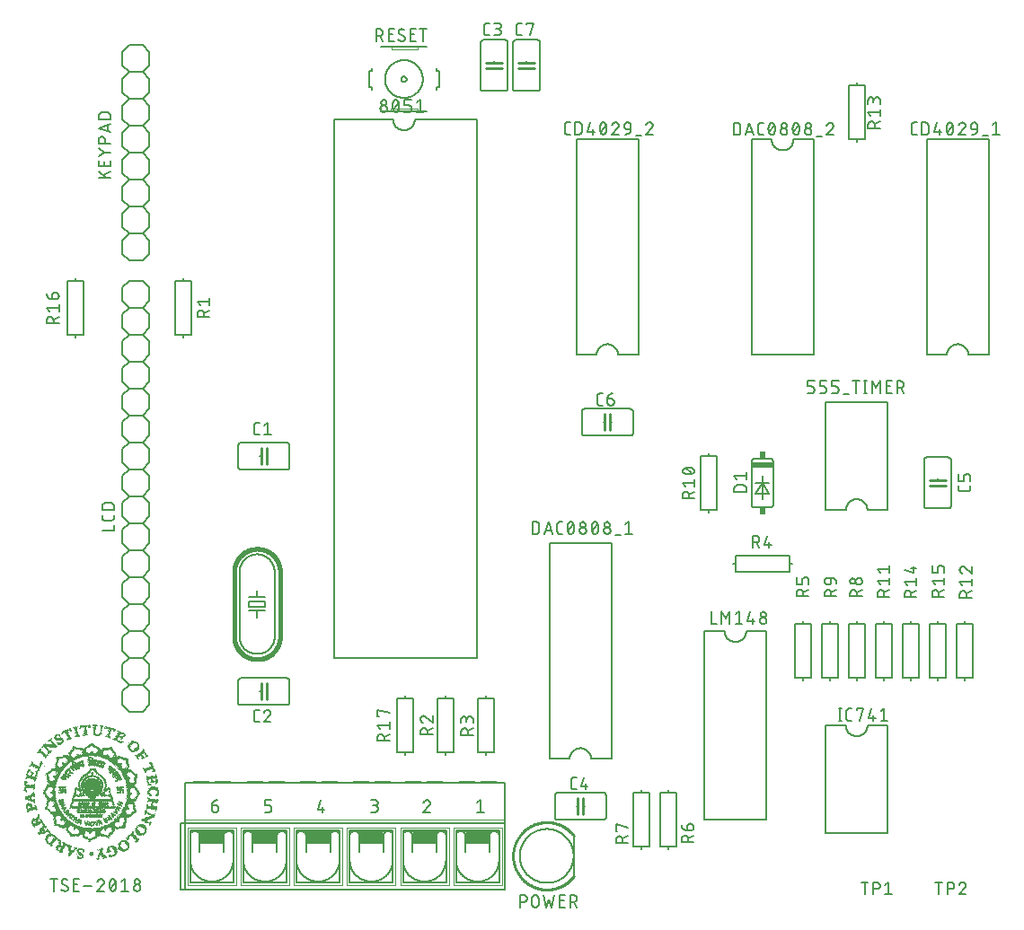
<source format=gto>
G75*
%MOIN*%
%OFA0B0*%
%FSLAX25Y25*%
%IPPOS*%
%LPD*%
%AMOC8*
5,1,8,0,0,1.08239X$1,22.5*
%
%ADD10C,0.00500*%
%ADD11R,0.00500X0.00100*%
%ADD12R,0.00900X0.00100*%
%ADD13R,0.00100X0.00100*%
%ADD14R,0.00200X0.00100*%
%ADD15R,0.00700X0.00100*%
%ADD16R,0.00300X0.00100*%
%ADD17R,0.00600X0.00100*%
%ADD18R,0.01400X0.00100*%
%ADD19R,0.01200X0.00100*%
%ADD20R,0.00400X0.00100*%
%ADD21R,0.01000X0.00100*%
%ADD22R,0.01100X0.00100*%
%ADD23R,0.00800X0.00100*%
%ADD24R,0.01800X0.00100*%
%ADD25R,0.01600X0.00100*%
%ADD26R,0.01500X0.00100*%
%ADD27R,0.01300X0.00100*%
%ADD28R,0.01700X0.00100*%
%ADD29R,0.01900X0.00100*%
%ADD30R,0.02300X0.00100*%
%ADD31R,0.02200X0.00100*%
%ADD32R,0.03400X0.00100*%
%ADD33R,0.02000X0.00100*%
%ADD34R,0.03000X0.00100*%
%ADD35R,0.03100X0.00100*%
%ADD36R,0.02400X0.00100*%
%ADD37R,0.02100X0.00100*%
%ADD38R,0.07700X0.00100*%
%ADD39R,0.07800X0.00100*%
%ADD40R,0.08100X0.00100*%
%ADD41R,0.08000X0.00100*%
%ADD42R,0.08400X0.00100*%
%ADD43R,0.03900X0.00100*%
%ADD44R,0.04000X0.00100*%
%ADD45R,0.04100X0.00100*%
%ADD46R,0.04200X0.00100*%
%ADD47R,0.03500X0.00100*%
%ADD48R,0.02700X0.00100*%
%ADD49R,0.03700X0.00100*%
%ADD50R,0.03300X0.00100*%
%ADD51R,0.02800X0.00100*%
%ADD52R,0.02900X0.00100*%
%ADD53R,0.02500X0.00100*%
%ADD54R,0.04500X0.00100*%
%ADD55R,0.04800X0.00100*%
%ADD56R,0.03800X0.00100*%
%ADD57R,0.03600X0.00100*%
%ADD58R,0.02600X0.00100*%
%ADD59R,0.04400X0.00100*%
%ADD60R,0.03200X0.00100*%
%ADD61R,0.04300X0.00100*%
%ADD62R,0.06900X0.00100*%
%ADD63R,0.15000X0.00100*%
%ADD64R,0.06000X0.00100*%
%ADD65R,0.07500X0.00100*%
%ADD66R,0.05900X0.00100*%
%ADD67R,0.05800X0.00100*%
%ADD68R,0.05700X0.00100*%
%ADD69R,0.05500X0.00100*%
%ADD70R,0.05400X0.00100*%
%ADD71R,0.04900X0.00100*%
%ADD72R,0.04700X0.00100*%
%ADD73R,0.04600X0.00100*%
%ADD74R,0.08900X0.00100*%
%ADD75R,0.07900X0.00100*%
%ADD76R,0.05300X0.00100*%
%ADD77R,0.05000X0.00100*%
%ADD78C,0.00600*%
%ADD79C,0.01000*%
%ADD80R,0.08000X0.02000*%
%ADD81R,0.02000X0.02500*%
%ADD82C,0.01600*%
%ADD83C,0.00800*%
%ADD84C,0.00200*%
%ADD85R,0.09000X0.04500*%
D10*
X0026200Y0010050D02*
X0026200Y0014550D01*
X0024950Y0014550D02*
X0027450Y0014550D01*
X0029125Y0013550D02*
X0029127Y0013610D01*
X0029132Y0013671D01*
X0029141Y0013730D01*
X0029154Y0013789D01*
X0029170Y0013848D01*
X0029190Y0013905D01*
X0029213Y0013960D01*
X0029240Y0014015D01*
X0029269Y0014067D01*
X0029302Y0014118D01*
X0029338Y0014167D01*
X0029376Y0014213D01*
X0029418Y0014257D01*
X0029462Y0014299D01*
X0029508Y0014337D01*
X0029557Y0014373D01*
X0029608Y0014406D01*
X0029660Y0014435D01*
X0029715Y0014462D01*
X0029770Y0014485D01*
X0029827Y0014505D01*
X0029886Y0014521D01*
X0029945Y0014534D01*
X0030004Y0014543D01*
X0030065Y0014548D01*
X0030125Y0014550D01*
X0029125Y0013550D02*
X0029127Y0013488D01*
X0029133Y0013426D01*
X0029142Y0013365D01*
X0029155Y0013304D01*
X0029172Y0013245D01*
X0029192Y0013186D01*
X0029216Y0013129D01*
X0029244Y0013073D01*
X0029275Y0013019D01*
X0029309Y0012967D01*
X0029346Y0012918D01*
X0029386Y0012870D01*
X0029429Y0012825D01*
X0029474Y0012783D01*
X0029522Y0012744D01*
X0029573Y0012708D01*
X0029625Y0012675D01*
X0031000Y0011925D01*
X0030500Y0010049D02*
X0030412Y0010051D01*
X0030325Y0010056D01*
X0030237Y0010065D01*
X0030150Y0010078D01*
X0030064Y0010094D01*
X0029979Y0010114D01*
X0029894Y0010138D01*
X0029810Y0010165D01*
X0029728Y0010195D01*
X0029647Y0010229D01*
X0029567Y0010266D01*
X0029489Y0010306D01*
X0029413Y0010350D01*
X0029339Y0010397D01*
X0029267Y0010446D01*
X0029196Y0010499D01*
X0029128Y0010555D01*
X0029063Y0010613D01*
X0029000Y0010674D01*
X0031000Y0011925D02*
X0031052Y0011892D01*
X0031103Y0011856D01*
X0031151Y0011817D01*
X0031196Y0011775D01*
X0031239Y0011730D01*
X0031279Y0011682D01*
X0031316Y0011633D01*
X0031350Y0011581D01*
X0031381Y0011527D01*
X0031409Y0011471D01*
X0031433Y0011414D01*
X0031453Y0011355D01*
X0031470Y0011296D01*
X0031483Y0011235D01*
X0031492Y0011174D01*
X0031498Y0011112D01*
X0031500Y0011050D01*
X0031498Y0010990D01*
X0031493Y0010929D01*
X0031484Y0010870D01*
X0031471Y0010811D01*
X0031455Y0010752D01*
X0031435Y0010695D01*
X0031412Y0010640D01*
X0031385Y0010585D01*
X0031356Y0010533D01*
X0031323Y0010482D01*
X0031287Y0010433D01*
X0031249Y0010387D01*
X0031207Y0010343D01*
X0031163Y0010301D01*
X0031117Y0010263D01*
X0031068Y0010227D01*
X0031017Y0010194D01*
X0030965Y0010165D01*
X0030910Y0010138D01*
X0030855Y0010115D01*
X0030798Y0010095D01*
X0030739Y0010079D01*
X0030680Y0010066D01*
X0030621Y0010057D01*
X0030560Y0010052D01*
X0030500Y0010050D01*
X0031250Y0014175D02*
X0031185Y0014222D01*
X0031117Y0014266D01*
X0031048Y0014307D01*
X0030977Y0014345D01*
X0030905Y0014380D01*
X0030831Y0014412D01*
X0030756Y0014441D01*
X0030680Y0014466D01*
X0030602Y0014488D01*
X0030524Y0014507D01*
X0030445Y0014522D01*
X0030366Y0014534D01*
X0030286Y0014543D01*
X0030205Y0014548D01*
X0030125Y0014550D01*
X0033510Y0014550D02*
X0035510Y0014550D01*
X0033510Y0014550D02*
X0033510Y0010050D01*
X0035510Y0010050D01*
X0037300Y0011800D02*
X0040300Y0011800D01*
X0042350Y0010050D02*
X0044850Y0010050D01*
X0048975Y0010675D02*
X0049026Y0010784D01*
X0049073Y0010894D01*
X0049117Y0011006D01*
X0049157Y0011120D01*
X0049193Y0011234D01*
X0049226Y0011350D01*
X0049255Y0011466D01*
X0049280Y0011584D01*
X0049301Y0011702D01*
X0049319Y0011821D01*
X0049332Y0011940D01*
X0049342Y0012060D01*
X0049348Y0012180D01*
X0049350Y0012300D01*
X0046850Y0012300D02*
X0046852Y0012180D01*
X0046858Y0012060D01*
X0046868Y0011940D01*
X0046881Y0011821D01*
X0046899Y0011702D01*
X0046920Y0011584D01*
X0046945Y0011466D01*
X0046974Y0011350D01*
X0047007Y0011234D01*
X0047043Y0011120D01*
X0047083Y0011006D01*
X0047127Y0010894D01*
X0047174Y0010784D01*
X0047225Y0010675D01*
X0047100Y0011050D02*
X0049100Y0013550D01*
X0048975Y0013925D02*
X0048954Y0013981D01*
X0048928Y0014036D01*
X0048900Y0014090D01*
X0048868Y0014141D01*
X0048833Y0014190D01*
X0048794Y0014236D01*
X0048753Y0014280D01*
X0048709Y0014322D01*
X0048662Y0014360D01*
X0048613Y0014395D01*
X0048561Y0014427D01*
X0048508Y0014455D01*
X0048453Y0014480D01*
X0048397Y0014501D01*
X0048339Y0014519D01*
X0048280Y0014532D01*
X0048220Y0014542D01*
X0048160Y0014548D01*
X0048100Y0014550D01*
X0048040Y0014548D01*
X0047980Y0014542D01*
X0047920Y0014532D01*
X0047861Y0014519D01*
X0047803Y0014501D01*
X0047747Y0014480D01*
X0047692Y0014455D01*
X0047639Y0014427D01*
X0047587Y0014395D01*
X0047538Y0014360D01*
X0047491Y0014322D01*
X0047447Y0014280D01*
X0047406Y0014236D01*
X0047367Y0014190D01*
X0047332Y0014141D01*
X0047300Y0014090D01*
X0047272Y0014036D01*
X0047246Y0013981D01*
X0047225Y0013925D01*
X0048975Y0013925D02*
X0049026Y0013816D01*
X0049073Y0013706D01*
X0049117Y0013594D01*
X0049157Y0013480D01*
X0049193Y0013366D01*
X0049226Y0013250D01*
X0049255Y0013134D01*
X0049280Y0013016D01*
X0049301Y0012898D01*
X0049319Y0012779D01*
X0049332Y0012660D01*
X0049342Y0012540D01*
X0049348Y0012420D01*
X0049350Y0012300D01*
X0046850Y0012300D02*
X0046852Y0012420D01*
X0046858Y0012540D01*
X0046868Y0012660D01*
X0046881Y0012779D01*
X0046899Y0012898D01*
X0046920Y0013016D01*
X0046945Y0013134D01*
X0046974Y0013250D01*
X0047007Y0013366D01*
X0047043Y0013480D01*
X0047083Y0013594D01*
X0047127Y0013706D01*
X0047174Y0013816D01*
X0047225Y0013925D01*
X0044475Y0012550D02*
X0042350Y0010050D01*
X0042350Y0013550D02*
X0042374Y0013619D01*
X0042402Y0013686D01*
X0042433Y0013752D01*
X0042467Y0013816D01*
X0042504Y0013878D01*
X0042545Y0013939D01*
X0042588Y0013997D01*
X0042634Y0014053D01*
X0042684Y0014107D01*
X0042735Y0014158D01*
X0042789Y0014206D01*
X0042846Y0014252D01*
X0042905Y0014295D01*
X0042966Y0014334D01*
X0043028Y0014371D01*
X0043093Y0014404D01*
X0043159Y0014435D01*
X0043227Y0014461D01*
X0043295Y0014485D01*
X0043365Y0014505D01*
X0043436Y0014521D01*
X0043508Y0014534D01*
X0043580Y0014543D01*
X0043652Y0014548D01*
X0043725Y0014550D01*
X0043790Y0014548D01*
X0043856Y0014542D01*
X0043920Y0014533D01*
X0043984Y0014520D01*
X0044048Y0014503D01*
X0044110Y0014482D01*
X0044171Y0014458D01*
X0044230Y0014430D01*
X0044288Y0014399D01*
X0044343Y0014365D01*
X0044397Y0014327D01*
X0044448Y0014287D01*
X0044497Y0014243D01*
X0044543Y0014197D01*
X0044587Y0014148D01*
X0044627Y0014097D01*
X0044665Y0014043D01*
X0044699Y0013988D01*
X0044730Y0013930D01*
X0044758Y0013871D01*
X0044782Y0013810D01*
X0044803Y0013748D01*
X0044820Y0013684D01*
X0044833Y0013620D01*
X0044842Y0013556D01*
X0044848Y0013490D01*
X0044850Y0013425D01*
X0044848Y0013360D01*
X0044843Y0013295D01*
X0044834Y0013230D01*
X0044822Y0013166D01*
X0044806Y0013103D01*
X0044787Y0013041D01*
X0044765Y0012979D01*
X0044739Y0012919D01*
X0044710Y0012861D01*
X0044678Y0012804D01*
X0044643Y0012749D01*
X0044605Y0012696D01*
X0044565Y0012645D01*
X0044521Y0012596D01*
X0044475Y0012550D01*
X0048100Y0010050D02*
X0048160Y0010052D01*
X0048220Y0010058D01*
X0048280Y0010068D01*
X0048339Y0010081D01*
X0048397Y0010099D01*
X0048453Y0010120D01*
X0048508Y0010145D01*
X0048561Y0010173D01*
X0048613Y0010205D01*
X0048662Y0010240D01*
X0048709Y0010278D01*
X0048753Y0010320D01*
X0048794Y0010364D01*
X0048833Y0010410D01*
X0048868Y0010459D01*
X0048900Y0010510D01*
X0048928Y0010564D01*
X0048954Y0010619D01*
X0048975Y0010675D01*
X0048100Y0010050D02*
X0048040Y0010052D01*
X0047980Y0010058D01*
X0047920Y0010068D01*
X0047861Y0010081D01*
X0047803Y0010099D01*
X0047747Y0010120D01*
X0047692Y0010145D01*
X0047639Y0010173D01*
X0047587Y0010205D01*
X0047538Y0010240D01*
X0047491Y0010278D01*
X0047447Y0010320D01*
X0047406Y0010364D01*
X0047367Y0010410D01*
X0047332Y0010459D01*
X0047300Y0010510D01*
X0047272Y0010564D01*
X0047246Y0010619D01*
X0047225Y0010675D01*
X0051350Y0010050D02*
X0053850Y0010050D01*
X0052600Y0010050D02*
X0052600Y0014550D01*
X0051350Y0013550D01*
X0056100Y0013550D02*
X0056102Y0013488D01*
X0056108Y0013427D01*
X0056117Y0013366D01*
X0056130Y0013306D01*
X0056147Y0013247D01*
X0056168Y0013189D01*
X0056192Y0013132D01*
X0056219Y0013077D01*
X0056250Y0013024D01*
X0056284Y0012972D01*
X0056321Y0012923D01*
X0056361Y0012876D01*
X0056404Y0012832D01*
X0056449Y0012791D01*
X0056497Y0012752D01*
X0056548Y0012716D01*
X0056600Y0012684D01*
X0056654Y0012655D01*
X0056710Y0012629D01*
X0056768Y0012607D01*
X0056826Y0012588D01*
X0056886Y0012573D01*
X0056947Y0012562D01*
X0057008Y0012554D01*
X0057069Y0012550D01*
X0057131Y0012550D01*
X0057192Y0012554D01*
X0057253Y0012562D01*
X0057314Y0012573D01*
X0057374Y0012588D01*
X0057432Y0012607D01*
X0057490Y0012629D01*
X0057546Y0012655D01*
X0057600Y0012684D01*
X0057652Y0012716D01*
X0057703Y0012752D01*
X0057751Y0012791D01*
X0057796Y0012832D01*
X0057839Y0012876D01*
X0057879Y0012923D01*
X0057916Y0012972D01*
X0057950Y0013024D01*
X0057981Y0013077D01*
X0058008Y0013132D01*
X0058032Y0013189D01*
X0058053Y0013247D01*
X0058070Y0013306D01*
X0058083Y0013366D01*
X0058092Y0013427D01*
X0058098Y0013488D01*
X0058100Y0013550D01*
X0058098Y0013612D01*
X0058092Y0013673D01*
X0058083Y0013734D01*
X0058070Y0013794D01*
X0058053Y0013853D01*
X0058032Y0013911D01*
X0058008Y0013968D01*
X0057981Y0014023D01*
X0057950Y0014076D01*
X0057916Y0014128D01*
X0057879Y0014177D01*
X0057839Y0014224D01*
X0057796Y0014268D01*
X0057751Y0014309D01*
X0057703Y0014348D01*
X0057652Y0014384D01*
X0057600Y0014416D01*
X0057546Y0014445D01*
X0057490Y0014471D01*
X0057432Y0014493D01*
X0057374Y0014512D01*
X0057314Y0014527D01*
X0057253Y0014538D01*
X0057192Y0014546D01*
X0057131Y0014550D01*
X0057069Y0014550D01*
X0057008Y0014546D01*
X0056947Y0014538D01*
X0056886Y0014527D01*
X0056826Y0014512D01*
X0056768Y0014493D01*
X0056710Y0014471D01*
X0056654Y0014445D01*
X0056600Y0014416D01*
X0056548Y0014384D01*
X0056497Y0014348D01*
X0056449Y0014309D01*
X0056404Y0014268D01*
X0056361Y0014224D01*
X0056321Y0014177D01*
X0056284Y0014128D01*
X0056250Y0014076D01*
X0056219Y0014023D01*
X0056192Y0013968D01*
X0056168Y0013911D01*
X0056147Y0013853D01*
X0056130Y0013794D01*
X0056117Y0013734D01*
X0056108Y0013673D01*
X0056102Y0013612D01*
X0056100Y0013550D01*
X0055850Y0011300D02*
X0055852Y0011231D01*
X0055858Y0011162D01*
X0055867Y0011094D01*
X0055880Y0011027D01*
X0055897Y0010960D01*
X0055918Y0010894D01*
X0055942Y0010830D01*
X0055970Y0010767D01*
X0056001Y0010705D01*
X0056035Y0010645D01*
X0056073Y0010588D01*
X0056114Y0010532D01*
X0056157Y0010479D01*
X0056204Y0010428D01*
X0056253Y0010380D01*
X0056305Y0010335D01*
X0056360Y0010293D01*
X0056416Y0010254D01*
X0056475Y0010217D01*
X0056536Y0010185D01*
X0056598Y0010155D01*
X0056662Y0010129D01*
X0056727Y0010107D01*
X0056793Y0010088D01*
X0056860Y0010073D01*
X0056928Y0010062D01*
X0056997Y0010054D01*
X0057066Y0010050D01*
X0057134Y0010050D01*
X0057203Y0010054D01*
X0057272Y0010062D01*
X0057340Y0010073D01*
X0057407Y0010088D01*
X0057473Y0010107D01*
X0057538Y0010129D01*
X0057602Y0010155D01*
X0057664Y0010185D01*
X0057725Y0010217D01*
X0057784Y0010254D01*
X0057840Y0010293D01*
X0057895Y0010335D01*
X0057947Y0010380D01*
X0057996Y0010428D01*
X0058043Y0010479D01*
X0058086Y0010532D01*
X0058127Y0010588D01*
X0058165Y0010645D01*
X0058199Y0010705D01*
X0058230Y0010767D01*
X0058258Y0010830D01*
X0058282Y0010894D01*
X0058303Y0010960D01*
X0058320Y0011027D01*
X0058333Y0011094D01*
X0058342Y0011162D01*
X0058348Y0011231D01*
X0058350Y0011300D01*
X0058348Y0011369D01*
X0058342Y0011438D01*
X0058333Y0011506D01*
X0058320Y0011573D01*
X0058303Y0011640D01*
X0058282Y0011706D01*
X0058258Y0011770D01*
X0058230Y0011833D01*
X0058199Y0011895D01*
X0058165Y0011955D01*
X0058127Y0012012D01*
X0058086Y0012068D01*
X0058043Y0012121D01*
X0057996Y0012172D01*
X0057947Y0012220D01*
X0057895Y0012265D01*
X0057840Y0012307D01*
X0057784Y0012346D01*
X0057725Y0012383D01*
X0057664Y0012415D01*
X0057602Y0012445D01*
X0057538Y0012471D01*
X0057473Y0012493D01*
X0057407Y0012512D01*
X0057340Y0012527D01*
X0057272Y0012538D01*
X0057203Y0012546D01*
X0057134Y0012550D01*
X0057066Y0012550D01*
X0056997Y0012546D01*
X0056928Y0012538D01*
X0056860Y0012527D01*
X0056793Y0012512D01*
X0056727Y0012493D01*
X0056662Y0012471D01*
X0056598Y0012445D01*
X0056536Y0012415D01*
X0056475Y0012383D01*
X0056416Y0012346D01*
X0056360Y0012307D01*
X0056305Y0012265D01*
X0056253Y0012220D01*
X0056204Y0012172D01*
X0056157Y0012121D01*
X0056114Y0012068D01*
X0056073Y0012012D01*
X0056035Y0011955D01*
X0056001Y0011895D01*
X0055970Y0011833D01*
X0055942Y0011770D01*
X0055918Y0011706D01*
X0055897Y0011640D01*
X0055880Y0011573D01*
X0055867Y0011506D01*
X0055858Y0011438D01*
X0055852Y0011369D01*
X0055850Y0011300D01*
X0035010Y0012550D02*
X0033510Y0012550D01*
X0084750Y0040600D02*
X0084750Y0041850D01*
X0086250Y0041850D01*
X0084750Y0041850D02*
X0084752Y0041937D01*
X0084758Y0042024D01*
X0084767Y0042111D01*
X0084780Y0042197D01*
X0084797Y0042283D01*
X0084818Y0042368D01*
X0084843Y0042451D01*
X0084871Y0042534D01*
X0084902Y0042615D01*
X0084937Y0042695D01*
X0084976Y0042773D01*
X0085018Y0042850D01*
X0085063Y0042925D01*
X0085112Y0042997D01*
X0085163Y0043068D01*
X0085218Y0043136D01*
X0085275Y0043201D01*
X0085336Y0043264D01*
X0085399Y0043325D01*
X0085464Y0043382D01*
X0085532Y0043437D01*
X0085603Y0043488D01*
X0085675Y0043537D01*
X0085750Y0043582D01*
X0085827Y0043624D01*
X0085905Y0043663D01*
X0085985Y0043698D01*
X0086066Y0043729D01*
X0086149Y0043757D01*
X0086232Y0043782D01*
X0086317Y0043803D01*
X0086403Y0043820D01*
X0086489Y0043833D01*
X0086576Y0043842D01*
X0086663Y0043848D01*
X0086750Y0043850D01*
X0086250Y0041850D02*
X0086310Y0041848D01*
X0086371Y0041843D01*
X0086430Y0041834D01*
X0086489Y0041821D01*
X0086548Y0041805D01*
X0086605Y0041785D01*
X0086660Y0041762D01*
X0086715Y0041735D01*
X0086767Y0041706D01*
X0086818Y0041673D01*
X0086867Y0041637D01*
X0086913Y0041599D01*
X0086957Y0041557D01*
X0086999Y0041513D01*
X0087037Y0041467D01*
X0087073Y0041418D01*
X0087106Y0041367D01*
X0087135Y0041315D01*
X0087162Y0041260D01*
X0087185Y0041205D01*
X0087205Y0041148D01*
X0087221Y0041089D01*
X0087234Y0041030D01*
X0087243Y0040971D01*
X0087248Y0040910D01*
X0087250Y0040850D01*
X0087250Y0040600D01*
X0087248Y0040531D01*
X0087242Y0040462D01*
X0087233Y0040394D01*
X0087220Y0040327D01*
X0087203Y0040260D01*
X0087182Y0040194D01*
X0087158Y0040130D01*
X0087130Y0040067D01*
X0087099Y0040005D01*
X0087065Y0039945D01*
X0087027Y0039888D01*
X0086986Y0039832D01*
X0086943Y0039779D01*
X0086896Y0039728D01*
X0086847Y0039680D01*
X0086795Y0039635D01*
X0086740Y0039593D01*
X0086684Y0039554D01*
X0086625Y0039517D01*
X0086564Y0039485D01*
X0086502Y0039455D01*
X0086438Y0039429D01*
X0086373Y0039407D01*
X0086307Y0039388D01*
X0086240Y0039373D01*
X0086172Y0039362D01*
X0086103Y0039354D01*
X0086034Y0039350D01*
X0085966Y0039350D01*
X0085897Y0039354D01*
X0085828Y0039362D01*
X0085760Y0039373D01*
X0085693Y0039388D01*
X0085627Y0039407D01*
X0085562Y0039429D01*
X0085498Y0039455D01*
X0085436Y0039485D01*
X0085375Y0039517D01*
X0085316Y0039554D01*
X0085260Y0039593D01*
X0085205Y0039635D01*
X0085153Y0039680D01*
X0085104Y0039728D01*
X0085057Y0039779D01*
X0085014Y0039832D01*
X0084973Y0039888D01*
X0084935Y0039945D01*
X0084901Y0040005D01*
X0084870Y0040067D01*
X0084842Y0040130D01*
X0084818Y0040194D01*
X0084797Y0040260D01*
X0084780Y0040327D01*
X0084767Y0040394D01*
X0084758Y0040462D01*
X0084752Y0040531D01*
X0084750Y0040600D01*
X0104450Y0039350D02*
X0105950Y0039350D01*
X0106010Y0039352D01*
X0106071Y0039357D01*
X0106130Y0039366D01*
X0106189Y0039379D01*
X0106248Y0039395D01*
X0106305Y0039415D01*
X0106360Y0039438D01*
X0106415Y0039465D01*
X0106467Y0039494D01*
X0106518Y0039527D01*
X0106567Y0039563D01*
X0106613Y0039601D01*
X0106657Y0039643D01*
X0106699Y0039687D01*
X0106737Y0039733D01*
X0106773Y0039782D01*
X0106806Y0039833D01*
X0106835Y0039885D01*
X0106862Y0039940D01*
X0106885Y0039995D01*
X0106905Y0040052D01*
X0106921Y0040111D01*
X0106934Y0040170D01*
X0106943Y0040229D01*
X0106948Y0040290D01*
X0106950Y0040350D01*
X0106950Y0040850D01*
X0106948Y0040910D01*
X0106943Y0040971D01*
X0106934Y0041030D01*
X0106921Y0041089D01*
X0106905Y0041148D01*
X0106885Y0041205D01*
X0106862Y0041260D01*
X0106835Y0041315D01*
X0106806Y0041367D01*
X0106773Y0041418D01*
X0106737Y0041467D01*
X0106699Y0041513D01*
X0106657Y0041557D01*
X0106613Y0041599D01*
X0106567Y0041637D01*
X0106518Y0041673D01*
X0106467Y0041706D01*
X0106415Y0041735D01*
X0106360Y0041762D01*
X0106305Y0041785D01*
X0106248Y0041805D01*
X0106189Y0041821D01*
X0106130Y0041834D01*
X0106071Y0041843D01*
X0106010Y0041848D01*
X0105950Y0041850D01*
X0104450Y0041850D01*
X0104450Y0043850D01*
X0106950Y0043850D01*
X0124150Y0040350D02*
X0126650Y0040350D01*
X0125900Y0041350D02*
X0125900Y0039350D01*
X0124150Y0040350D02*
X0125150Y0043850D01*
X0143950Y0043850D02*
X0145450Y0043850D01*
X0145512Y0043848D01*
X0145573Y0043842D01*
X0145634Y0043833D01*
X0145694Y0043820D01*
X0145753Y0043803D01*
X0145811Y0043782D01*
X0145868Y0043758D01*
X0145923Y0043731D01*
X0145976Y0043700D01*
X0146028Y0043666D01*
X0146077Y0043629D01*
X0146124Y0043589D01*
X0146168Y0043546D01*
X0146209Y0043501D01*
X0146248Y0043453D01*
X0146284Y0043402D01*
X0146316Y0043350D01*
X0146345Y0043296D01*
X0146371Y0043240D01*
X0146393Y0043182D01*
X0146412Y0043124D01*
X0146427Y0043064D01*
X0146438Y0043003D01*
X0146446Y0042942D01*
X0146450Y0042881D01*
X0146450Y0042819D01*
X0146446Y0042758D01*
X0146438Y0042697D01*
X0146427Y0042636D01*
X0146412Y0042576D01*
X0146393Y0042518D01*
X0146371Y0042460D01*
X0146345Y0042404D01*
X0146316Y0042350D01*
X0146284Y0042298D01*
X0146248Y0042247D01*
X0146209Y0042199D01*
X0146168Y0042154D01*
X0146124Y0042111D01*
X0146077Y0042071D01*
X0146028Y0042034D01*
X0145976Y0042000D01*
X0145923Y0041969D01*
X0145868Y0041942D01*
X0145811Y0041918D01*
X0145753Y0041897D01*
X0145694Y0041880D01*
X0145634Y0041867D01*
X0145573Y0041858D01*
X0145512Y0041852D01*
X0145450Y0041850D01*
X0144450Y0041850D01*
X0145200Y0041850D02*
X0145269Y0041848D01*
X0145338Y0041842D01*
X0145406Y0041833D01*
X0145473Y0041820D01*
X0145540Y0041803D01*
X0145606Y0041782D01*
X0145670Y0041758D01*
X0145733Y0041730D01*
X0145795Y0041699D01*
X0145855Y0041665D01*
X0145912Y0041627D01*
X0145968Y0041586D01*
X0146021Y0041543D01*
X0146072Y0041496D01*
X0146120Y0041447D01*
X0146165Y0041395D01*
X0146207Y0041340D01*
X0146246Y0041284D01*
X0146283Y0041225D01*
X0146315Y0041164D01*
X0146345Y0041102D01*
X0146371Y0041038D01*
X0146393Y0040973D01*
X0146412Y0040907D01*
X0146427Y0040840D01*
X0146438Y0040772D01*
X0146446Y0040703D01*
X0146450Y0040634D01*
X0146450Y0040566D01*
X0146446Y0040497D01*
X0146438Y0040428D01*
X0146427Y0040360D01*
X0146412Y0040293D01*
X0146393Y0040227D01*
X0146371Y0040162D01*
X0146345Y0040098D01*
X0146315Y0040036D01*
X0146283Y0039975D01*
X0146246Y0039916D01*
X0146207Y0039860D01*
X0146165Y0039805D01*
X0146120Y0039753D01*
X0146072Y0039704D01*
X0146021Y0039657D01*
X0145968Y0039614D01*
X0145912Y0039573D01*
X0145855Y0039535D01*
X0145795Y0039501D01*
X0145733Y0039470D01*
X0145670Y0039442D01*
X0145606Y0039418D01*
X0145540Y0039397D01*
X0145473Y0039380D01*
X0145406Y0039367D01*
X0145338Y0039358D01*
X0145269Y0039352D01*
X0145200Y0039350D01*
X0143950Y0039350D01*
X0163350Y0039350D02*
X0165850Y0039350D01*
X0163350Y0039350D02*
X0165475Y0041850D01*
X0164725Y0043850D02*
X0164652Y0043848D01*
X0164580Y0043843D01*
X0164508Y0043834D01*
X0164436Y0043821D01*
X0164365Y0043805D01*
X0164295Y0043785D01*
X0164227Y0043761D01*
X0164159Y0043735D01*
X0164093Y0043704D01*
X0164028Y0043671D01*
X0163966Y0043634D01*
X0163905Y0043595D01*
X0163846Y0043552D01*
X0163789Y0043506D01*
X0163735Y0043458D01*
X0163684Y0043407D01*
X0163634Y0043353D01*
X0163588Y0043297D01*
X0163545Y0043239D01*
X0163504Y0043178D01*
X0163467Y0043116D01*
X0163433Y0043052D01*
X0163402Y0042986D01*
X0163374Y0042919D01*
X0163350Y0042850D01*
X0165475Y0041850D02*
X0165521Y0041896D01*
X0165565Y0041945D01*
X0165605Y0041996D01*
X0165643Y0042049D01*
X0165678Y0042104D01*
X0165710Y0042161D01*
X0165739Y0042219D01*
X0165765Y0042279D01*
X0165787Y0042341D01*
X0165806Y0042403D01*
X0165822Y0042466D01*
X0165834Y0042530D01*
X0165843Y0042595D01*
X0165848Y0042660D01*
X0165850Y0042725D01*
X0165848Y0042790D01*
X0165842Y0042856D01*
X0165833Y0042920D01*
X0165820Y0042984D01*
X0165803Y0043048D01*
X0165782Y0043110D01*
X0165758Y0043171D01*
X0165730Y0043230D01*
X0165699Y0043288D01*
X0165665Y0043343D01*
X0165627Y0043397D01*
X0165587Y0043448D01*
X0165543Y0043497D01*
X0165497Y0043543D01*
X0165448Y0043587D01*
X0165397Y0043627D01*
X0165343Y0043665D01*
X0165288Y0043699D01*
X0165230Y0043730D01*
X0165171Y0043758D01*
X0165110Y0043782D01*
X0165048Y0043803D01*
X0164984Y0043820D01*
X0164920Y0043833D01*
X0164856Y0043842D01*
X0164790Y0043848D01*
X0164725Y0043850D01*
X0183350Y0042850D02*
X0184600Y0043850D01*
X0184600Y0039350D01*
X0183350Y0039350D02*
X0185850Y0039350D01*
X0181850Y0068016D02*
X0177350Y0068016D01*
X0177350Y0069266D01*
X0177352Y0069335D01*
X0177358Y0069404D01*
X0177367Y0069472D01*
X0177380Y0069539D01*
X0177397Y0069606D01*
X0177418Y0069672D01*
X0177442Y0069736D01*
X0177470Y0069799D01*
X0177501Y0069861D01*
X0177535Y0069921D01*
X0177573Y0069978D01*
X0177614Y0070034D01*
X0177657Y0070087D01*
X0177704Y0070138D01*
X0177753Y0070186D01*
X0177805Y0070231D01*
X0177860Y0070273D01*
X0177916Y0070312D01*
X0177975Y0070349D01*
X0178036Y0070381D01*
X0178098Y0070411D01*
X0178162Y0070437D01*
X0178227Y0070459D01*
X0178293Y0070478D01*
X0178360Y0070493D01*
X0178428Y0070504D01*
X0178497Y0070512D01*
X0178566Y0070516D01*
X0178634Y0070516D01*
X0178703Y0070512D01*
X0178772Y0070504D01*
X0178840Y0070493D01*
X0178907Y0070478D01*
X0178973Y0070459D01*
X0179038Y0070437D01*
X0179102Y0070411D01*
X0179164Y0070381D01*
X0179225Y0070349D01*
X0179284Y0070312D01*
X0179340Y0070273D01*
X0179395Y0070231D01*
X0179447Y0070186D01*
X0179496Y0070138D01*
X0179543Y0070087D01*
X0179586Y0070034D01*
X0179627Y0069978D01*
X0179665Y0069921D01*
X0179699Y0069861D01*
X0179730Y0069799D01*
X0179758Y0069736D01*
X0179782Y0069672D01*
X0179803Y0069606D01*
X0179820Y0069539D01*
X0179833Y0069472D01*
X0179842Y0069404D01*
X0179848Y0069335D01*
X0179850Y0069266D01*
X0179850Y0068016D01*
X0179850Y0069516D02*
X0181850Y0070516D01*
X0181850Y0072484D02*
X0181850Y0073734D01*
X0181848Y0073803D01*
X0181842Y0073872D01*
X0181833Y0073940D01*
X0181820Y0074007D01*
X0181803Y0074074D01*
X0181782Y0074140D01*
X0181758Y0074204D01*
X0181730Y0074267D01*
X0181699Y0074329D01*
X0181665Y0074389D01*
X0181627Y0074446D01*
X0181586Y0074502D01*
X0181543Y0074555D01*
X0181496Y0074606D01*
X0181447Y0074654D01*
X0181395Y0074699D01*
X0181340Y0074741D01*
X0181284Y0074780D01*
X0181225Y0074817D01*
X0181164Y0074849D01*
X0181102Y0074879D01*
X0181038Y0074905D01*
X0180973Y0074927D01*
X0180907Y0074946D01*
X0180840Y0074961D01*
X0180772Y0074972D01*
X0180703Y0074980D01*
X0180634Y0074984D01*
X0180566Y0074984D01*
X0180497Y0074980D01*
X0180428Y0074972D01*
X0180360Y0074961D01*
X0180293Y0074946D01*
X0180227Y0074927D01*
X0180162Y0074905D01*
X0180098Y0074879D01*
X0180036Y0074849D01*
X0179975Y0074817D01*
X0179916Y0074780D01*
X0179860Y0074741D01*
X0179805Y0074699D01*
X0179753Y0074654D01*
X0179704Y0074606D01*
X0179657Y0074555D01*
X0179614Y0074502D01*
X0179573Y0074446D01*
X0179535Y0074389D01*
X0179501Y0074329D01*
X0179470Y0074267D01*
X0179442Y0074204D01*
X0179418Y0074140D01*
X0179397Y0074074D01*
X0179380Y0074007D01*
X0179367Y0073940D01*
X0179358Y0073872D01*
X0179352Y0073803D01*
X0179350Y0073734D01*
X0179350Y0073984D02*
X0179350Y0072984D01*
X0179350Y0073984D02*
X0179348Y0074046D01*
X0179342Y0074107D01*
X0179333Y0074168D01*
X0179320Y0074228D01*
X0179303Y0074287D01*
X0179282Y0074345D01*
X0179258Y0074402D01*
X0179231Y0074457D01*
X0179200Y0074510D01*
X0179166Y0074562D01*
X0179129Y0074611D01*
X0179089Y0074658D01*
X0179046Y0074702D01*
X0179001Y0074743D01*
X0178953Y0074782D01*
X0178902Y0074818D01*
X0178850Y0074850D01*
X0178796Y0074879D01*
X0178740Y0074905D01*
X0178682Y0074927D01*
X0178624Y0074946D01*
X0178564Y0074961D01*
X0178503Y0074972D01*
X0178442Y0074980D01*
X0178381Y0074984D01*
X0178319Y0074984D01*
X0178258Y0074980D01*
X0178197Y0074972D01*
X0178136Y0074961D01*
X0178076Y0074946D01*
X0178018Y0074927D01*
X0177960Y0074905D01*
X0177904Y0074879D01*
X0177850Y0074850D01*
X0177798Y0074818D01*
X0177747Y0074782D01*
X0177699Y0074743D01*
X0177654Y0074702D01*
X0177611Y0074658D01*
X0177571Y0074611D01*
X0177534Y0074562D01*
X0177500Y0074510D01*
X0177469Y0074457D01*
X0177442Y0074402D01*
X0177418Y0074345D01*
X0177397Y0074287D01*
X0177380Y0074228D01*
X0177367Y0074168D01*
X0177358Y0074107D01*
X0177352Y0074046D01*
X0177350Y0073984D01*
X0177350Y0072484D01*
X0166750Y0072584D02*
X0166750Y0075084D01*
X0166750Y0072584D02*
X0164250Y0074709D01*
X0162250Y0073959D02*
X0162252Y0073886D01*
X0162257Y0073814D01*
X0162266Y0073742D01*
X0162279Y0073670D01*
X0162295Y0073599D01*
X0162315Y0073529D01*
X0162339Y0073461D01*
X0162365Y0073393D01*
X0162396Y0073327D01*
X0162429Y0073262D01*
X0162466Y0073200D01*
X0162505Y0073139D01*
X0162548Y0073080D01*
X0162594Y0073023D01*
X0162642Y0072969D01*
X0162693Y0072918D01*
X0162747Y0072868D01*
X0162803Y0072822D01*
X0162861Y0072779D01*
X0162922Y0072738D01*
X0162984Y0072701D01*
X0163048Y0072667D01*
X0163114Y0072636D01*
X0163181Y0072608D01*
X0163250Y0072584D01*
X0164250Y0074708D02*
X0164204Y0074754D01*
X0164155Y0074798D01*
X0164104Y0074838D01*
X0164051Y0074876D01*
X0163996Y0074911D01*
X0163939Y0074943D01*
X0163881Y0074972D01*
X0163821Y0074998D01*
X0163759Y0075020D01*
X0163697Y0075039D01*
X0163634Y0075055D01*
X0163570Y0075067D01*
X0163505Y0075076D01*
X0163440Y0075081D01*
X0163375Y0075083D01*
X0163375Y0075084D02*
X0163310Y0075082D01*
X0163244Y0075076D01*
X0163180Y0075067D01*
X0163116Y0075054D01*
X0163052Y0075037D01*
X0162990Y0075016D01*
X0162929Y0074992D01*
X0162870Y0074964D01*
X0162813Y0074933D01*
X0162757Y0074899D01*
X0162703Y0074861D01*
X0162652Y0074821D01*
X0162603Y0074777D01*
X0162557Y0074731D01*
X0162513Y0074682D01*
X0162473Y0074631D01*
X0162435Y0074577D01*
X0162401Y0074522D01*
X0162370Y0074464D01*
X0162342Y0074405D01*
X0162318Y0074344D01*
X0162297Y0074282D01*
X0162280Y0074218D01*
X0162267Y0074154D01*
X0162258Y0074090D01*
X0162252Y0074024D01*
X0162250Y0073959D01*
X0162250Y0069366D02*
X0162250Y0068116D01*
X0166750Y0068116D01*
X0164750Y0068116D02*
X0164750Y0069366D01*
X0164750Y0069616D02*
X0166750Y0070616D01*
X0164750Y0069366D02*
X0164748Y0069435D01*
X0164742Y0069504D01*
X0164733Y0069572D01*
X0164720Y0069639D01*
X0164703Y0069706D01*
X0164682Y0069772D01*
X0164658Y0069836D01*
X0164630Y0069899D01*
X0164599Y0069961D01*
X0164565Y0070021D01*
X0164527Y0070078D01*
X0164486Y0070134D01*
X0164443Y0070187D01*
X0164396Y0070238D01*
X0164347Y0070286D01*
X0164295Y0070331D01*
X0164240Y0070373D01*
X0164184Y0070412D01*
X0164125Y0070449D01*
X0164064Y0070481D01*
X0164002Y0070511D01*
X0163938Y0070537D01*
X0163873Y0070559D01*
X0163807Y0070578D01*
X0163740Y0070593D01*
X0163672Y0070604D01*
X0163603Y0070612D01*
X0163534Y0070616D01*
X0163466Y0070616D01*
X0163397Y0070612D01*
X0163328Y0070604D01*
X0163260Y0070593D01*
X0163193Y0070578D01*
X0163127Y0070559D01*
X0163062Y0070537D01*
X0162998Y0070511D01*
X0162936Y0070481D01*
X0162875Y0070449D01*
X0162816Y0070412D01*
X0162760Y0070373D01*
X0162705Y0070331D01*
X0162653Y0070286D01*
X0162604Y0070238D01*
X0162557Y0070187D01*
X0162514Y0070134D01*
X0162473Y0070078D01*
X0162435Y0070021D01*
X0162401Y0069961D01*
X0162370Y0069899D01*
X0162342Y0069836D01*
X0162318Y0069772D01*
X0162297Y0069706D01*
X0162280Y0069639D01*
X0162267Y0069572D01*
X0162258Y0069504D01*
X0162252Y0069435D01*
X0162250Y0069366D01*
X0150750Y0070334D02*
X0150750Y0072834D01*
X0150750Y0071584D02*
X0146250Y0071584D01*
X0147250Y0070334D01*
X0146250Y0067116D02*
X0146252Y0067185D01*
X0146258Y0067254D01*
X0146267Y0067322D01*
X0146280Y0067389D01*
X0146297Y0067456D01*
X0146318Y0067522D01*
X0146342Y0067586D01*
X0146370Y0067649D01*
X0146401Y0067711D01*
X0146435Y0067771D01*
X0146473Y0067828D01*
X0146514Y0067884D01*
X0146557Y0067937D01*
X0146604Y0067988D01*
X0146653Y0068036D01*
X0146705Y0068081D01*
X0146760Y0068123D01*
X0146816Y0068162D01*
X0146875Y0068199D01*
X0146936Y0068231D01*
X0146998Y0068261D01*
X0147062Y0068287D01*
X0147127Y0068309D01*
X0147193Y0068328D01*
X0147260Y0068343D01*
X0147328Y0068354D01*
X0147397Y0068362D01*
X0147466Y0068366D01*
X0147534Y0068366D01*
X0147603Y0068362D01*
X0147672Y0068354D01*
X0147740Y0068343D01*
X0147807Y0068328D01*
X0147873Y0068309D01*
X0147938Y0068287D01*
X0148002Y0068261D01*
X0148064Y0068231D01*
X0148125Y0068199D01*
X0148184Y0068162D01*
X0148240Y0068123D01*
X0148295Y0068081D01*
X0148347Y0068036D01*
X0148396Y0067988D01*
X0148443Y0067937D01*
X0148486Y0067884D01*
X0148527Y0067828D01*
X0148565Y0067771D01*
X0148599Y0067711D01*
X0148630Y0067649D01*
X0148658Y0067586D01*
X0148682Y0067522D01*
X0148703Y0067456D01*
X0148720Y0067389D01*
X0148733Y0067322D01*
X0148742Y0067254D01*
X0148748Y0067185D01*
X0148750Y0067116D01*
X0148750Y0065866D01*
X0148750Y0067366D02*
X0150750Y0068366D01*
X0150750Y0065866D02*
X0146250Y0065866D01*
X0146250Y0067116D01*
X0146250Y0074834D02*
X0146250Y0077334D01*
X0150750Y0076084D01*
X0146750Y0074834D02*
X0146250Y0074834D01*
X0106650Y0072850D02*
X0104150Y0072850D01*
X0106275Y0075350D01*
X0105525Y0077350D02*
X0105452Y0077348D01*
X0105380Y0077343D01*
X0105308Y0077334D01*
X0105236Y0077321D01*
X0105165Y0077305D01*
X0105095Y0077285D01*
X0105027Y0077261D01*
X0104959Y0077235D01*
X0104893Y0077204D01*
X0104828Y0077171D01*
X0104766Y0077134D01*
X0104705Y0077095D01*
X0104646Y0077052D01*
X0104589Y0077006D01*
X0104535Y0076958D01*
X0104484Y0076907D01*
X0104434Y0076853D01*
X0104388Y0076797D01*
X0104345Y0076739D01*
X0104304Y0076678D01*
X0104267Y0076616D01*
X0104233Y0076552D01*
X0104202Y0076486D01*
X0104174Y0076419D01*
X0104150Y0076350D01*
X0106275Y0075350D02*
X0106321Y0075396D01*
X0106365Y0075445D01*
X0106405Y0075496D01*
X0106443Y0075549D01*
X0106478Y0075604D01*
X0106510Y0075661D01*
X0106539Y0075719D01*
X0106565Y0075779D01*
X0106587Y0075841D01*
X0106606Y0075903D01*
X0106622Y0075966D01*
X0106634Y0076030D01*
X0106643Y0076095D01*
X0106648Y0076160D01*
X0106650Y0076225D01*
X0106648Y0076290D01*
X0106642Y0076356D01*
X0106633Y0076420D01*
X0106620Y0076484D01*
X0106603Y0076548D01*
X0106582Y0076610D01*
X0106558Y0076671D01*
X0106530Y0076730D01*
X0106499Y0076788D01*
X0106465Y0076843D01*
X0106427Y0076897D01*
X0106387Y0076948D01*
X0106343Y0076997D01*
X0106297Y0077043D01*
X0106248Y0077087D01*
X0106197Y0077127D01*
X0106143Y0077165D01*
X0106088Y0077199D01*
X0106030Y0077230D01*
X0105971Y0077258D01*
X0105910Y0077282D01*
X0105848Y0077303D01*
X0105784Y0077320D01*
X0105720Y0077333D01*
X0105656Y0077342D01*
X0105590Y0077348D01*
X0105525Y0077350D01*
X0102385Y0077350D02*
X0101385Y0077350D01*
X0101325Y0077348D01*
X0101264Y0077343D01*
X0101205Y0077334D01*
X0101146Y0077321D01*
X0101087Y0077305D01*
X0101030Y0077285D01*
X0100975Y0077262D01*
X0100920Y0077235D01*
X0100868Y0077206D01*
X0100817Y0077173D01*
X0100768Y0077137D01*
X0100722Y0077099D01*
X0100678Y0077057D01*
X0100636Y0077013D01*
X0100598Y0076967D01*
X0100562Y0076918D01*
X0100529Y0076867D01*
X0100500Y0076815D01*
X0100473Y0076760D01*
X0100450Y0076705D01*
X0100430Y0076648D01*
X0100414Y0076589D01*
X0100401Y0076530D01*
X0100392Y0076471D01*
X0100387Y0076410D01*
X0100385Y0076350D01*
X0100385Y0073850D01*
X0100387Y0073790D01*
X0100392Y0073729D01*
X0100401Y0073670D01*
X0100414Y0073611D01*
X0100430Y0073552D01*
X0100450Y0073495D01*
X0100473Y0073440D01*
X0100500Y0073385D01*
X0100529Y0073333D01*
X0100562Y0073282D01*
X0100598Y0073233D01*
X0100636Y0073187D01*
X0100678Y0073143D01*
X0100722Y0073101D01*
X0100768Y0073063D01*
X0100817Y0073027D01*
X0100868Y0072994D01*
X0100920Y0072965D01*
X0100975Y0072938D01*
X0101030Y0072915D01*
X0101087Y0072895D01*
X0101146Y0072879D01*
X0101205Y0072866D01*
X0101264Y0072857D01*
X0101325Y0072852D01*
X0101385Y0072850D01*
X0102385Y0072850D01*
X0048550Y0144010D02*
X0044050Y0144010D01*
X0045050Y0147735D02*
X0047550Y0147735D01*
X0047610Y0147737D01*
X0047671Y0147742D01*
X0047730Y0147751D01*
X0047789Y0147764D01*
X0047848Y0147780D01*
X0047905Y0147800D01*
X0047960Y0147823D01*
X0048015Y0147850D01*
X0048067Y0147879D01*
X0048118Y0147912D01*
X0048167Y0147948D01*
X0048213Y0147986D01*
X0048257Y0148028D01*
X0048299Y0148072D01*
X0048337Y0148118D01*
X0048373Y0148167D01*
X0048406Y0148218D01*
X0048435Y0148270D01*
X0048462Y0148325D01*
X0048485Y0148380D01*
X0048505Y0148437D01*
X0048521Y0148496D01*
X0048534Y0148555D01*
X0048543Y0148614D01*
X0048548Y0148675D01*
X0048550Y0148735D01*
X0048550Y0149735D01*
X0048550Y0151650D02*
X0048550Y0152900D01*
X0048550Y0151650D02*
X0044050Y0151650D01*
X0044050Y0152900D01*
X0044052Y0152968D01*
X0044057Y0153035D01*
X0044066Y0153102D01*
X0044079Y0153169D01*
X0044096Y0153234D01*
X0044115Y0153299D01*
X0044139Y0153363D01*
X0044166Y0153425D01*
X0044196Y0153486D01*
X0044229Y0153544D01*
X0044265Y0153601D01*
X0044305Y0153656D01*
X0044347Y0153709D01*
X0044393Y0153760D01*
X0044440Y0153807D01*
X0044491Y0153853D01*
X0044544Y0153895D01*
X0044599Y0153935D01*
X0044656Y0153971D01*
X0044714Y0154004D01*
X0044775Y0154034D01*
X0044837Y0154061D01*
X0044901Y0154085D01*
X0044966Y0154104D01*
X0045031Y0154121D01*
X0045098Y0154134D01*
X0045165Y0154143D01*
X0045232Y0154148D01*
X0045300Y0154150D01*
X0047300Y0154150D01*
X0047368Y0154148D01*
X0047435Y0154143D01*
X0047502Y0154134D01*
X0047569Y0154121D01*
X0047634Y0154104D01*
X0047699Y0154085D01*
X0047763Y0154061D01*
X0047825Y0154034D01*
X0047886Y0154004D01*
X0047944Y0153971D01*
X0048001Y0153935D01*
X0048056Y0153895D01*
X0048109Y0153853D01*
X0048160Y0153807D01*
X0048207Y0153760D01*
X0048253Y0153709D01*
X0048295Y0153656D01*
X0048335Y0153601D01*
X0048371Y0153544D01*
X0048404Y0153486D01*
X0048434Y0153425D01*
X0048461Y0153363D01*
X0048485Y0153299D01*
X0048504Y0153234D01*
X0048521Y0153169D01*
X0048534Y0153102D01*
X0048543Y0153035D01*
X0048548Y0152968D01*
X0048550Y0152900D01*
X0044050Y0148735D02*
X0044052Y0148675D01*
X0044057Y0148614D01*
X0044066Y0148555D01*
X0044079Y0148496D01*
X0044095Y0148437D01*
X0044115Y0148380D01*
X0044138Y0148325D01*
X0044165Y0148270D01*
X0044194Y0148218D01*
X0044227Y0148167D01*
X0044263Y0148118D01*
X0044301Y0148072D01*
X0044343Y0148028D01*
X0044387Y0147986D01*
X0044433Y0147948D01*
X0044482Y0147912D01*
X0044533Y0147879D01*
X0044585Y0147850D01*
X0044640Y0147823D01*
X0044695Y0147800D01*
X0044752Y0147780D01*
X0044811Y0147764D01*
X0044870Y0147751D01*
X0044929Y0147742D01*
X0044990Y0147737D01*
X0045050Y0147735D01*
X0044050Y0148735D02*
X0044050Y0149735D01*
X0048550Y0146010D02*
X0048550Y0144010D01*
X0100450Y0180550D02*
X0100450Y0183050D01*
X0100452Y0183110D01*
X0100457Y0183171D01*
X0100466Y0183230D01*
X0100479Y0183289D01*
X0100495Y0183348D01*
X0100515Y0183405D01*
X0100538Y0183460D01*
X0100565Y0183515D01*
X0100594Y0183567D01*
X0100627Y0183618D01*
X0100663Y0183667D01*
X0100701Y0183713D01*
X0100743Y0183757D01*
X0100787Y0183799D01*
X0100833Y0183837D01*
X0100882Y0183873D01*
X0100933Y0183906D01*
X0100985Y0183935D01*
X0101040Y0183962D01*
X0101095Y0183985D01*
X0101152Y0184005D01*
X0101211Y0184021D01*
X0101270Y0184034D01*
X0101329Y0184043D01*
X0101390Y0184048D01*
X0101450Y0184050D01*
X0102450Y0184050D01*
X0104215Y0183050D02*
X0105465Y0184050D01*
X0105465Y0179550D01*
X0104215Y0179550D02*
X0106715Y0179550D01*
X0102450Y0179550D02*
X0101450Y0179550D01*
X0101390Y0179552D01*
X0101329Y0179557D01*
X0101270Y0179566D01*
X0101211Y0179579D01*
X0101152Y0179595D01*
X0101095Y0179615D01*
X0101040Y0179638D01*
X0100985Y0179665D01*
X0100933Y0179694D01*
X0100882Y0179727D01*
X0100833Y0179763D01*
X0100787Y0179801D01*
X0100743Y0179843D01*
X0100701Y0179887D01*
X0100663Y0179933D01*
X0100627Y0179982D01*
X0100594Y0180033D01*
X0100565Y0180085D01*
X0100538Y0180140D01*
X0100515Y0180195D01*
X0100495Y0180252D01*
X0100479Y0180311D01*
X0100466Y0180370D01*
X0100457Y0180429D01*
X0100452Y0180490D01*
X0100450Y0180550D01*
X0083950Y0223116D02*
X0079450Y0223116D01*
X0079450Y0224366D01*
X0079452Y0224435D01*
X0079458Y0224504D01*
X0079467Y0224572D01*
X0079480Y0224639D01*
X0079497Y0224706D01*
X0079518Y0224772D01*
X0079542Y0224836D01*
X0079570Y0224899D01*
X0079601Y0224961D01*
X0079635Y0225021D01*
X0079673Y0225078D01*
X0079714Y0225134D01*
X0079757Y0225187D01*
X0079804Y0225238D01*
X0079853Y0225286D01*
X0079905Y0225331D01*
X0079960Y0225373D01*
X0080016Y0225412D01*
X0080075Y0225449D01*
X0080136Y0225481D01*
X0080198Y0225511D01*
X0080262Y0225537D01*
X0080327Y0225559D01*
X0080393Y0225578D01*
X0080460Y0225593D01*
X0080528Y0225604D01*
X0080597Y0225612D01*
X0080666Y0225616D01*
X0080734Y0225616D01*
X0080803Y0225612D01*
X0080872Y0225604D01*
X0080940Y0225593D01*
X0081007Y0225578D01*
X0081073Y0225559D01*
X0081138Y0225537D01*
X0081202Y0225511D01*
X0081264Y0225481D01*
X0081325Y0225449D01*
X0081384Y0225412D01*
X0081440Y0225373D01*
X0081495Y0225331D01*
X0081547Y0225286D01*
X0081596Y0225238D01*
X0081643Y0225187D01*
X0081686Y0225134D01*
X0081727Y0225078D01*
X0081765Y0225021D01*
X0081799Y0224961D01*
X0081830Y0224899D01*
X0081858Y0224836D01*
X0081882Y0224772D01*
X0081903Y0224706D01*
X0081920Y0224639D01*
X0081933Y0224572D01*
X0081942Y0224504D01*
X0081948Y0224435D01*
X0081950Y0224366D01*
X0081950Y0223116D01*
X0081950Y0224616D02*
X0083950Y0225616D01*
X0083950Y0227584D02*
X0083950Y0230084D01*
X0083950Y0228834D02*
X0079450Y0228834D01*
X0080450Y0227584D01*
X0028050Y0227834D02*
X0028050Y0225334D01*
X0028050Y0226584D02*
X0023550Y0226584D01*
X0024550Y0225334D01*
X0023550Y0222116D02*
X0023552Y0222185D01*
X0023558Y0222254D01*
X0023567Y0222322D01*
X0023580Y0222389D01*
X0023597Y0222456D01*
X0023618Y0222522D01*
X0023642Y0222586D01*
X0023670Y0222649D01*
X0023701Y0222711D01*
X0023735Y0222771D01*
X0023773Y0222828D01*
X0023814Y0222884D01*
X0023857Y0222937D01*
X0023904Y0222988D01*
X0023953Y0223036D01*
X0024005Y0223081D01*
X0024060Y0223123D01*
X0024116Y0223162D01*
X0024175Y0223199D01*
X0024236Y0223231D01*
X0024298Y0223261D01*
X0024362Y0223287D01*
X0024427Y0223309D01*
X0024493Y0223328D01*
X0024560Y0223343D01*
X0024628Y0223354D01*
X0024697Y0223362D01*
X0024766Y0223366D01*
X0024834Y0223366D01*
X0024903Y0223362D01*
X0024972Y0223354D01*
X0025040Y0223343D01*
X0025107Y0223328D01*
X0025173Y0223309D01*
X0025238Y0223287D01*
X0025302Y0223261D01*
X0025364Y0223231D01*
X0025425Y0223199D01*
X0025484Y0223162D01*
X0025540Y0223123D01*
X0025595Y0223081D01*
X0025647Y0223036D01*
X0025696Y0222988D01*
X0025743Y0222937D01*
X0025786Y0222884D01*
X0025827Y0222828D01*
X0025865Y0222771D01*
X0025899Y0222711D01*
X0025930Y0222649D01*
X0025958Y0222586D01*
X0025982Y0222522D01*
X0026003Y0222456D01*
X0026020Y0222389D01*
X0026033Y0222322D01*
X0026042Y0222254D01*
X0026048Y0222185D01*
X0026050Y0222116D01*
X0026050Y0220866D01*
X0026050Y0222366D02*
X0028050Y0223366D01*
X0028050Y0220866D02*
X0023550Y0220866D01*
X0023550Y0222116D01*
X0025550Y0229834D02*
X0026800Y0229834D01*
X0026869Y0229836D01*
X0026938Y0229842D01*
X0027006Y0229851D01*
X0027073Y0229864D01*
X0027140Y0229881D01*
X0027206Y0229902D01*
X0027270Y0229926D01*
X0027333Y0229954D01*
X0027395Y0229985D01*
X0027455Y0230019D01*
X0027512Y0230057D01*
X0027568Y0230098D01*
X0027621Y0230141D01*
X0027672Y0230188D01*
X0027720Y0230237D01*
X0027765Y0230289D01*
X0027807Y0230344D01*
X0027846Y0230400D01*
X0027883Y0230459D01*
X0027915Y0230520D01*
X0027945Y0230582D01*
X0027971Y0230646D01*
X0027993Y0230711D01*
X0028012Y0230777D01*
X0028027Y0230844D01*
X0028038Y0230912D01*
X0028046Y0230981D01*
X0028050Y0231050D01*
X0028050Y0231118D01*
X0028046Y0231187D01*
X0028038Y0231256D01*
X0028027Y0231324D01*
X0028012Y0231391D01*
X0027993Y0231457D01*
X0027971Y0231522D01*
X0027945Y0231586D01*
X0027915Y0231648D01*
X0027883Y0231709D01*
X0027846Y0231768D01*
X0027807Y0231824D01*
X0027765Y0231879D01*
X0027720Y0231931D01*
X0027672Y0231980D01*
X0027621Y0232027D01*
X0027568Y0232070D01*
X0027512Y0232111D01*
X0027455Y0232149D01*
X0027395Y0232183D01*
X0027333Y0232214D01*
X0027270Y0232242D01*
X0027206Y0232266D01*
X0027140Y0232287D01*
X0027073Y0232304D01*
X0027006Y0232317D01*
X0026938Y0232326D01*
X0026869Y0232332D01*
X0026800Y0232334D01*
X0026550Y0232334D01*
X0026490Y0232332D01*
X0026429Y0232327D01*
X0026370Y0232318D01*
X0026311Y0232305D01*
X0026252Y0232289D01*
X0026195Y0232269D01*
X0026140Y0232246D01*
X0026085Y0232219D01*
X0026033Y0232190D01*
X0025982Y0232157D01*
X0025933Y0232121D01*
X0025887Y0232083D01*
X0025843Y0232041D01*
X0025801Y0231997D01*
X0025763Y0231951D01*
X0025727Y0231902D01*
X0025694Y0231851D01*
X0025665Y0231799D01*
X0025638Y0231744D01*
X0025615Y0231689D01*
X0025595Y0231632D01*
X0025579Y0231573D01*
X0025566Y0231514D01*
X0025557Y0231455D01*
X0025552Y0231394D01*
X0025550Y0231334D01*
X0025550Y0229834D01*
X0025463Y0229836D01*
X0025376Y0229842D01*
X0025289Y0229851D01*
X0025203Y0229864D01*
X0025117Y0229881D01*
X0025032Y0229902D01*
X0024949Y0229927D01*
X0024866Y0229955D01*
X0024785Y0229986D01*
X0024705Y0230021D01*
X0024627Y0230060D01*
X0024550Y0230102D01*
X0024475Y0230147D01*
X0024403Y0230196D01*
X0024332Y0230247D01*
X0024264Y0230302D01*
X0024199Y0230359D01*
X0024136Y0230420D01*
X0024075Y0230483D01*
X0024018Y0230548D01*
X0023963Y0230616D01*
X0023912Y0230687D01*
X0023863Y0230759D01*
X0023818Y0230834D01*
X0023776Y0230911D01*
X0023737Y0230989D01*
X0023702Y0231069D01*
X0023671Y0231150D01*
X0023643Y0231233D01*
X0023618Y0231316D01*
X0023597Y0231401D01*
X0023580Y0231487D01*
X0023567Y0231573D01*
X0023558Y0231660D01*
X0023552Y0231747D01*
X0023550Y0231834D01*
X0042750Y0274825D02*
X0047250Y0274825D01*
X0045500Y0274825D02*
X0042750Y0277325D01*
X0042750Y0279260D02*
X0042750Y0281260D01*
X0042750Y0282750D02*
X0044875Y0284250D01*
X0047250Y0284250D01*
X0044875Y0284250D02*
X0042750Y0285750D01*
X0042750Y0287725D02*
X0042750Y0288975D01*
X0042752Y0289044D01*
X0042758Y0289113D01*
X0042767Y0289181D01*
X0042780Y0289248D01*
X0042797Y0289315D01*
X0042818Y0289381D01*
X0042842Y0289445D01*
X0042870Y0289508D01*
X0042901Y0289570D01*
X0042935Y0289630D01*
X0042973Y0289687D01*
X0043014Y0289743D01*
X0043057Y0289796D01*
X0043104Y0289847D01*
X0043153Y0289895D01*
X0043205Y0289940D01*
X0043260Y0289982D01*
X0043316Y0290021D01*
X0043375Y0290058D01*
X0043436Y0290090D01*
X0043498Y0290120D01*
X0043562Y0290146D01*
X0043627Y0290168D01*
X0043693Y0290187D01*
X0043760Y0290202D01*
X0043828Y0290213D01*
X0043897Y0290221D01*
X0043966Y0290225D01*
X0044034Y0290225D01*
X0044103Y0290221D01*
X0044172Y0290213D01*
X0044240Y0290202D01*
X0044307Y0290187D01*
X0044373Y0290168D01*
X0044438Y0290146D01*
X0044502Y0290120D01*
X0044564Y0290090D01*
X0044625Y0290058D01*
X0044684Y0290021D01*
X0044740Y0289982D01*
X0044795Y0289940D01*
X0044847Y0289895D01*
X0044896Y0289847D01*
X0044943Y0289796D01*
X0044986Y0289743D01*
X0045027Y0289687D01*
X0045065Y0289630D01*
X0045099Y0289570D01*
X0045130Y0289508D01*
X0045158Y0289445D01*
X0045182Y0289381D01*
X0045203Y0289315D01*
X0045220Y0289248D01*
X0045233Y0289181D01*
X0045242Y0289113D01*
X0045248Y0289044D01*
X0045250Y0288975D01*
X0045250Y0287725D01*
X0047250Y0287725D02*
X0042750Y0287725D01*
X0042750Y0293250D02*
X0047250Y0294750D01*
X0046125Y0294375D02*
X0046125Y0292125D01*
X0047250Y0291750D02*
X0042750Y0293250D01*
X0042750Y0296650D02*
X0042750Y0297900D01*
X0042752Y0297968D01*
X0042757Y0298035D01*
X0042766Y0298102D01*
X0042779Y0298169D01*
X0042796Y0298234D01*
X0042815Y0298299D01*
X0042839Y0298363D01*
X0042866Y0298425D01*
X0042896Y0298486D01*
X0042929Y0298544D01*
X0042965Y0298601D01*
X0043005Y0298656D01*
X0043047Y0298709D01*
X0043093Y0298760D01*
X0043140Y0298807D01*
X0043191Y0298853D01*
X0043244Y0298895D01*
X0043299Y0298935D01*
X0043356Y0298971D01*
X0043414Y0299004D01*
X0043475Y0299034D01*
X0043537Y0299061D01*
X0043601Y0299085D01*
X0043666Y0299104D01*
X0043731Y0299121D01*
X0043798Y0299134D01*
X0043865Y0299143D01*
X0043932Y0299148D01*
X0044000Y0299150D01*
X0046000Y0299150D01*
X0046068Y0299148D01*
X0046135Y0299143D01*
X0046202Y0299134D01*
X0046269Y0299121D01*
X0046334Y0299104D01*
X0046399Y0299085D01*
X0046463Y0299061D01*
X0046525Y0299034D01*
X0046586Y0299004D01*
X0046644Y0298971D01*
X0046701Y0298935D01*
X0046756Y0298895D01*
X0046809Y0298853D01*
X0046860Y0298807D01*
X0046907Y0298760D01*
X0046953Y0298709D01*
X0046995Y0298656D01*
X0047035Y0298601D01*
X0047071Y0298544D01*
X0047104Y0298486D01*
X0047134Y0298425D01*
X0047161Y0298363D01*
X0047185Y0298299D01*
X0047204Y0298234D01*
X0047221Y0298169D01*
X0047234Y0298102D01*
X0047243Y0298035D01*
X0047248Y0297968D01*
X0047250Y0297900D01*
X0047250Y0296650D01*
X0042750Y0296650D01*
X0044750Y0280760D02*
X0044750Y0279260D01*
X0042750Y0279260D02*
X0047250Y0279260D01*
X0047250Y0281260D01*
X0047250Y0277325D02*
X0044500Y0275825D01*
X0145783Y0325650D02*
X0145783Y0330150D01*
X0147033Y0330150D01*
X0147102Y0330148D01*
X0147171Y0330142D01*
X0147239Y0330133D01*
X0147306Y0330120D01*
X0147373Y0330103D01*
X0147439Y0330082D01*
X0147503Y0330058D01*
X0147566Y0330030D01*
X0147628Y0329999D01*
X0147688Y0329965D01*
X0147745Y0329927D01*
X0147801Y0329886D01*
X0147854Y0329843D01*
X0147905Y0329796D01*
X0147953Y0329747D01*
X0147998Y0329695D01*
X0148040Y0329640D01*
X0148079Y0329584D01*
X0148116Y0329525D01*
X0148148Y0329464D01*
X0148178Y0329402D01*
X0148204Y0329338D01*
X0148226Y0329273D01*
X0148245Y0329207D01*
X0148260Y0329140D01*
X0148271Y0329072D01*
X0148279Y0329003D01*
X0148283Y0328934D01*
X0148283Y0328866D01*
X0148279Y0328797D01*
X0148271Y0328728D01*
X0148260Y0328660D01*
X0148245Y0328593D01*
X0148226Y0328527D01*
X0148204Y0328462D01*
X0148178Y0328398D01*
X0148148Y0328336D01*
X0148116Y0328275D01*
X0148079Y0328216D01*
X0148040Y0328160D01*
X0147998Y0328105D01*
X0147953Y0328053D01*
X0147905Y0328004D01*
X0147854Y0327957D01*
X0147801Y0327914D01*
X0147745Y0327873D01*
X0147688Y0327835D01*
X0147628Y0327801D01*
X0147566Y0327770D01*
X0147503Y0327742D01*
X0147439Y0327718D01*
X0147373Y0327697D01*
X0147306Y0327680D01*
X0147239Y0327667D01*
X0147171Y0327658D01*
X0147102Y0327652D01*
X0147033Y0327650D01*
X0145783Y0327650D01*
X0147283Y0327650D02*
X0148283Y0325650D01*
X0150410Y0325650D02*
X0150410Y0330150D01*
X0152410Y0330150D01*
X0151910Y0328150D02*
X0150410Y0328150D01*
X0150410Y0325650D02*
X0152410Y0325650D01*
X0156000Y0327525D02*
X0156052Y0327492D01*
X0156103Y0327456D01*
X0156151Y0327417D01*
X0156196Y0327375D01*
X0156239Y0327330D01*
X0156279Y0327282D01*
X0156316Y0327233D01*
X0156350Y0327181D01*
X0156381Y0327127D01*
X0156409Y0327071D01*
X0156433Y0327014D01*
X0156453Y0326955D01*
X0156470Y0326896D01*
X0156483Y0326835D01*
X0156492Y0326774D01*
X0156498Y0326712D01*
X0156500Y0326650D01*
X0156498Y0326590D01*
X0156493Y0326529D01*
X0156484Y0326470D01*
X0156471Y0326411D01*
X0156455Y0326352D01*
X0156435Y0326295D01*
X0156412Y0326240D01*
X0156385Y0326185D01*
X0156356Y0326133D01*
X0156323Y0326082D01*
X0156287Y0326033D01*
X0156249Y0325987D01*
X0156207Y0325943D01*
X0156163Y0325901D01*
X0156117Y0325863D01*
X0156068Y0325827D01*
X0156017Y0325794D01*
X0155965Y0325765D01*
X0155910Y0325738D01*
X0155855Y0325715D01*
X0155798Y0325695D01*
X0155739Y0325679D01*
X0155680Y0325666D01*
X0155621Y0325657D01*
X0155560Y0325652D01*
X0155500Y0325650D01*
X0156000Y0327525D02*
X0154625Y0328275D01*
X0155125Y0330150D02*
X0155205Y0330148D01*
X0155286Y0330143D01*
X0155366Y0330134D01*
X0155445Y0330122D01*
X0155524Y0330107D01*
X0155602Y0330088D01*
X0155680Y0330066D01*
X0155756Y0330041D01*
X0155831Y0330012D01*
X0155905Y0329980D01*
X0155977Y0329945D01*
X0156048Y0329907D01*
X0156117Y0329866D01*
X0156185Y0329822D01*
X0156250Y0329775D01*
X0154625Y0328275D02*
X0154573Y0328308D01*
X0154522Y0328344D01*
X0154474Y0328383D01*
X0154429Y0328425D01*
X0154386Y0328470D01*
X0154346Y0328518D01*
X0154309Y0328567D01*
X0154275Y0328619D01*
X0154244Y0328673D01*
X0154216Y0328729D01*
X0154192Y0328786D01*
X0154172Y0328845D01*
X0154155Y0328904D01*
X0154142Y0328965D01*
X0154133Y0329026D01*
X0154127Y0329088D01*
X0154125Y0329150D01*
X0154127Y0329210D01*
X0154132Y0329271D01*
X0154141Y0329330D01*
X0154154Y0329389D01*
X0154170Y0329448D01*
X0154190Y0329505D01*
X0154213Y0329560D01*
X0154240Y0329615D01*
X0154269Y0329667D01*
X0154302Y0329718D01*
X0154338Y0329767D01*
X0154376Y0329813D01*
X0154418Y0329857D01*
X0154462Y0329899D01*
X0154508Y0329937D01*
X0154557Y0329973D01*
X0154608Y0330006D01*
X0154660Y0330035D01*
X0154715Y0330062D01*
X0154770Y0330085D01*
X0154827Y0330105D01*
X0154886Y0330121D01*
X0154945Y0330134D01*
X0155004Y0330143D01*
X0155065Y0330148D01*
X0155125Y0330150D01*
X0154000Y0326275D02*
X0154063Y0326214D01*
X0154128Y0326156D01*
X0154196Y0326100D01*
X0154267Y0326047D01*
X0154339Y0325998D01*
X0154413Y0325951D01*
X0154489Y0325907D01*
X0154567Y0325867D01*
X0154647Y0325830D01*
X0154728Y0325796D01*
X0154810Y0325766D01*
X0154894Y0325739D01*
X0154979Y0325715D01*
X0155064Y0325695D01*
X0155150Y0325679D01*
X0155237Y0325666D01*
X0155325Y0325657D01*
X0155412Y0325652D01*
X0155500Y0325650D01*
X0158510Y0325650D02*
X0158510Y0330150D01*
X0160510Y0330150D01*
X0161950Y0330150D02*
X0164450Y0330150D01*
X0163200Y0330150D02*
X0163200Y0325650D01*
X0160510Y0325650D02*
X0158510Y0325650D01*
X0158510Y0328150D02*
X0160010Y0328150D01*
X0158850Y0303850D02*
X0156350Y0303850D01*
X0156350Y0301850D01*
X0157850Y0301850D01*
X0157910Y0301848D01*
X0157971Y0301843D01*
X0158030Y0301834D01*
X0158089Y0301821D01*
X0158148Y0301805D01*
X0158205Y0301785D01*
X0158260Y0301762D01*
X0158315Y0301735D01*
X0158367Y0301706D01*
X0158418Y0301673D01*
X0158467Y0301637D01*
X0158513Y0301599D01*
X0158557Y0301557D01*
X0158599Y0301513D01*
X0158637Y0301467D01*
X0158673Y0301418D01*
X0158706Y0301367D01*
X0158735Y0301315D01*
X0158762Y0301260D01*
X0158785Y0301205D01*
X0158805Y0301148D01*
X0158821Y0301089D01*
X0158834Y0301030D01*
X0158843Y0300971D01*
X0158848Y0300910D01*
X0158850Y0300850D01*
X0158850Y0300350D01*
X0158848Y0300290D01*
X0158843Y0300229D01*
X0158834Y0300170D01*
X0158821Y0300111D01*
X0158805Y0300052D01*
X0158785Y0299995D01*
X0158762Y0299940D01*
X0158735Y0299885D01*
X0158706Y0299833D01*
X0158673Y0299782D01*
X0158637Y0299733D01*
X0158599Y0299687D01*
X0158557Y0299643D01*
X0158513Y0299601D01*
X0158467Y0299563D01*
X0158418Y0299527D01*
X0158367Y0299494D01*
X0158315Y0299465D01*
X0158260Y0299438D01*
X0158205Y0299415D01*
X0158148Y0299395D01*
X0158089Y0299379D01*
X0158030Y0299366D01*
X0157971Y0299357D01*
X0157910Y0299352D01*
X0157850Y0299350D01*
X0156350Y0299350D01*
X0152225Y0299975D02*
X0152174Y0300084D01*
X0152127Y0300194D01*
X0152083Y0300306D01*
X0152043Y0300420D01*
X0152007Y0300534D01*
X0151974Y0300650D01*
X0151945Y0300766D01*
X0151920Y0300884D01*
X0151899Y0301002D01*
X0151881Y0301121D01*
X0151868Y0301240D01*
X0151858Y0301360D01*
X0151852Y0301480D01*
X0151850Y0301600D01*
X0154350Y0301600D02*
X0154348Y0301480D01*
X0154342Y0301360D01*
X0154332Y0301240D01*
X0154319Y0301121D01*
X0154301Y0301002D01*
X0154280Y0300884D01*
X0154255Y0300766D01*
X0154226Y0300650D01*
X0154193Y0300534D01*
X0154157Y0300420D01*
X0154117Y0300306D01*
X0154073Y0300194D01*
X0154026Y0300084D01*
X0153975Y0299975D01*
X0153954Y0299919D01*
X0153928Y0299864D01*
X0153900Y0299810D01*
X0153868Y0299759D01*
X0153833Y0299710D01*
X0153794Y0299664D01*
X0153753Y0299620D01*
X0153709Y0299578D01*
X0153662Y0299540D01*
X0153613Y0299505D01*
X0153561Y0299473D01*
X0153508Y0299445D01*
X0153453Y0299420D01*
X0153397Y0299399D01*
X0153339Y0299381D01*
X0153280Y0299368D01*
X0153220Y0299358D01*
X0153160Y0299352D01*
X0153100Y0299350D01*
X0153040Y0299352D01*
X0152980Y0299358D01*
X0152920Y0299368D01*
X0152861Y0299381D01*
X0152803Y0299399D01*
X0152747Y0299420D01*
X0152692Y0299445D01*
X0152639Y0299473D01*
X0152587Y0299505D01*
X0152538Y0299540D01*
X0152491Y0299578D01*
X0152447Y0299620D01*
X0152406Y0299664D01*
X0152367Y0299710D01*
X0152332Y0299759D01*
X0152300Y0299810D01*
X0152272Y0299864D01*
X0152246Y0299919D01*
X0152225Y0299975D01*
X0152100Y0300350D02*
X0154100Y0302850D01*
X0153975Y0303225D02*
X0153954Y0303281D01*
X0153928Y0303336D01*
X0153900Y0303390D01*
X0153868Y0303441D01*
X0153833Y0303490D01*
X0153794Y0303536D01*
X0153753Y0303580D01*
X0153709Y0303622D01*
X0153662Y0303660D01*
X0153613Y0303695D01*
X0153561Y0303727D01*
X0153508Y0303755D01*
X0153453Y0303780D01*
X0153397Y0303801D01*
X0153339Y0303819D01*
X0153280Y0303832D01*
X0153220Y0303842D01*
X0153160Y0303848D01*
X0153100Y0303850D01*
X0153040Y0303848D01*
X0152980Y0303842D01*
X0152920Y0303832D01*
X0152861Y0303819D01*
X0152803Y0303801D01*
X0152747Y0303780D01*
X0152692Y0303755D01*
X0152639Y0303727D01*
X0152587Y0303695D01*
X0152538Y0303660D01*
X0152491Y0303622D01*
X0152447Y0303580D01*
X0152406Y0303536D01*
X0152367Y0303490D01*
X0152332Y0303441D01*
X0152300Y0303390D01*
X0152272Y0303336D01*
X0152246Y0303281D01*
X0152225Y0303225D01*
X0153975Y0303225D02*
X0154026Y0303116D01*
X0154073Y0303006D01*
X0154117Y0302894D01*
X0154157Y0302780D01*
X0154193Y0302666D01*
X0154226Y0302550D01*
X0154255Y0302434D01*
X0154280Y0302316D01*
X0154301Y0302198D01*
X0154319Y0302079D01*
X0154332Y0301960D01*
X0154342Y0301840D01*
X0154348Y0301720D01*
X0154350Y0301600D01*
X0151850Y0301600D02*
X0151852Y0301720D01*
X0151858Y0301840D01*
X0151868Y0301960D01*
X0151881Y0302079D01*
X0151899Y0302198D01*
X0151920Y0302316D01*
X0151945Y0302434D01*
X0151974Y0302550D01*
X0152007Y0302666D01*
X0152043Y0302780D01*
X0152083Y0302894D01*
X0152127Y0303006D01*
X0152174Y0303116D01*
X0152225Y0303225D01*
X0149600Y0302850D02*
X0149598Y0302788D01*
X0149592Y0302727D01*
X0149583Y0302666D01*
X0149570Y0302606D01*
X0149553Y0302547D01*
X0149532Y0302489D01*
X0149508Y0302432D01*
X0149481Y0302377D01*
X0149450Y0302324D01*
X0149416Y0302272D01*
X0149379Y0302223D01*
X0149339Y0302176D01*
X0149296Y0302132D01*
X0149251Y0302091D01*
X0149203Y0302052D01*
X0149152Y0302016D01*
X0149100Y0301984D01*
X0149046Y0301955D01*
X0148990Y0301929D01*
X0148932Y0301907D01*
X0148874Y0301888D01*
X0148814Y0301873D01*
X0148753Y0301862D01*
X0148692Y0301854D01*
X0148631Y0301850D01*
X0148569Y0301850D01*
X0148508Y0301854D01*
X0148447Y0301862D01*
X0148386Y0301873D01*
X0148326Y0301888D01*
X0148268Y0301907D01*
X0148210Y0301929D01*
X0148154Y0301955D01*
X0148100Y0301984D01*
X0148048Y0302016D01*
X0147997Y0302052D01*
X0147949Y0302091D01*
X0147904Y0302132D01*
X0147861Y0302176D01*
X0147821Y0302223D01*
X0147784Y0302272D01*
X0147750Y0302324D01*
X0147719Y0302377D01*
X0147692Y0302432D01*
X0147668Y0302489D01*
X0147647Y0302547D01*
X0147630Y0302606D01*
X0147617Y0302666D01*
X0147608Y0302727D01*
X0147602Y0302788D01*
X0147600Y0302850D01*
X0147602Y0302912D01*
X0147608Y0302973D01*
X0147617Y0303034D01*
X0147630Y0303094D01*
X0147647Y0303153D01*
X0147668Y0303211D01*
X0147692Y0303268D01*
X0147719Y0303323D01*
X0147750Y0303376D01*
X0147784Y0303428D01*
X0147821Y0303477D01*
X0147861Y0303524D01*
X0147904Y0303568D01*
X0147949Y0303609D01*
X0147997Y0303648D01*
X0148048Y0303684D01*
X0148100Y0303716D01*
X0148154Y0303745D01*
X0148210Y0303771D01*
X0148268Y0303793D01*
X0148326Y0303812D01*
X0148386Y0303827D01*
X0148447Y0303838D01*
X0148508Y0303846D01*
X0148569Y0303850D01*
X0148631Y0303850D01*
X0148692Y0303846D01*
X0148753Y0303838D01*
X0148814Y0303827D01*
X0148874Y0303812D01*
X0148932Y0303793D01*
X0148990Y0303771D01*
X0149046Y0303745D01*
X0149100Y0303716D01*
X0149152Y0303684D01*
X0149203Y0303648D01*
X0149251Y0303609D01*
X0149296Y0303568D01*
X0149339Y0303524D01*
X0149379Y0303477D01*
X0149416Y0303428D01*
X0149450Y0303376D01*
X0149481Y0303323D01*
X0149508Y0303268D01*
X0149532Y0303211D01*
X0149553Y0303153D01*
X0149570Y0303094D01*
X0149583Y0303034D01*
X0149592Y0302973D01*
X0149598Y0302912D01*
X0149600Y0302850D01*
X0149850Y0300600D02*
X0149848Y0300531D01*
X0149842Y0300462D01*
X0149833Y0300394D01*
X0149820Y0300327D01*
X0149803Y0300260D01*
X0149782Y0300194D01*
X0149758Y0300130D01*
X0149730Y0300067D01*
X0149699Y0300005D01*
X0149665Y0299945D01*
X0149627Y0299888D01*
X0149586Y0299832D01*
X0149543Y0299779D01*
X0149496Y0299728D01*
X0149447Y0299680D01*
X0149395Y0299635D01*
X0149340Y0299593D01*
X0149284Y0299554D01*
X0149225Y0299517D01*
X0149164Y0299485D01*
X0149102Y0299455D01*
X0149038Y0299429D01*
X0148973Y0299407D01*
X0148907Y0299388D01*
X0148840Y0299373D01*
X0148772Y0299362D01*
X0148703Y0299354D01*
X0148634Y0299350D01*
X0148566Y0299350D01*
X0148497Y0299354D01*
X0148428Y0299362D01*
X0148360Y0299373D01*
X0148293Y0299388D01*
X0148227Y0299407D01*
X0148162Y0299429D01*
X0148098Y0299455D01*
X0148036Y0299485D01*
X0147975Y0299517D01*
X0147916Y0299554D01*
X0147860Y0299593D01*
X0147805Y0299635D01*
X0147753Y0299680D01*
X0147704Y0299728D01*
X0147657Y0299779D01*
X0147614Y0299832D01*
X0147573Y0299888D01*
X0147535Y0299945D01*
X0147501Y0300005D01*
X0147470Y0300067D01*
X0147442Y0300130D01*
X0147418Y0300194D01*
X0147397Y0300260D01*
X0147380Y0300327D01*
X0147367Y0300394D01*
X0147358Y0300462D01*
X0147352Y0300531D01*
X0147350Y0300600D01*
X0147352Y0300669D01*
X0147358Y0300738D01*
X0147367Y0300806D01*
X0147380Y0300873D01*
X0147397Y0300940D01*
X0147418Y0301006D01*
X0147442Y0301070D01*
X0147470Y0301133D01*
X0147501Y0301195D01*
X0147535Y0301255D01*
X0147573Y0301312D01*
X0147614Y0301368D01*
X0147657Y0301421D01*
X0147704Y0301472D01*
X0147753Y0301520D01*
X0147805Y0301565D01*
X0147860Y0301607D01*
X0147916Y0301646D01*
X0147975Y0301683D01*
X0148036Y0301715D01*
X0148098Y0301745D01*
X0148162Y0301771D01*
X0148227Y0301793D01*
X0148293Y0301812D01*
X0148360Y0301827D01*
X0148428Y0301838D01*
X0148497Y0301846D01*
X0148566Y0301850D01*
X0148634Y0301850D01*
X0148703Y0301846D01*
X0148772Y0301838D01*
X0148840Y0301827D01*
X0148907Y0301812D01*
X0148973Y0301793D01*
X0149038Y0301771D01*
X0149102Y0301745D01*
X0149164Y0301715D01*
X0149225Y0301683D01*
X0149284Y0301646D01*
X0149340Y0301607D01*
X0149395Y0301565D01*
X0149447Y0301520D01*
X0149496Y0301472D01*
X0149543Y0301421D01*
X0149586Y0301368D01*
X0149627Y0301312D01*
X0149665Y0301255D01*
X0149699Y0301195D01*
X0149730Y0301133D01*
X0149758Y0301070D01*
X0149782Y0301006D01*
X0149803Y0300940D01*
X0149820Y0300873D01*
X0149833Y0300806D01*
X0149842Y0300738D01*
X0149848Y0300669D01*
X0149850Y0300600D01*
X0160850Y0299350D02*
X0163350Y0299350D01*
X0162100Y0299350D02*
X0162100Y0303850D01*
X0160850Y0302850D01*
X0186850Y0327850D02*
X0187850Y0327850D01*
X0186850Y0327850D02*
X0186790Y0327852D01*
X0186729Y0327857D01*
X0186670Y0327866D01*
X0186611Y0327879D01*
X0186552Y0327895D01*
X0186495Y0327915D01*
X0186440Y0327938D01*
X0186385Y0327965D01*
X0186333Y0327994D01*
X0186282Y0328027D01*
X0186233Y0328063D01*
X0186187Y0328101D01*
X0186143Y0328143D01*
X0186101Y0328187D01*
X0186063Y0328233D01*
X0186027Y0328282D01*
X0185994Y0328333D01*
X0185965Y0328385D01*
X0185938Y0328440D01*
X0185915Y0328495D01*
X0185895Y0328552D01*
X0185879Y0328611D01*
X0185866Y0328670D01*
X0185857Y0328729D01*
X0185852Y0328790D01*
X0185850Y0328850D01*
X0185850Y0331350D01*
X0185852Y0331410D01*
X0185857Y0331471D01*
X0185866Y0331530D01*
X0185879Y0331589D01*
X0185895Y0331648D01*
X0185915Y0331705D01*
X0185938Y0331760D01*
X0185965Y0331815D01*
X0185994Y0331867D01*
X0186027Y0331918D01*
X0186063Y0331967D01*
X0186101Y0332013D01*
X0186143Y0332057D01*
X0186187Y0332099D01*
X0186233Y0332137D01*
X0186282Y0332173D01*
X0186333Y0332206D01*
X0186385Y0332235D01*
X0186440Y0332262D01*
X0186495Y0332285D01*
X0186552Y0332305D01*
X0186611Y0332321D01*
X0186670Y0332334D01*
X0186729Y0332343D01*
X0186790Y0332348D01*
X0186850Y0332350D01*
X0187850Y0332350D01*
X0189615Y0332350D02*
X0191115Y0332350D01*
X0191177Y0332348D01*
X0191238Y0332342D01*
X0191299Y0332333D01*
X0191359Y0332320D01*
X0191418Y0332303D01*
X0191476Y0332282D01*
X0191533Y0332258D01*
X0191588Y0332231D01*
X0191641Y0332200D01*
X0191693Y0332166D01*
X0191742Y0332129D01*
X0191789Y0332089D01*
X0191833Y0332046D01*
X0191874Y0332001D01*
X0191913Y0331953D01*
X0191949Y0331902D01*
X0191981Y0331850D01*
X0192010Y0331796D01*
X0192036Y0331740D01*
X0192058Y0331682D01*
X0192077Y0331624D01*
X0192092Y0331564D01*
X0192103Y0331503D01*
X0192111Y0331442D01*
X0192115Y0331381D01*
X0192115Y0331319D01*
X0192111Y0331258D01*
X0192103Y0331197D01*
X0192092Y0331136D01*
X0192077Y0331076D01*
X0192058Y0331018D01*
X0192036Y0330960D01*
X0192010Y0330904D01*
X0191981Y0330850D01*
X0191949Y0330798D01*
X0191913Y0330747D01*
X0191874Y0330699D01*
X0191833Y0330654D01*
X0191789Y0330611D01*
X0191742Y0330571D01*
X0191693Y0330534D01*
X0191641Y0330500D01*
X0191588Y0330469D01*
X0191533Y0330442D01*
X0191476Y0330418D01*
X0191418Y0330397D01*
X0191359Y0330380D01*
X0191299Y0330367D01*
X0191238Y0330358D01*
X0191177Y0330352D01*
X0191115Y0330350D01*
X0190115Y0330350D01*
X0190865Y0330350D02*
X0190934Y0330348D01*
X0191003Y0330342D01*
X0191071Y0330333D01*
X0191138Y0330320D01*
X0191205Y0330303D01*
X0191271Y0330282D01*
X0191335Y0330258D01*
X0191398Y0330230D01*
X0191460Y0330199D01*
X0191520Y0330165D01*
X0191577Y0330127D01*
X0191633Y0330086D01*
X0191686Y0330043D01*
X0191737Y0329996D01*
X0191785Y0329947D01*
X0191830Y0329895D01*
X0191872Y0329840D01*
X0191911Y0329784D01*
X0191948Y0329725D01*
X0191980Y0329664D01*
X0192010Y0329602D01*
X0192036Y0329538D01*
X0192058Y0329473D01*
X0192077Y0329407D01*
X0192092Y0329340D01*
X0192103Y0329272D01*
X0192111Y0329203D01*
X0192115Y0329134D01*
X0192115Y0329066D01*
X0192111Y0328997D01*
X0192103Y0328928D01*
X0192092Y0328860D01*
X0192077Y0328793D01*
X0192058Y0328727D01*
X0192036Y0328662D01*
X0192010Y0328598D01*
X0191980Y0328536D01*
X0191948Y0328475D01*
X0191911Y0328416D01*
X0191872Y0328360D01*
X0191830Y0328305D01*
X0191785Y0328253D01*
X0191737Y0328204D01*
X0191686Y0328157D01*
X0191633Y0328114D01*
X0191577Y0328073D01*
X0191520Y0328035D01*
X0191460Y0328001D01*
X0191398Y0327970D01*
X0191335Y0327942D01*
X0191271Y0327918D01*
X0191205Y0327897D01*
X0191138Y0327880D01*
X0191071Y0327867D01*
X0191003Y0327858D01*
X0190934Y0327852D01*
X0190865Y0327850D01*
X0189615Y0327850D01*
X0197850Y0328850D02*
X0197850Y0331350D01*
X0197852Y0331410D01*
X0197857Y0331471D01*
X0197866Y0331530D01*
X0197879Y0331589D01*
X0197895Y0331648D01*
X0197915Y0331705D01*
X0197938Y0331760D01*
X0197965Y0331815D01*
X0197994Y0331867D01*
X0198027Y0331918D01*
X0198063Y0331967D01*
X0198101Y0332013D01*
X0198143Y0332057D01*
X0198187Y0332099D01*
X0198233Y0332137D01*
X0198282Y0332173D01*
X0198333Y0332206D01*
X0198385Y0332235D01*
X0198440Y0332262D01*
X0198495Y0332285D01*
X0198552Y0332305D01*
X0198611Y0332321D01*
X0198670Y0332334D01*
X0198729Y0332343D01*
X0198790Y0332348D01*
X0198850Y0332350D01*
X0199850Y0332350D01*
X0201615Y0332350D02*
X0204115Y0332350D01*
X0202865Y0327850D01*
X0199850Y0327850D02*
X0198850Y0327850D01*
X0198790Y0327852D01*
X0198729Y0327857D01*
X0198670Y0327866D01*
X0198611Y0327879D01*
X0198552Y0327895D01*
X0198495Y0327915D01*
X0198440Y0327938D01*
X0198385Y0327965D01*
X0198333Y0327994D01*
X0198282Y0328027D01*
X0198233Y0328063D01*
X0198187Y0328101D01*
X0198143Y0328143D01*
X0198101Y0328187D01*
X0198063Y0328233D01*
X0198027Y0328282D01*
X0197994Y0328333D01*
X0197965Y0328385D01*
X0197938Y0328440D01*
X0197915Y0328495D01*
X0197895Y0328552D01*
X0197879Y0328611D01*
X0197866Y0328670D01*
X0197857Y0328729D01*
X0197852Y0328790D01*
X0197850Y0328850D01*
X0201615Y0331850D02*
X0201615Y0332350D01*
X0216750Y0295550D02*
X0217750Y0295550D01*
X0216750Y0295550D02*
X0216690Y0295548D01*
X0216629Y0295543D01*
X0216570Y0295534D01*
X0216511Y0295521D01*
X0216452Y0295505D01*
X0216395Y0295485D01*
X0216340Y0295462D01*
X0216285Y0295435D01*
X0216233Y0295406D01*
X0216182Y0295373D01*
X0216133Y0295337D01*
X0216087Y0295299D01*
X0216043Y0295257D01*
X0216001Y0295213D01*
X0215963Y0295167D01*
X0215927Y0295118D01*
X0215894Y0295067D01*
X0215865Y0295015D01*
X0215838Y0294960D01*
X0215815Y0294905D01*
X0215795Y0294848D01*
X0215779Y0294789D01*
X0215766Y0294730D01*
X0215757Y0294671D01*
X0215752Y0294610D01*
X0215750Y0294550D01*
X0215750Y0292050D01*
X0215752Y0291990D01*
X0215757Y0291929D01*
X0215766Y0291870D01*
X0215779Y0291811D01*
X0215795Y0291752D01*
X0215815Y0291695D01*
X0215838Y0291640D01*
X0215865Y0291585D01*
X0215894Y0291533D01*
X0215927Y0291482D01*
X0215963Y0291433D01*
X0216001Y0291387D01*
X0216043Y0291343D01*
X0216087Y0291301D01*
X0216133Y0291263D01*
X0216182Y0291227D01*
X0216233Y0291194D01*
X0216285Y0291165D01*
X0216340Y0291138D01*
X0216395Y0291115D01*
X0216452Y0291095D01*
X0216511Y0291079D01*
X0216570Y0291066D01*
X0216629Y0291057D01*
X0216690Y0291052D01*
X0216750Y0291050D01*
X0217750Y0291050D01*
X0219665Y0291050D02*
X0220915Y0291050D01*
X0220983Y0291052D01*
X0221050Y0291057D01*
X0221117Y0291066D01*
X0221184Y0291079D01*
X0221249Y0291096D01*
X0221314Y0291115D01*
X0221378Y0291139D01*
X0221440Y0291166D01*
X0221501Y0291196D01*
X0221559Y0291229D01*
X0221616Y0291265D01*
X0221671Y0291305D01*
X0221724Y0291347D01*
X0221775Y0291393D01*
X0221822Y0291440D01*
X0221868Y0291491D01*
X0221910Y0291544D01*
X0221950Y0291599D01*
X0221986Y0291656D01*
X0222019Y0291714D01*
X0222049Y0291775D01*
X0222076Y0291837D01*
X0222100Y0291901D01*
X0222119Y0291966D01*
X0222136Y0292031D01*
X0222149Y0292098D01*
X0222158Y0292165D01*
X0222163Y0292232D01*
X0222165Y0292300D01*
X0222165Y0294300D01*
X0222163Y0294368D01*
X0222158Y0294435D01*
X0222149Y0294502D01*
X0222136Y0294569D01*
X0222119Y0294634D01*
X0222100Y0294699D01*
X0222076Y0294763D01*
X0222049Y0294825D01*
X0222019Y0294886D01*
X0221986Y0294944D01*
X0221950Y0295001D01*
X0221910Y0295056D01*
X0221868Y0295109D01*
X0221822Y0295160D01*
X0221775Y0295207D01*
X0221724Y0295253D01*
X0221671Y0295295D01*
X0221616Y0295335D01*
X0221559Y0295371D01*
X0221501Y0295404D01*
X0221440Y0295434D01*
X0221378Y0295461D01*
X0221314Y0295485D01*
X0221249Y0295504D01*
X0221184Y0295521D01*
X0221117Y0295534D01*
X0221050Y0295543D01*
X0220983Y0295548D01*
X0220915Y0295550D01*
X0219665Y0295550D01*
X0219665Y0291050D01*
X0224315Y0292050D02*
X0226815Y0292050D01*
X0226065Y0293050D02*
X0226065Y0291050D01*
X0224315Y0292050D02*
X0225315Y0295550D01*
X0231314Y0293300D02*
X0231312Y0293180D01*
X0231306Y0293060D01*
X0231296Y0292940D01*
X0231283Y0292821D01*
X0231265Y0292702D01*
X0231244Y0292584D01*
X0231219Y0292466D01*
X0231190Y0292350D01*
X0231157Y0292234D01*
X0231121Y0292120D01*
X0231081Y0292006D01*
X0231037Y0291894D01*
X0230990Y0291784D01*
X0230939Y0291675D01*
X0230940Y0291675D02*
X0230919Y0291619D01*
X0230893Y0291564D01*
X0230865Y0291510D01*
X0230833Y0291459D01*
X0230798Y0291410D01*
X0230759Y0291364D01*
X0230718Y0291320D01*
X0230674Y0291278D01*
X0230627Y0291240D01*
X0230578Y0291205D01*
X0230526Y0291173D01*
X0230473Y0291145D01*
X0230418Y0291120D01*
X0230362Y0291099D01*
X0230304Y0291081D01*
X0230245Y0291068D01*
X0230185Y0291058D01*
X0230125Y0291052D01*
X0230065Y0291050D01*
X0230005Y0291052D01*
X0229945Y0291058D01*
X0229885Y0291068D01*
X0229826Y0291081D01*
X0229768Y0291099D01*
X0229712Y0291120D01*
X0229657Y0291145D01*
X0229604Y0291173D01*
X0229552Y0291205D01*
X0229503Y0291240D01*
X0229456Y0291278D01*
X0229412Y0291320D01*
X0229371Y0291364D01*
X0229332Y0291410D01*
X0229297Y0291459D01*
X0229265Y0291510D01*
X0229237Y0291564D01*
X0229211Y0291619D01*
X0229190Y0291675D01*
X0229065Y0292050D02*
X0231065Y0294550D01*
X0230940Y0294925D02*
X0230919Y0294981D01*
X0230893Y0295036D01*
X0230865Y0295090D01*
X0230833Y0295141D01*
X0230798Y0295190D01*
X0230759Y0295236D01*
X0230718Y0295280D01*
X0230674Y0295322D01*
X0230627Y0295360D01*
X0230578Y0295395D01*
X0230526Y0295427D01*
X0230473Y0295455D01*
X0230418Y0295480D01*
X0230362Y0295501D01*
X0230304Y0295519D01*
X0230245Y0295532D01*
X0230185Y0295542D01*
X0230125Y0295548D01*
X0230065Y0295550D01*
X0230005Y0295548D01*
X0229945Y0295542D01*
X0229885Y0295532D01*
X0229826Y0295519D01*
X0229768Y0295501D01*
X0229712Y0295480D01*
X0229657Y0295455D01*
X0229604Y0295427D01*
X0229552Y0295395D01*
X0229503Y0295360D01*
X0229456Y0295322D01*
X0229412Y0295280D01*
X0229371Y0295236D01*
X0229332Y0295190D01*
X0229297Y0295141D01*
X0229265Y0295090D01*
X0229237Y0295036D01*
X0229211Y0294981D01*
X0229190Y0294925D01*
X0230939Y0294925D02*
X0230990Y0294816D01*
X0231037Y0294706D01*
X0231081Y0294594D01*
X0231121Y0294480D01*
X0231157Y0294366D01*
X0231190Y0294250D01*
X0231219Y0294134D01*
X0231244Y0294016D01*
X0231265Y0293898D01*
X0231283Y0293779D01*
X0231296Y0293660D01*
X0231306Y0293540D01*
X0231312Y0293420D01*
X0231314Y0293300D01*
X0228815Y0293300D02*
X0228817Y0293180D01*
X0228823Y0293060D01*
X0228833Y0292940D01*
X0228846Y0292821D01*
X0228864Y0292702D01*
X0228885Y0292584D01*
X0228910Y0292466D01*
X0228939Y0292350D01*
X0228972Y0292234D01*
X0229008Y0292120D01*
X0229048Y0292006D01*
X0229092Y0291894D01*
X0229139Y0291784D01*
X0229190Y0291675D01*
X0228815Y0293300D02*
X0228817Y0293420D01*
X0228823Y0293540D01*
X0228833Y0293660D01*
X0228846Y0293779D01*
X0228864Y0293898D01*
X0228885Y0294016D01*
X0228910Y0294134D01*
X0228939Y0294250D01*
X0228972Y0294366D01*
X0229008Y0294480D01*
X0229048Y0294594D01*
X0229092Y0294706D01*
X0229139Y0294816D01*
X0229190Y0294925D01*
X0235439Y0293550D02*
X0235485Y0293596D01*
X0235529Y0293645D01*
X0235569Y0293696D01*
X0235607Y0293749D01*
X0235642Y0293804D01*
X0235674Y0293861D01*
X0235703Y0293919D01*
X0235729Y0293979D01*
X0235751Y0294041D01*
X0235770Y0294103D01*
X0235786Y0294166D01*
X0235798Y0294230D01*
X0235807Y0294295D01*
X0235812Y0294360D01*
X0235814Y0294425D01*
X0235440Y0293550D02*
X0233315Y0291050D01*
X0235815Y0291050D01*
X0238315Y0291050D02*
X0238402Y0291052D01*
X0238489Y0291058D01*
X0238576Y0291067D01*
X0238662Y0291080D01*
X0238748Y0291097D01*
X0238833Y0291118D01*
X0238916Y0291143D01*
X0238999Y0291171D01*
X0239080Y0291202D01*
X0239160Y0291237D01*
X0239238Y0291276D01*
X0239315Y0291318D01*
X0239390Y0291363D01*
X0239462Y0291412D01*
X0239533Y0291463D01*
X0239601Y0291518D01*
X0239666Y0291575D01*
X0239729Y0291636D01*
X0239790Y0291699D01*
X0239847Y0291764D01*
X0239902Y0291832D01*
X0239953Y0291903D01*
X0240002Y0291975D01*
X0240047Y0292050D01*
X0240089Y0292127D01*
X0240128Y0292205D01*
X0240163Y0292285D01*
X0240194Y0292366D01*
X0240222Y0292449D01*
X0240247Y0292532D01*
X0240268Y0292617D01*
X0240285Y0292703D01*
X0240298Y0292789D01*
X0240307Y0292876D01*
X0240313Y0292963D01*
X0240315Y0293050D01*
X0240315Y0294300D01*
X0240315Y0293050D02*
X0238815Y0293050D01*
X0238755Y0293052D01*
X0238694Y0293057D01*
X0238635Y0293066D01*
X0238576Y0293079D01*
X0238517Y0293095D01*
X0238460Y0293115D01*
X0238405Y0293138D01*
X0238350Y0293165D01*
X0238298Y0293194D01*
X0238247Y0293227D01*
X0238198Y0293263D01*
X0238152Y0293301D01*
X0238108Y0293343D01*
X0238066Y0293387D01*
X0238028Y0293433D01*
X0237992Y0293482D01*
X0237959Y0293533D01*
X0237930Y0293585D01*
X0237903Y0293640D01*
X0237880Y0293695D01*
X0237860Y0293752D01*
X0237844Y0293811D01*
X0237831Y0293870D01*
X0237822Y0293929D01*
X0237817Y0293990D01*
X0237815Y0294050D01*
X0237815Y0294300D01*
X0237817Y0294369D01*
X0237823Y0294438D01*
X0237832Y0294506D01*
X0237845Y0294573D01*
X0237862Y0294640D01*
X0237883Y0294706D01*
X0237907Y0294770D01*
X0237935Y0294833D01*
X0237966Y0294895D01*
X0238000Y0294955D01*
X0238038Y0295012D01*
X0238079Y0295068D01*
X0238122Y0295121D01*
X0238169Y0295172D01*
X0238218Y0295220D01*
X0238270Y0295265D01*
X0238325Y0295307D01*
X0238381Y0295346D01*
X0238440Y0295383D01*
X0238501Y0295415D01*
X0238563Y0295445D01*
X0238627Y0295471D01*
X0238692Y0295493D01*
X0238758Y0295512D01*
X0238825Y0295527D01*
X0238893Y0295538D01*
X0238962Y0295546D01*
X0239031Y0295550D01*
X0239099Y0295550D01*
X0239168Y0295546D01*
X0239237Y0295538D01*
X0239305Y0295527D01*
X0239372Y0295512D01*
X0239438Y0295493D01*
X0239503Y0295471D01*
X0239567Y0295445D01*
X0239629Y0295415D01*
X0239690Y0295383D01*
X0239749Y0295346D01*
X0239805Y0295307D01*
X0239860Y0295265D01*
X0239912Y0295220D01*
X0239961Y0295172D01*
X0240008Y0295121D01*
X0240051Y0295068D01*
X0240092Y0295012D01*
X0240130Y0294955D01*
X0240164Y0294895D01*
X0240195Y0294833D01*
X0240223Y0294770D01*
X0240247Y0294706D01*
X0240268Y0294640D01*
X0240285Y0294573D01*
X0240298Y0294506D01*
X0240307Y0294438D01*
X0240313Y0294369D01*
X0240315Y0294300D01*
X0235815Y0294425D02*
X0235813Y0294490D01*
X0235807Y0294556D01*
X0235798Y0294620D01*
X0235785Y0294684D01*
X0235768Y0294748D01*
X0235747Y0294810D01*
X0235723Y0294871D01*
X0235695Y0294930D01*
X0235664Y0294988D01*
X0235630Y0295043D01*
X0235592Y0295097D01*
X0235552Y0295148D01*
X0235508Y0295197D01*
X0235462Y0295243D01*
X0235413Y0295287D01*
X0235362Y0295327D01*
X0235308Y0295365D01*
X0235253Y0295399D01*
X0235195Y0295430D01*
X0235136Y0295458D01*
X0235075Y0295482D01*
X0235013Y0295503D01*
X0234949Y0295520D01*
X0234885Y0295533D01*
X0234821Y0295542D01*
X0234755Y0295548D01*
X0234690Y0295550D01*
X0234617Y0295548D01*
X0234545Y0295543D01*
X0234473Y0295534D01*
X0234401Y0295521D01*
X0234330Y0295505D01*
X0234260Y0295485D01*
X0234192Y0295461D01*
X0234124Y0295435D01*
X0234058Y0295404D01*
X0233993Y0295371D01*
X0233931Y0295334D01*
X0233870Y0295295D01*
X0233811Y0295252D01*
X0233754Y0295206D01*
X0233700Y0295158D01*
X0233649Y0295107D01*
X0233599Y0295053D01*
X0233553Y0294997D01*
X0233510Y0294939D01*
X0233469Y0294878D01*
X0233432Y0294816D01*
X0233398Y0294752D01*
X0233367Y0294686D01*
X0233339Y0294619D01*
X0233315Y0294550D01*
X0242115Y0290550D02*
X0244115Y0290550D01*
X0245915Y0291050D02*
X0248415Y0291050D01*
X0245915Y0291050D02*
X0248040Y0293550D01*
X0247290Y0295550D02*
X0247217Y0295548D01*
X0247145Y0295543D01*
X0247073Y0295534D01*
X0247001Y0295521D01*
X0246930Y0295505D01*
X0246860Y0295485D01*
X0246792Y0295461D01*
X0246724Y0295435D01*
X0246658Y0295404D01*
X0246593Y0295371D01*
X0246531Y0295334D01*
X0246470Y0295295D01*
X0246411Y0295252D01*
X0246354Y0295206D01*
X0246300Y0295158D01*
X0246249Y0295107D01*
X0246199Y0295053D01*
X0246153Y0294997D01*
X0246110Y0294939D01*
X0246069Y0294878D01*
X0246032Y0294816D01*
X0245998Y0294752D01*
X0245967Y0294686D01*
X0245939Y0294619D01*
X0245915Y0294550D01*
X0248039Y0293550D02*
X0248085Y0293596D01*
X0248129Y0293645D01*
X0248169Y0293696D01*
X0248207Y0293749D01*
X0248242Y0293804D01*
X0248274Y0293861D01*
X0248303Y0293919D01*
X0248329Y0293979D01*
X0248351Y0294041D01*
X0248370Y0294103D01*
X0248386Y0294166D01*
X0248398Y0294230D01*
X0248407Y0294295D01*
X0248412Y0294360D01*
X0248414Y0294425D01*
X0248415Y0294425D02*
X0248413Y0294490D01*
X0248407Y0294556D01*
X0248398Y0294620D01*
X0248385Y0294684D01*
X0248368Y0294748D01*
X0248347Y0294810D01*
X0248323Y0294871D01*
X0248295Y0294930D01*
X0248264Y0294988D01*
X0248230Y0295043D01*
X0248192Y0295097D01*
X0248152Y0295148D01*
X0248108Y0295197D01*
X0248062Y0295243D01*
X0248013Y0295287D01*
X0247962Y0295327D01*
X0247908Y0295365D01*
X0247853Y0295399D01*
X0247795Y0295430D01*
X0247736Y0295458D01*
X0247675Y0295482D01*
X0247613Y0295503D01*
X0247549Y0295520D01*
X0247485Y0295533D01*
X0247421Y0295542D01*
X0247355Y0295548D01*
X0247290Y0295550D01*
X0278450Y0295350D02*
X0278450Y0290850D01*
X0279700Y0290850D01*
X0279768Y0290852D01*
X0279835Y0290857D01*
X0279902Y0290866D01*
X0279969Y0290879D01*
X0280034Y0290896D01*
X0280099Y0290915D01*
X0280163Y0290939D01*
X0280225Y0290966D01*
X0280286Y0290996D01*
X0280344Y0291029D01*
X0280401Y0291065D01*
X0280456Y0291105D01*
X0280509Y0291147D01*
X0280560Y0291193D01*
X0280607Y0291240D01*
X0280653Y0291291D01*
X0280695Y0291344D01*
X0280735Y0291399D01*
X0280771Y0291456D01*
X0280804Y0291514D01*
X0280834Y0291575D01*
X0280861Y0291637D01*
X0280885Y0291701D01*
X0280904Y0291766D01*
X0280921Y0291831D01*
X0280934Y0291898D01*
X0280943Y0291965D01*
X0280948Y0292032D01*
X0280950Y0292100D01*
X0280950Y0294100D01*
X0280948Y0294168D01*
X0280943Y0294235D01*
X0280934Y0294302D01*
X0280921Y0294369D01*
X0280904Y0294434D01*
X0280885Y0294499D01*
X0280861Y0294563D01*
X0280834Y0294625D01*
X0280804Y0294686D01*
X0280771Y0294744D01*
X0280735Y0294801D01*
X0280695Y0294856D01*
X0280653Y0294909D01*
X0280607Y0294960D01*
X0280560Y0295007D01*
X0280509Y0295053D01*
X0280456Y0295095D01*
X0280401Y0295135D01*
X0280344Y0295171D01*
X0280286Y0295204D01*
X0280225Y0295234D01*
X0280163Y0295261D01*
X0280099Y0295285D01*
X0280034Y0295304D01*
X0279969Y0295321D01*
X0279902Y0295334D01*
X0279835Y0295343D01*
X0279768Y0295348D01*
X0279700Y0295350D01*
X0278450Y0295350D01*
X0283225Y0291975D02*
X0285475Y0291975D01*
X0285850Y0290850D02*
X0284350Y0295350D01*
X0282850Y0290850D01*
X0287585Y0291850D02*
X0287585Y0294350D01*
X0287587Y0294410D01*
X0287592Y0294471D01*
X0287601Y0294530D01*
X0287614Y0294589D01*
X0287630Y0294648D01*
X0287650Y0294705D01*
X0287673Y0294760D01*
X0287700Y0294815D01*
X0287729Y0294867D01*
X0287762Y0294918D01*
X0287798Y0294967D01*
X0287836Y0295013D01*
X0287878Y0295057D01*
X0287922Y0295099D01*
X0287968Y0295137D01*
X0288017Y0295173D01*
X0288068Y0295206D01*
X0288120Y0295235D01*
X0288175Y0295262D01*
X0288230Y0295285D01*
X0288287Y0295305D01*
X0288346Y0295321D01*
X0288405Y0295334D01*
X0288464Y0295343D01*
X0288525Y0295348D01*
X0288585Y0295350D01*
X0289585Y0295350D01*
X0293850Y0293100D02*
X0293848Y0292980D01*
X0293842Y0292860D01*
X0293832Y0292740D01*
X0293819Y0292621D01*
X0293801Y0292502D01*
X0293780Y0292384D01*
X0293755Y0292266D01*
X0293726Y0292150D01*
X0293693Y0292034D01*
X0293657Y0291920D01*
X0293617Y0291806D01*
X0293573Y0291694D01*
X0293526Y0291584D01*
X0293475Y0291475D01*
X0293454Y0291419D01*
X0293428Y0291364D01*
X0293400Y0291310D01*
X0293368Y0291259D01*
X0293333Y0291210D01*
X0293294Y0291164D01*
X0293253Y0291120D01*
X0293209Y0291078D01*
X0293162Y0291040D01*
X0293113Y0291005D01*
X0293061Y0290973D01*
X0293008Y0290945D01*
X0292953Y0290920D01*
X0292897Y0290899D01*
X0292839Y0290881D01*
X0292780Y0290868D01*
X0292720Y0290858D01*
X0292660Y0290852D01*
X0292600Y0290850D01*
X0292540Y0290852D01*
X0292480Y0290858D01*
X0292420Y0290868D01*
X0292361Y0290881D01*
X0292303Y0290899D01*
X0292247Y0290920D01*
X0292192Y0290945D01*
X0292139Y0290973D01*
X0292087Y0291005D01*
X0292038Y0291040D01*
X0291991Y0291078D01*
X0291947Y0291120D01*
X0291906Y0291164D01*
X0291867Y0291210D01*
X0291832Y0291259D01*
X0291800Y0291310D01*
X0291772Y0291364D01*
X0291746Y0291419D01*
X0291725Y0291475D01*
X0291600Y0291850D02*
X0293600Y0294350D01*
X0293475Y0294725D02*
X0293454Y0294781D01*
X0293428Y0294836D01*
X0293400Y0294890D01*
X0293368Y0294941D01*
X0293333Y0294990D01*
X0293294Y0295036D01*
X0293253Y0295080D01*
X0293209Y0295122D01*
X0293162Y0295160D01*
X0293113Y0295195D01*
X0293061Y0295227D01*
X0293008Y0295255D01*
X0292953Y0295280D01*
X0292897Y0295301D01*
X0292839Y0295319D01*
X0292780Y0295332D01*
X0292720Y0295342D01*
X0292660Y0295348D01*
X0292600Y0295350D01*
X0292540Y0295348D01*
X0292480Y0295342D01*
X0292420Y0295332D01*
X0292361Y0295319D01*
X0292303Y0295301D01*
X0292247Y0295280D01*
X0292192Y0295255D01*
X0292139Y0295227D01*
X0292087Y0295195D01*
X0292038Y0295160D01*
X0291991Y0295122D01*
X0291947Y0295080D01*
X0291906Y0295036D01*
X0291867Y0294990D01*
X0291832Y0294941D01*
X0291800Y0294890D01*
X0291772Y0294836D01*
X0291746Y0294781D01*
X0291725Y0294725D01*
X0293475Y0294725D02*
X0293526Y0294616D01*
X0293573Y0294506D01*
X0293617Y0294394D01*
X0293657Y0294280D01*
X0293693Y0294166D01*
X0293726Y0294050D01*
X0293755Y0293934D01*
X0293780Y0293816D01*
X0293801Y0293698D01*
X0293819Y0293579D01*
X0293832Y0293460D01*
X0293842Y0293340D01*
X0293848Y0293220D01*
X0293850Y0293100D01*
X0291350Y0293100D02*
X0291352Y0292980D01*
X0291358Y0292860D01*
X0291368Y0292740D01*
X0291381Y0292621D01*
X0291399Y0292502D01*
X0291420Y0292384D01*
X0291445Y0292266D01*
X0291474Y0292150D01*
X0291507Y0292034D01*
X0291543Y0291920D01*
X0291583Y0291806D01*
X0291627Y0291694D01*
X0291674Y0291584D01*
X0291725Y0291475D01*
X0289585Y0290850D02*
X0288585Y0290850D01*
X0288525Y0290852D01*
X0288464Y0290857D01*
X0288405Y0290866D01*
X0288346Y0290879D01*
X0288287Y0290895D01*
X0288230Y0290915D01*
X0288175Y0290938D01*
X0288120Y0290965D01*
X0288068Y0290994D01*
X0288017Y0291027D01*
X0287968Y0291063D01*
X0287922Y0291101D01*
X0287878Y0291143D01*
X0287836Y0291187D01*
X0287798Y0291233D01*
X0287762Y0291282D01*
X0287729Y0291333D01*
X0287700Y0291385D01*
X0287673Y0291440D01*
X0287650Y0291495D01*
X0287630Y0291552D01*
X0287614Y0291611D01*
X0287601Y0291670D01*
X0287592Y0291729D01*
X0287587Y0291790D01*
X0287585Y0291850D01*
X0291350Y0293100D02*
X0291352Y0293220D01*
X0291358Y0293340D01*
X0291368Y0293460D01*
X0291381Y0293579D01*
X0291399Y0293698D01*
X0291420Y0293816D01*
X0291445Y0293934D01*
X0291474Y0294050D01*
X0291507Y0294166D01*
X0291543Y0294280D01*
X0291583Y0294394D01*
X0291627Y0294506D01*
X0291674Y0294616D01*
X0291725Y0294725D01*
X0296100Y0294350D02*
X0296102Y0294288D01*
X0296108Y0294227D01*
X0296117Y0294166D01*
X0296130Y0294106D01*
X0296147Y0294047D01*
X0296168Y0293989D01*
X0296192Y0293932D01*
X0296219Y0293877D01*
X0296250Y0293824D01*
X0296284Y0293772D01*
X0296321Y0293723D01*
X0296361Y0293676D01*
X0296404Y0293632D01*
X0296449Y0293591D01*
X0296497Y0293552D01*
X0296548Y0293516D01*
X0296600Y0293484D01*
X0296654Y0293455D01*
X0296710Y0293429D01*
X0296768Y0293407D01*
X0296826Y0293388D01*
X0296886Y0293373D01*
X0296947Y0293362D01*
X0297008Y0293354D01*
X0297069Y0293350D01*
X0297131Y0293350D01*
X0297192Y0293354D01*
X0297253Y0293362D01*
X0297314Y0293373D01*
X0297374Y0293388D01*
X0297432Y0293407D01*
X0297490Y0293429D01*
X0297546Y0293455D01*
X0297600Y0293484D01*
X0297652Y0293516D01*
X0297703Y0293552D01*
X0297751Y0293591D01*
X0297796Y0293632D01*
X0297839Y0293676D01*
X0297879Y0293723D01*
X0297916Y0293772D01*
X0297950Y0293824D01*
X0297981Y0293877D01*
X0298008Y0293932D01*
X0298032Y0293989D01*
X0298053Y0294047D01*
X0298070Y0294106D01*
X0298083Y0294166D01*
X0298092Y0294227D01*
X0298098Y0294288D01*
X0298100Y0294350D01*
X0298098Y0294412D01*
X0298092Y0294473D01*
X0298083Y0294534D01*
X0298070Y0294594D01*
X0298053Y0294653D01*
X0298032Y0294711D01*
X0298008Y0294768D01*
X0297981Y0294823D01*
X0297950Y0294876D01*
X0297916Y0294928D01*
X0297879Y0294977D01*
X0297839Y0295024D01*
X0297796Y0295068D01*
X0297751Y0295109D01*
X0297703Y0295148D01*
X0297652Y0295184D01*
X0297600Y0295216D01*
X0297546Y0295245D01*
X0297490Y0295271D01*
X0297432Y0295293D01*
X0297374Y0295312D01*
X0297314Y0295327D01*
X0297253Y0295338D01*
X0297192Y0295346D01*
X0297131Y0295350D01*
X0297069Y0295350D01*
X0297008Y0295346D01*
X0296947Y0295338D01*
X0296886Y0295327D01*
X0296826Y0295312D01*
X0296768Y0295293D01*
X0296710Y0295271D01*
X0296654Y0295245D01*
X0296600Y0295216D01*
X0296548Y0295184D01*
X0296497Y0295148D01*
X0296449Y0295109D01*
X0296404Y0295068D01*
X0296361Y0295024D01*
X0296321Y0294977D01*
X0296284Y0294928D01*
X0296250Y0294876D01*
X0296219Y0294823D01*
X0296192Y0294768D01*
X0296168Y0294711D01*
X0296147Y0294653D01*
X0296130Y0294594D01*
X0296117Y0294534D01*
X0296108Y0294473D01*
X0296102Y0294412D01*
X0296100Y0294350D01*
X0295850Y0292100D02*
X0295852Y0292031D01*
X0295858Y0291962D01*
X0295867Y0291894D01*
X0295880Y0291827D01*
X0295897Y0291760D01*
X0295918Y0291694D01*
X0295942Y0291630D01*
X0295970Y0291567D01*
X0296001Y0291505D01*
X0296035Y0291445D01*
X0296073Y0291388D01*
X0296114Y0291332D01*
X0296157Y0291279D01*
X0296204Y0291228D01*
X0296253Y0291180D01*
X0296305Y0291135D01*
X0296360Y0291093D01*
X0296416Y0291054D01*
X0296475Y0291017D01*
X0296536Y0290985D01*
X0296598Y0290955D01*
X0296662Y0290929D01*
X0296727Y0290907D01*
X0296793Y0290888D01*
X0296860Y0290873D01*
X0296928Y0290862D01*
X0296997Y0290854D01*
X0297066Y0290850D01*
X0297134Y0290850D01*
X0297203Y0290854D01*
X0297272Y0290862D01*
X0297340Y0290873D01*
X0297407Y0290888D01*
X0297473Y0290907D01*
X0297538Y0290929D01*
X0297602Y0290955D01*
X0297664Y0290985D01*
X0297725Y0291017D01*
X0297784Y0291054D01*
X0297840Y0291093D01*
X0297895Y0291135D01*
X0297947Y0291180D01*
X0297996Y0291228D01*
X0298043Y0291279D01*
X0298086Y0291332D01*
X0298127Y0291388D01*
X0298165Y0291445D01*
X0298199Y0291505D01*
X0298230Y0291567D01*
X0298258Y0291630D01*
X0298282Y0291694D01*
X0298303Y0291760D01*
X0298320Y0291827D01*
X0298333Y0291894D01*
X0298342Y0291962D01*
X0298348Y0292031D01*
X0298350Y0292100D01*
X0298348Y0292169D01*
X0298342Y0292238D01*
X0298333Y0292306D01*
X0298320Y0292373D01*
X0298303Y0292440D01*
X0298282Y0292506D01*
X0298258Y0292570D01*
X0298230Y0292633D01*
X0298199Y0292695D01*
X0298165Y0292755D01*
X0298127Y0292812D01*
X0298086Y0292868D01*
X0298043Y0292921D01*
X0297996Y0292972D01*
X0297947Y0293020D01*
X0297895Y0293065D01*
X0297840Y0293107D01*
X0297784Y0293146D01*
X0297725Y0293183D01*
X0297664Y0293215D01*
X0297602Y0293245D01*
X0297538Y0293271D01*
X0297473Y0293293D01*
X0297407Y0293312D01*
X0297340Y0293327D01*
X0297272Y0293338D01*
X0297203Y0293346D01*
X0297134Y0293350D01*
X0297066Y0293350D01*
X0296997Y0293346D01*
X0296928Y0293338D01*
X0296860Y0293327D01*
X0296793Y0293312D01*
X0296727Y0293293D01*
X0296662Y0293271D01*
X0296598Y0293245D01*
X0296536Y0293215D01*
X0296475Y0293183D01*
X0296416Y0293146D01*
X0296360Y0293107D01*
X0296305Y0293065D01*
X0296253Y0293020D01*
X0296204Y0292972D01*
X0296157Y0292921D01*
X0296114Y0292868D01*
X0296073Y0292812D01*
X0296035Y0292755D01*
X0296001Y0292695D01*
X0295970Y0292633D01*
X0295942Y0292570D01*
X0295918Y0292506D01*
X0295897Y0292440D01*
X0295880Y0292373D01*
X0295867Y0292306D01*
X0295858Y0292238D01*
X0295852Y0292169D01*
X0295850Y0292100D01*
X0302475Y0291475D02*
X0302526Y0291584D01*
X0302573Y0291694D01*
X0302617Y0291806D01*
X0302657Y0291920D01*
X0302693Y0292034D01*
X0302726Y0292150D01*
X0302755Y0292266D01*
X0302780Y0292384D01*
X0302801Y0292502D01*
X0302819Y0292621D01*
X0302832Y0292740D01*
X0302842Y0292860D01*
X0302848Y0292980D01*
X0302850Y0293100D01*
X0300350Y0293100D02*
X0300352Y0292980D01*
X0300358Y0292860D01*
X0300368Y0292740D01*
X0300381Y0292621D01*
X0300399Y0292502D01*
X0300420Y0292384D01*
X0300445Y0292266D01*
X0300474Y0292150D01*
X0300507Y0292034D01*
X0300543Y0291920D01*
X0300583Y0291806D01*
X0300627Y0291694D01*
X0300674Y0291584D01*
X0300725Y0291475D01*
X0300600Y0291850D02*
X0302600Y0294350D01*
X0302475Y0294725D02*
X0302454Y0294781D01*
X0302428Y0294836D01*
X0302400Y0294890D01*
X0302368Y0294941D01*
X0302333Y0294990D01*
X0302294Y0295036D01*
X0302253Y0295080D01*
X0302209Y0295122D01*
X0302162Y0295160D01*
X0302113Y0295195D01*
X0302061Y0295227D01*
X0302008Y0295255D01*
X0301953Y0295280D01*
X0301897Y0295301D01*
X0301839Y0295319D01*
X0301780Y0295332D01*
X0301720Y0295342D01*
X0301660Y0295348D01*
X0301600Y0295350D01*
X0301540Y0295348D01*
X0301480Y0295342D01*
X0301420Y0295332D01*
X0301361Y0295319D01*
X0301303Y0295301D01*
X0301247Y0295280D01*
X0301192Y0295255D01*
X0301139Y0295227D01*
X0301087Y0295195D01*
X0301038Y0295160D01*
X0300991Y0295122D01*
X0300947Y0295080D01*
X0300906Y0295036D01*
X0300867Y0294990D01*
X0300832Y0294941D01*
X0300800Y0294890D01*
X0300772Y0294836D01*
X0300746Y0294781D01*
X0300725Y0294725D01*
X0302475Y0294725D02*
X0302526Y0294616D01*
X0302573Y0294506D01*
X0302617Y0294394D01*
X0302657Y0294280D01*
X0302693Y0294166D01*
X0302726Y0294050D01*
X0302755Y0293934D01*
X0302780Y0293816D01*
X0302801Y0293698D01*
X0302819Y0293579D01*
X0302832Y0293460D01*
X0302842Y0293340D01*
X0302848Y0293220D01*
X0302850Y0293100D01*
X0300350Y0293100D02*
X0300352Y0293220D01*
X0300358Y0293340D01*
X0300368Y0293460D01*
X0300381Y0293579D01*
X0300399Y0293698D01*
X0300420Y0293816D01*
X0300445Y0293934D01*
X0300474Y0294050D01*
X0300507Y0294166D01*
X0300543Y0294280D01*
X0300583Y0294394D01*
X0300627Y0294506D01*
X0300674Y0294616D01*
X0300725Y0294725D01*
X0302475Y0291475D02*
X0302454Y0291419D01*
X0302428Y0291364D01*
X0302400Y0291310D01*
X0302368Y0291259D01*
X0302333Y0291210D01*
X0302294Y0291164D01*
X0302253Y0291120D01*
X0302209Y0291078D01*
X0302162Y0291040D01*
X0302113Y0291005D01*
X0302061Y0290973D01*
X0302008Y0290945D01*
X0301953Y0290920D01*
X0301897Y0290899D01*
X0301839Y0290881D01*
X0301780Y0290868D01*
X0301720Y0290858D01*
X0301660Y0290852D01*
X0301600Y0290850D01*
X0301540Y0290852D01*
X0301480Y0290858D01*
X0301420Y0290868D01*
X0301361Y0290881D01*
X0301303Y0290899D01*
X0301247Y0290920D01*
X0301192Y0290945D01*
X0301139Y0290973D01*
X0301087Y0291005D01*
X0301038Y0291040D01*
X0300991Y0291078D01*
X0300947Y0291120D01*
X0300906Y0291164D01*
X0300867Y0291210D01*
X0300832Y0291259D01*
X0300800Y0291310D01*
X0300772Y0291364D01*
X0300746Y0291419D01*
X0300725Y0291475D01*
X0304850Y0292100D02*
X0304852Y0292031D01*
X0304858Y0291962D01*
X0304867Y0291894D01*
X0304880Y0291827D01*
X0304897Y0291760D01*
X0304918Y0291694D01*
X0304942Y0291630D01*
X0304970Y0291567D01*
X0305001Y0291505D01*
X0305035Y0291445D01*
X0305073Y0291388D01*
X0305114Y0291332D01*
X0305157Y0291279D01*
X0305204Y0291228D01*
X0305253Y0291180D01*
X0305305Y0291135D01*
X0305360Y0291093D01*
X0305416Y0291054D01*
X0305475Y0291017D01*
X0305536Y0290985D01*
X0305598Y0290955D01*
X0305662Y0290929D01*
X0305727Y0290907D01*
X0305793Y0290888D01*
X0305860Y0290873D01*
X0305928Y0290862D01*
X0305997Y0290854D01*
X0306066Y0290850D01*
X0306134Y0290850D01*
X0306203Y0290854D01*
X0306272Y0290862D01*
X0306340Y0290873D01*
X0306407Y0290888D01*
X0306473Y0290907D01*
X0306538Y0290929D01*
X0306602Y0290955D01*
X0306664Y0290985D01*
X0306725Y0291017D01*
X0306784Y0291054D01*
X0306840Y0291093D01*
X0306895Y0291135D01*
X0306947Y0291180D01*
X0306996Y0291228D01*
X0307043Y0291279D01*
X0307086Y0291332D01*
X0307127Y0291388D01*
X0307165Y0291445D01*
X0307199Y0291505D01*
X0307230Y0291567D01*
X0307258Y0291630D01*
X0307282Y0291694D01*
X0307303Y0291760D01*
X0307320Y0291827D01*
X0307333Y0291894D01*
X0307342Y0291962D01*
X0307348Y0292031D01*
X0307350Y0292100D01*
X0307348Y0292169D01*
X0307342Y0292238D01*
X0307333Y0292306D01*
X0307320Y0292373D01*
X0307303Y0292440D01*
X0307282Y0292506D01*
X0307258Y0292570D01*
X0307230Y0292633D01*
X0307199Y0292695D01*
X0307165Y0292755D01*
X0307127Y0292812D01*
X0307086Y0292868D01*
X0307043Y0292921D01*
X0306996Y0292972D01*
X0306947Y0293020D01*
X0306895Y0293065D01*
X0306840Y0293107D01*
X0306784Y0293146D01*
X0306725Y0293183D01*
X0306664Y0293215D01*
X0306602Y0293245D01*
X0306538Y0293271D01*
X0306473Y0293293D01*
X0306407Y0293312D01*
X0306340Y0293327D01*
X0306272Y0293338D01*
X0306203Y0293346D01*
X0306134Y0293350D01*
X0306066Y0293350D01*
X0305997Y0293346D01*
X0305928Y0293338D01*
X0305860Y0293327D01*
X0305793Y0293312D01*
X0305727Y0293293D01*
X0305662Y0293271D01*
X0305598Y0293245D01*
X0305536Y0293215D01*
X0305475Y0293183D01*
X0305416Y0293146D01*
X0305360Y0293107D01*
X0305305Y0293065D01*
X0305253Y0293020D01*
X0305204Y0292972D01*
X0305157Y0292921D01*
X0305114Y0292868D01*
X0305073Y0292812D01*
X0305035Y0292755D01*
X0305001Y0292695D01*
X0304970Y0292633D01*
X0304942Y0292570D01*
X0304918Y0292506D01*
X0304897Y0292440D01*
X0304880Y0292373D01*
X0304867Y0292306D01*
X0304858Y0292238D01*
X0304852Y0292169D01*
X0304850Y0292100D01*
X0305100Y0294350D02*
X0305102Y0294288D01*
X0305108Y0294227D01*
X0305117Y0294166D01*
X0305130Y0294106D01*
X0305147Y0294047D01*
X0305168Y0293989D01*
X0305192Y0293932D01*
X0305219Y0293877D01*
X0305250Y0293824D01*
X0305284Y0293772D01*
X0305321Y0293723D01*
X0305361Y0293676D01*
X0305404Y0293632D01*
X0305449Y0293591D01*
X0305497Y0293552D01*
X0305548Y0293516D01*
X0305600Y0293484D01*
X0305654Y0293455D01*
X0305710Y0293429D01*
X0305768Y0293407D01*
X0305826Y0293388D01*
X0305886Y0293373D01*
X0305947Y0293362D01*
X0306008Y0293354D01*
X0306069Y0293350D01*
X0306131Y0293350D01*
X0306192Y0293354D01*
X0306253Y0293362D01*
X0306314Y0293373D01*
X0306374Y0293388D01*
X0306432Y0293407D01*
X0306490Y0293429D01*
X0306546Y0293455D01*
X0306600Y0293484D01*
X0306652Y0293516D01*
X0306703Y0293552D01*
X0306751Y0293591D01*
X0306796Y0293632D01*
X0306839Y0293676D01*
X0306879Y0293723D01*
X0306916Y0293772D01*
X0306950Y0293824D01*
X0306981Y0293877D01*
X0307008Y0293932D01*
X0307032Y0293989D01*
X0307053Y0294047D01*
X0307070Y0294106D01*
X0307083Y0294166D01*
X0307092Y0294227D01*
X0307098Y0294288D01*
X0307100Y0294350D01*
X0307098Y0294412D01*
X0307092Y0294473D01*
X0307083Y0294534D01*
X0307070Y0294594D01*
X0307053Y0294653D01*
X0307032Y0294711D01*
X0307008Y0294768D01*
X0306981Y0294823D01*
X0306950Y0294876D01*
X0306916Y0294928D01*
X0306879Y0294977D01*
X0306839Y0295024D01*
X0306796Y0295068D01*
X0306751Y0295109D01*
X0306703Y0295148D01*
X0306652Y0295184D01*
X0306600Y0295216D01*
X0306546Y0295245D01*
X0306490Y0295271D01*
X0306432Y0295293D01*
X0306374Y0295312D01*
X0306314Y0295327D01*
X0306253Y0295338D01*
X0306192Y0295346D01*
X0306131Y0295350D01*
X0306069Y0295350D01*
X0306008Y0295346D01*
X0305947Y0295338D01*
X0305886Y0295327D01*
X0305826Y0295312D01*
X0305768Y0295293D01*
X0305710Y0295271D01*
X0305654Y0295245D01*
X0305600Y0295216D01*
X0305548Y0295184D01*
X0305497Y0295148D01*
X0305449Y0295109D01*
X0305404Y0295068D01*
X0305361Y0295024D01*
X0305321Y0294977D01*
X0305284Y0294928D01*
X0305250Y0294876D01*
X0305219Y0294823D01*
X0305192Y0294768D01*
X0305168Y0294711D01*
X0305147Y0294653D01*
X0305130Y0294594D01*
X0305117Y0294534D01*
X0305108Y0294473D01*
X0305102Y0294412D01*
X0305100Y0294350D01*
X0309150Y0290350D02*
X0311150Y0290350D01*
X0312950Y0290850D02*
X0315450Y0290850D01*
X0312950Y0290850D02*
X0315075Y0293350D01*
X0314325Y0295350D02*
X0314252Y0295348D01*
X0314180Y0295343D01*
X0314108Y0295334D01*
X0314036Y0295321D01*
X0313965Y0295305D01*
X0313895Y0295285D01*
X0313827Y0295261D01*
X0313759Y0295235D01*
X0313693Y0295204D01*
X0313628Y0295171D01*
X0313566Y0295134D01*
X0313505Y0295095D01*
X0313446Y0295052D01*
X0313389Y0295006D01*
X0313335Y0294958D01*
X0313284Y0294907D01*
X0313234Y0294853D01*
X0313188Y0294797D01*
X0313145Y0294739D01*
X0313104Y0294678D01*
X0313067Y0294616D01*
X0313033Y0294552D01*
X0313002Y0294486D01*
X0312974Y0294419D01*
X0312950Y0294350D01*
X0315075Y0293350D02*
X0315121Y0293396D01*
X0315165Y0293445D01*
X0315205Y0293496D01*
X0315243Y0293549D01*
X0315278Y0293604D01*
X0315310Y0293661D01*
X0315339Y0293719D01*
X0315365Y0293779D01*
X0315387Y0293841D01*
X0315406Y0293903D01*
X0315422Y0293966D01*
X0315434Y0294030D01*
X0315443Y0294095D01*
X0315448Y0294160D01*
X0315450Y0294225D01*
X0315448Y0294290D01*
X0315442Y0294356D01*
X0315433Y0294420D01*
X0315420Y0294484D01*
X0315403Y0294548D01*
X0315382Y0294610D01*
X0315358Y0294671D01*
X0315330Y0294730D01*
X0315299Y0294788D01*
X0315265Y0294843D01*
X0315227Y0294897D01*
X0315187Y0294948D01*
X0315143Y0294997D01*
X0315097Y0295043D01*
X0315048Y0295087D01*
X0314997Y0295127D01*
X0314943Y0295165D01*
X0314888Y0295199D01*
X0314830Y0295230D01*
X0314771Y0295258D01*
X0314710Y0295282D01*
X0314648Y0295303D01*
X0314584Y0295320D01*
X0314520Y0295333D01*
X0314456Y0295342D01*
X0314390Y0295348D01*
X0314325Y0295350D01*
X0328350Y0294616D02*
X0328350Y0293366D01*
X0332850Y0293366D01*
X0330850Y0293366D02*
X0330850Y0294616D01*
X0330850Y0294866D02*
X0332850Y0295866D01*
X0332850Y0297834D02*
X0332850Y0300334D01*
X0332850Y0299084D02*
X0328350Y0299084D01*
X0329350Y0297834D01*
X0328350Y0294616D02*
X0328352Y0294685D01*
X0328358Y0294754D01*
X0328367Y0294822D01*
X0328380Y0294889D01*
X0328397Y0294956D01*
X0328418Y0295022D01*
X0328442Y0295086D01*
X0328470Y0295149D01*
X0328501Y0295211D01*
X0328535Y0295271D01*
X0328573Y0295328D01*
X0328614Y0295384D01*
X0328657Y0295437D01*
X0328704Y0295488D01*
X0328753Y0295536D01*
X0328805Y0295581D01*
X0328860Y0295623D01*
X0328916Y0295662D01*
X0328975Y0295699D01*
X0329036Y0295731D01*
X0329098Y0295761D01*
X0329162Y0295787D01*
X0329227Y0295809D01*
X0329293Y0295828D01*
X0329360Y0295843D01*
X0329428Y0295854D01*
X0329497Y0295862D01*
X0329566Y0295866D01*
X0329634Y0295866D01*
X0329703Y0295862D01*
X0329772Y0295854D01*
X0329840Y0295843D01*
X0329907Y0295828D01*
X0329973Y0295809D01*
X0330038Y0295787D01*
X0330102Y0295761D01*
X0330164Y0295731D01*
X0330225Y0295699D01*
X0330284Y0295662D01*
X0330340Y0295623D01*
X0330395Y0295581D01*
X0330447Y0295536D01*
X0330496Y0295488D01*
X0330543Y0295437D01*
X0330586Y0295384D01*
X0330627Y0295328D01*
X0330665Y0295271D01*
X0330699Y0295211D01*
X0330730Y0295149D01*
X0330758Y0295086D01*
X0330782Y0295022D01*
X0330803Y0294956D01*
X0330820Y0294889D01*
X0330833Y0294822D01*
X0330842Y0294754D01*
X0330848Y0294685D01*
X0330850Y0294616D01*
X0332850Y0302334D02*
X0332850Y0303584D01*
X0332848Y0303653D01*
X0332842Y0303722D01*
X0332833Y0303790D01*
X0332820Y0303857D01*
X0332803Y0303924D01*
X0332782Y0303990D01*
X0332758Y0304054D01*
X0332730Y0304117D01*
X0332699Y0304179D01*
X0332665Y0304239D01*
X0332627Y0304296D01*
X0332586Y0304352D01*
X0332543Y0304405D01*
X0332496Y0304456D01*
X0332447Y0304504D01*
X0332395Y0304549D01*
X0332340Y0304591D01*
X0332284Y0304630D01*
X0332225Y0304667D01*
X0332164Y0304699D01*
X0332102Y0304729D01*
X0332038Y0304755D01*
X0331973Y0304777D01*
X0331907Y0304796D01*
X0331840Y0304811D01*
X0331772Y0304822D01*
X0331703Y0304830D01*
X0331634Y0304834D01*
X0331566Y0304834D01*
X0331497Y0304830D01*
X0331428Y0304822D01*
X0331360Y0304811D01*
X0331293Y0304796D01*
X0331227Y0304777D01*
X0331162Y0304755D01*
X0331098Y0304729D01*
X0331036Y0304699D01*
X0330975Y0304667D01*
X0330916Y0304630D01*
X0330860Y0304591D01*
X0330805Y0304549D01*
X0330753Y0304504D01*
X0330704Y0304456D01*
X0330657Y0304405D01*
X0330614Y0304352D01*
X0330573Y0304296D01*
X0330535Y0304239D01*
X0330501Y0304179D01*
X0330470Y0304117D01*
X0330442Y0304054D01*
X0330418Y0303990D01*
X0330397Y0303924D01*
X0330380Y0303857D01*
X0330367Y0303790D01*
X0330358Y0303722D01*
X0330352Y0303653D01*
X0330350Y0303584D01*
X0330350Y0303834D02*
X0330350Y0302834D01*
X0330350Y0303834D02*
X0330348Y0303896D01*
X0330342Y0303957D01*
X0330333Y0304018D01*
X0330320Y0304078D01*
X0330303Y0304137D01*
X0330282Y0304195D01*
X0330258Y0304252D01*
X0330231Y0304307D01*
X0330200Y0304360D01*
X0330166Y0304412D01*
X0330129Y0304461D01*
X0330089Y0304508D01*
X0330046Y0304552D01*
X0330001Y0304593D01*
X0329953Y0304632D01*
X0329902Y0304668D01*
X0329850Y0304700D01*
X0329796Y0304729D01*
X0329740Y0304755D01*
X0329682Y0304777D01*
X0329624Y0304796D01*
X0329564Y0304811D01*
X0329503Y0304822D01*
X0329442Y0304830D01*
X0329381Y0304834D01*
X0329319Y0304834D01*
X0329258Y0304830D01*
X0329197Y0304822D01*
X0329136Y0304811D01*
X0329076Y0304796D01*
X0329018Y0304777D01*
X0328960Y0304755D01*
X0328904Y0304729D01*
X0328850Y0304700D01*
X0328798Y0304668D01*
X0328747Y0304632D01*
X0328699Y0304593D01*
X0328654Y0304552D01*
X0328611Y0304508D01*
X0328571Y0304461D01*
X0328534Y0304412D01*
X0328500Y0304360D01*
X0328469Y0304307D01*
X0328442Y0304252D01*
X0328418Y0304195D01*
X0328397Y0304137D01*
X0328380Y0304078D01*
X0328367Y0304018D01*
X0328358Y0303957D01*
X0328352Y0303896D01*
X0328350Y0303834D01*
X0328350Y0302334D01*
X0344385Y0294450D02*
X0344385Y0291950D01*
X0344387Y0291890D01*
X0344392Y0291829D01*
X0344401Y0291770D01*
X0344414Y0291711D01*
X0344430Y0291652D01*
X0344450Y0291595D01*
X0344473Y0291540D01*
X0344500Y0291485D01*
X0344529Y0291433D01*
X0344562Y0291382D01*
X0344598Y0291333D01*
X0344636Y0291287D01*
X0344678Y0291243D01*
X0344722Y0291201D01*
X0344768Y0291163D01*
X0344817Y0291127D01*
X0344868Y0291094D01*
X0344920Y0291065D01*
X0344975Y0291038D01*
X0345030Y0291015D01*
X0345087Y0290995D01*
X0345146Y0290979D01*
X0345205Y0290966D01*
X0345264Y0290957D01*
X0345325Y0290952D01*
X0345385Y0290950D01*
X0346385Y0290950D01*
X0348300Y0290950D02*
X0349550Y0290950D01*
X0349618Y0290952D01*
X0349685Y0290957D01*
X0349752Y0290966D01*
X0349819Y0290979D01*
X0349884Y0290996D01*
X0349949Y0291015D01*
X0350013Y0291039D01*
X0350075Y0291066D01*
X0350136Y0291096D01*
X0350194Y0291129D01*
X0350251Y0291165D01*
X0350306Y0291205D01*
X0350359Y0291247D01*
X0350410Y0291293D01*
X0350457Y0291340D01*
X0350503Y0291391D01*
X0350545Y0291444D01*
X0350585Y0291499D01*
X0350621Y0291556D01*
X0350654Y0291614D01*
X0350684Y0291675D01*
X0350711Y0291737D01*
X0350735Y0291801D01*
X0350754Y0291866D01*
X0350771Y0291931D01*
X0350784Y0291998D01*
X0350793Y0292065D01*
X0350798Y0292132D01*
X0350800Y0292200D01*
X0350800Y0294200D01*
X0350798Y0294268D01*
X0350793Y0294335D01*
X0350784Y0294402D01*
X0350771Y0294469D01*
X0350754Y0294534D01*
X0350735Y0294599D01*
X0350711Y0294663D01*
X0350684Y0294725D01*
X0350654Y0294786D01*
X0350621Y0294844D01*
X0350585Y0294901D01*
X0350545Y0294956D01*
X0350503Y0295009D01*
X0350457Y0295060D01*
X0350410Y0295107D01*
X0350359Y0295153D01*
X0350306Y0295195D01*
X0350251Y0295235D01*
X0350194Y0295271D01*
X0350136Y0295304D01*
X0350075Y0295334D01*
X0350013Y0295361D01*
X0349949Y0295385D01*
X0349884Y0295404D01*
X0349819Y0295421D01*
X0349752Y0295434D01*
X0349685Y0295443D01*
X0349618Y0295448D01*
X0349550Y0295450D01*
X0348300Y0295450D01*
X0348300Y0290950D01*
X0344385Y0294450D02*
X0344387Y0294510D01*
X0344392Y0294571D01*
X0344401Y0294630D01*
X0344414Y0294689D01*
X0344430Y0294748D01*
X0344450Y0294805D01*
X0344473Y0294860D01*
X0344500Y0294915D01*
X0344529Y0294967D01*
X0344562Y0295018D01*
X0344598Y0295067D01*
X0344636Y0295113D01*
X0344678Y0295157D01*
X0344722Y0295199D01*
X0344768Y0295237D01*
X0344817Y0295273D01*
X0344868Y0295306D01*
X0344920Y0295335D01*
X0344975Y0295362D01*
X0345030Y0295385D01*
X0345087Y0295405D01*
X0345146Y0295421D01*
X0345205Y0295434D01*
X0345264Y0295443D01*
X0345325Y0295448D01*
X0345385Y0295450D01*
X0346385Y0295450D01*
X0352950Y0291950D02*
X0355450Y0291950D01*
X0354700Y0292950D02*
X0354700Y0290950D01*
X0352950Y0291950D02*
X0353950Y0295450D01*
X0359950Y0293200D02*
X0359948Y0293080D01*
X0359942Y0292960D01*
X0359932Y0292840D01*
X0359919Y0292721D01*
X0359901Y0292602D01*
X0359880Y0292484D01*
X0359855Y0292366D01*
X0359826Y0292250D01*
X0359793Y0292134D01*
X0359757Y0292020D01*
X0359717Y0291906D01*
X0359673Y0291794D01*
X0359626Y0291684D01*
X0359575Y0291575D01*
X0359554Y0291519D01*
X0359528Y0291464D01*
X0359500Y0291410D01*
X0359468Y0291359D01*
X0359433Y0291310D01*
X0359394Y0291264D01*
X0359353Y0291220D01*
X0359309Y0291178D01*
X0359262Y0291140D01*
X0359213Y0291105D01*
X0359161Y0291073D01*
X0359108Y0291045D01*
X0359053Y0291020D01*
X0358997Y0290999D01*
X0358939Y0290981D01*
X0358880Y0290968D01*
X0358820Y0290958D01*
X0358760Y0290952D01*
X0358700Y0290950D01*
X0358640Y0290952D01*
X0358580Y0290958D01*
X0358520Y0290968D01*
X0358461Y0290981D01*
X0358403Y0290999D01*
X0358347Y0291020D01*
X0358292Y0291045D01*
X0358239Y0291073D01*
X0358187Y0291105D01*
X0358138Y0291140D01*
X0358091Y0291178D01*
X0358047Y0291220D01*
X0358006Y0291264D01*
X0357967Y0291310D01*
X0357932Y0291359D01*
X0357900Y0291410D01*
X0357872Y0291464D01*
X0357846Y0291519D01*
X0357825Y0291575D01*
X0357700Y0291950D02*
X0359700Y0294450D01*
X0359575Y0294825D02*
X0359554Y0294881D01*
X0359528Y0294936D01*
X0359500Y0294990D01*
X0359468Y0295041D01*
X0359433Y0295090D01*
X0359394Y0295136D01*
X0359353Y0295180D01*
X0359309Y0295222D01*
X0359262Y0295260D01*
X0359213Y0295295D01*
X0359161Y0295327D01*
X0359108Y0295355D01*
X0359053Y0295380D01*
X0358997Y0295401D01*
X0358939Y0295419D01*
X0358880Y0295432D01*
X0358820Y0295442D01*
X0358760Y0295448D01*
X0358700Y0295450D01*
X0358640Y0295448D01*
X0358580Y0295442D01*
X0358520Y0295432D01*
X0358461Y0295419D01*
X0358403Y0295401D01*
X0358347Y0295380D01*
X0358292Y0295355D01*
X0358239Y0295327D01*
X0358187Y0295295D01*
X0358138Y0295260D01*
X0358091Y0295222D01*
X0358047Y0295180D01*
X0358006Y0295136D01*
X0357967Y0295090D01*
X0357932Y0295041D01*
X0357900Y0294990D01*
X0357872Y0294936D01*
X0357846Y0294881D01*
X0357825Y0294825D01*
X0359575Y0294825D02*
X0359626Y0294716D01*
X0359673Y0294606D01*
X0359717Y0294494D01*
X0359757Y0294380D01*
X0359793Y0294266D01*
X0359826Y0294150D01*
X0359855Y0294034D01*
X0359880Y0293916D01*
X0359901Y0293798D01*
X0359919Y0293679D01*
X0359932Y0293560D01*
X0359942Y0293440D01*
X0359948Y0293320D01*
X0359950Y0293200D01*
X0357450Y0293200D02*
X0357452Y0293080D01*
X0357458Y0292960D01*
X0357468Y0292840D01*
X0357481Y0292721D01*
X0357499Y0292602D01*
X0357520Y0292484D01*
X0357545Y0292366D01*
X0357574Y0292250D01*
X0357607Y0292134D01*
X0357643Y0292020D01*
X0357683Y0291906D01*
X0357727Y0291794D01*
X0357774Y0291684D01*
X0357825Y0291575D01*
X0357450Y0293200D02*
X0357452Y0293320D01*
X0357458Y0293440D01*
X0357468Y0293560D01*
X0357481Y0293679D01*
X0357499Y0293798D01*
X0357520Y0293916D01*
X0357545Y0294034D01*
X0357574Y0294150D01*
X0357607Y0294266D01*
X0357643Y0294380D01*
X0357683Y0294494D01*
X0357727Y0294606D01*
X0357774Y0294716D01*
X0357825Y0294825D01*
X0364075Y0293450D02*
X0364121Y0293496D01*
X0364165Y0293545D01*
X0364205Y0293596D01*
X0364243Y0293649D01*
X0364278Y0293704D01*
X0364310Y0293761D01*
X0364339Y0293819D01*
X0364365Y0293879D01*
X0364387Y0293941D01*
X0364406Y0294003D01*
X0364422Y0294066D01*
X0364434Y0294130D01*
X0364443Y0294195D01*
X0364448Y0294260D01*
X0364450Y0294325D01*
X0364075Y0293450D02*
X0361950Y0290950D01*
X0364450Y0290950D01*
X0366950Y0290950D02*
X0367037Y0290952D01*
X0367124Y0290958D01*
X0367211Y0290967D01*
X0367297Y0290980D01*
X0367383Y0290997D01*
X0367468Y0291018D01*
X0367551Y0291043D01*
X0367634Y0291071D01*
X0367715Y0291102D01*
X0367795Y0291137D01*
X0367873Y0291176D01*
X0367950Y0291218D01*
X0368025Y0291263D01*
X0368097Y0291312D01*
X0368168Y0291363D01*
X0368236Y0291418D01*
X0368301Y0291475D01*
X0368364Y0291536D01*
X0368425Y0291599D01*
X0368482Y0291664D01*
X0368537Y0291732D01*
X0368588Y0291803D01*
X0368637Y0291875D01*
X0368682Y0291950D01*
X0368724Y0292027D01*
X0368763Y0292105D01*
X0368798Y0292185D01*
X0368829Y0292266D01*
X0368857Y0292349D01*
X0368882Y0292432D01*
X0368903Y0292517D01*
X0368920Y0292603D01*
X0368933Y0292689D01*
X0368942Y0292776D01*
X0368948Y0292863D01*
X0368950Y0292950D01*
X0368950Y0294200D01*
X0368950Y0292950D02*
X0367450Y0292950D01*
X0367390Y0292952D01*
X0367329Y0292957D01*
X0367270Y0292966D01*
X0367211Y0292979D01*
X0367152Y0292995D01*
X0367095Y0293015D01*
X0367040Y0293038D01*
X0366985Y0293065D01*
X0366933Y0293094D01*
X0366882Y0293127D01*
X0366833Y0293163D01*
X0366787Y0293201D01*
X0366743Y0293243D01*
X0366701Y0293287D01*
X0366663Y0293333D01*
X0366627Y0293382D01*
X0366594Y0293433D01*
X0366565Y0293485D01*
X0366538Y0293540D01*
X0366515Y0293595D01*
X0366495Y0293652D01*
X0366479Y0293711D01*
X0366466Y0293770D01*
X0366457Y0293829D01*
X0366452Y0293890D01*
X0366450Y0293950D01*
X0366450Y0294200D01*
X0366452Y0294269D01*
X0366458Y0294338D01*
X0366467Y0294406D01*
X0366480Y0294473D01*
X0366497Y0294540D01*
X0366518Y0294606D01*
X0366542Y0294670D01*
X0366570Y0294733D01*
X0366601Y0294795D01*
X0366635Y0294855D01*
X0366673Y0294912D01*
X0366714Y0294968D01*
X0366757Y0295021D01*
X0366804Y0295072D01*
X0366853Y0295120D01*
X0366905Y0295165D01*
X0366960Y0295207D01*
X0367016Y0295246D01*
X0367075Y0295283D01*
X0367136Y0295315D01*
X0367198Y0295345D01*
X0367262Y0295371D01*
X0367327Y0295393D01*
X0367393Y0295412D01*
X0367460Y0295427D01*
X0367528Y0295438D01*
X0367597Y0295446D01*
X0367666Y0295450D01*
X0367734Y0295450D01*
X0367803Y0295446D01*
X0367872Y0295438D01*
X0367940Y0295427D01*
X0368007Y0295412D01*
X0368073Y0295393D01*
X0368138Y0295371D01*
X0368202Y0295345D01*
X0368264Y0295315D01*
X0368325Y0295283D01*
X0368384Y0295246D01*
X0368440Y0295207D01*
X0368495Y0295165D01*
X0368547Y0295120D01*
X0368596Y0295072D01*
X0368643Y0295021D01*
X0368686Y0294968D01*
X0368727Y0294912D01*
X0368765Y0294855D01*
X0368799Y0294795D01*
X0368830Y0294733D01*
X0368858Y0294670D01*
X0368882Y0294606D01*
X0368903Y0294540D01*
X0368920Y0294473D01*
X0368933Y0294406D01*
X0368942Y0294338D01*
X0368948Y0294269D01*
X0368950Y0294200D01*
X0374550Y0294450D02*
X0375800Y0295450D01*
X0375800Y0290950D01*
X0374550Y0290950D02*
X0377050Y0290950D01*
X0372750Y0290450D02*
X0370750Y0290450D01*
X0363325Y0295450D02*
X0363252Y0295448D01*
X0363180Y0295443D01*
X0363108Y0295434D01*
X0363036Y0295421D01*
X0362965Y0295405D01*
X0362895Y0295385D01*
X0362827Y0295361D01*
X0362759Y0295335D01*
X0362693Y0295304D01*
X0362628Y0295271D01*
X0362566Y0295234D01*
X0362505Y0295195D01*
X0362446Y0295152D01*
X0362389Y0295106D01*
X0362335Y0295058D01*
X0362284Y0295007D01*
X0362234Y0294953D01*
X0362188Y0294897D01*
X0362145Y0294839D01*
X0362104Y0294778D01*
X0362067Y0294716D01*
X0362033Y0294652D01*
X0362002Y0294586D01*
X0361974Y0294519D01*
X0361950Y0294450D01*
X0363325Y0295450D02*
X0363390Y0295448D01*
X0363456Y0295442D01*
X0363520Y0295433D01*
X0363584Y0295420D01*
X0363648Y0295403D01*
X0363710Y0295382D01*
X0363771Y0295358D01*
X0363830Y0295330D01*
X0363888Y0295299D01*
X0363943Y0295265D01*
X0363997Y0295227D01*
X0364048Y0295187D01*
X0364097Y0295143D01*
X0364143Y0295097D01*
X0364187Y0295048D01*
X0364227Y0294997D01*
X0364265Y0294943D01*
X0364299Y0294888D01*
X0364330Y0294830D01*
X0364358Y0294771D01*
X0364382Y0294710D01*
X0364403Y0294648D01*
X0364420Y0294584D01*
X0364433Y0294520D01*
X0364442Y0294456D01*
X0364448Y0294390D01*
X0364450Y0294325D01*
X0340300Y0199450D02*
X0339050Y0199450D01*
X0339050Y0194950D01*
X0337127Y0194950D02*
X0335127Y0194950D01*
X0335127Y0199450D01*
X0337127Y0199450D01*
X0336627Y0197450D02*
X0335127Y0197450D01*
X0332767Y0199450D02*
X0332767Y0194950D01*
X0331267Y0196950D02*
X0329767Y0199450D01*
X0329767Y0194950D01*
X0327717Y0194950D02*
X0326717Y0194950D01*
X0327217Y0194950D02*
X0327217Y0199450D01*
X0326717Y0199450D02*
X0327717Y0199450D01*
X0325167Y0199450D02*
X0322667Y0199450D01*
X0323917Y0199450D02*
X0323917Y0194950D01*
X0321167Y0194450D02*
X0319167Y0194450D01*
X0317367Y0195950D02*
X0317367Y0196450D01*
X0317365Y0196510D01*
X0317360Y0196571D01*
X0317351Y0196630D01*
X0317338Y0196689D01*
X0317322Y0196748D01*
X0317302Y0196805D01*
X0317279Y0196860D01*
X0317252Y0196915D01*
X0317223Y0196967D01*
X0317190Y0197018D01*
X0317154Y0197067D01*
X0317116Y0197113D01*
X0317074Y0197157D01*
X0317030Y0197199D01*
X0316984Y0197237D01*
X0316935Y0197273D01*
X0316884Y0197306D01*
X0316832Y0197335D01*
X0316777Y0197362D01*
X0316722Y0197385D01*
X0316665Y0197405D01*
X0316606Y0197421D01*
X0316547Y0197434D01*
X0316488Y0197443D01*
X0316427Y0197448D01*
X0316367Y0197450D01*
X0314867Y0197450D01*
X0314867Y0199450D01*
X0317367Y0199450D01*
X0317367Y0195950D02*
X0317365Y0195890D01*
X0317360Y0195829D01*
X0317351Y0195770D01*
X0317338Y0195711D01*
X0317322Y0195652D01*
X0317302Y0195595D01*
X0317279Y0195540D01*
X0317252Y0195485D01*
X0317223Y0195433D01*
X0317190Y0195382D01*
X0317154Y0195333D01*
X0317116Y0195287D01*
X0317074Y0195243D01*
X0317030Y0195201D01*
X0316984Y0195163D01*
X0316935Y0195127D01*
X0316884Y0195094D01*
X0316832Y0195065D01*
X0316777Y0195038D01*
X0316722Y0195015D01*
X0316665Y0194995D01*
X0316606Y0194979D01*
X0316547Y0194966D01*
X0316488Y0194957D01*
X0316427Y0194952D01*
X0316367Y0194950D01*
X0314867Y0194950D01*
X0312867Y0195950D02*
X0312867Y0196450D01*
X0312865Y0196510D01*
X0312860Y0196571D01*
X0312851Y0196630D01*
X0312838Y0196689D01*
X0312822Y0196748D01*
X0312802Y0196805D01*
X0312779Y0196860D01*
X0312752Y0196915D01*
X0312723Y0196967D01*
X0312690Y0197018D01*
X0312654Y0197067D01*
X0312616Y0197113D01*
X0312574Y0197157D01*
X0312530Y0197199D01*
X0312484Y0197237D01*
X0312435Y0197273D01*
X0312384Y0197306D01*
X0312332Y0197335D01*
X0312277Y0197362D01*
X0312222Y0197385D01*
X0312165Y0197405D01*
X0312106Y0197421D01*
X0312047Y0197434D01*
X0311988Y0197443D01*
X0311927Y0197448D01*
X0311867Y0197450D01*
X0310367Y0197450D01*
X0310367Y0199450D01*
X0312867Y0199450D01*
X0312867Y0195950D02*
X0312865Y0195890D01*
X0312860Y0195829D01*
X0312851Y0195770D01*
X0312838Y0195711D01*
X0312822Y0195652D01*
X0312802Y0195595D01*
X0312779Y0195540D01*
X0312752Y0195485D01*
X0312723Y0195433D01*
X0312690Y0195382D01*
X0312654Y0195333D01*
X0312616Y0195287D01*
X0312574Y0195243D01*
X0312530Y0195201D01*
X0312484Y0195163D01*
X0312435Y0195127D01*
X0312384Y0195094D01*
X0312332Y0195065D01*
X0312277Y0195038D01*
X0312222Y0195015D01*
X0312165Y0194995D01*
X0312106Y0194979D01*
X0312047Y0194966D01*
X0311988Y0194957D01*
X0311927Y0194952D01*
X0311867Y0194950D01*
X0310367Y0194950D01*
X0308367Y0195950D02*
X0308367Y0196450D01*
X0308365Y0196510D01*
X0308360Y0196571D01*
X0308351Y0196630D01*
X0308338Y0196689D01*
X0308322Y0196748D01*
X0308302Y0196805D01*
X0308279Y0196860D01*
X0308252Y0196915D01*
X0308223Y0196967D01*
X0308190Y0197018D01*
X0308154Y0197067D01*
X0308116Y0197113D01*
X0308074Y0197157D01*
X0308030Y0197199D01*
X0307984Y0197237D01*
X0307935Y0197273D01*
X0307884Y0197306D01*
X0307832Y0197335D01*
X0307777Y0197362D01*
X0307722Y0197385D01*
X0307665Y0197405D01*
X0307606Y0197421D01*
X0307547Y0197434D01*
X0307488Y0197443D01*
X0307427Y0197448D01*
X0307367Y0197450D01*
X0305867Y0197450D01*
X0305867Y0199450D01*
X0308367Y0199450D01*
X0308367Y0195950D02*
X0308365Y0195890D01*
X0308360Y0195829D01*
X0308351Y0195770D01*
X0308338Y0195711D01*
X0308322Y0195652D01*
X0308302Y0195595D01*
X0308279Y0195540D01*
X0308252Y0195485D01*
X0308223Y0195433D01*
X0308190Y0195382D01*
X0308154Y0195333D01*
X0308116Y0195287D01*
X0308074Y0195243D01*
X0308030Y0195201D01*
X0307984Y0195163D01*
X0307935Y0195127D01*
X0307884Y0195094D01*
X0307832Y0195065D01*
X0307777Y0195038D01*
X0307722Y0195015D01*
X0307665Y0194995D01*
X0307606Y0194979D01*
X0307547Y0194966D01*
X0307488Y0194957D01*
X0307427Y0194952D01*
X0307367Y0194950D01*
X0305867Y0194950D01*
X0331267Y0196950D02*
X0332767Y0199450D01*
X0339050Y0196950D02*
X0340300Y0196950D01*
X0340550Y0196950D02*
X0341550Y0194950D01*
X0340300Y0196950D02*
X0340369Y0196952D01*
X0340438Y0196958D01*
X0340506Y0196967D01*
X0340573Y0196980D01*
X0340640Y0196997D01*
X0340706Y0197018D01*
X0340770Y0197042D01*
X0340833Y0197070D01*
X0340895Y0197101D01*
X0340955Y0197135D01*
X0341012Y0197173D01*
X0341068Y0197214D01*
X0341121Y0197257D01*
X0341172Y0197304D01*
X0341220Y0197353D01*
X0341265Y0197405D01*
X0341307Y0197460D01*
X0341346Y0197516D01*
X0341383Y0197575D01*
X0341415Y0197636D01*
X0341445Y0197698D01*
X0341471Y0197762D01*
X0341493Y0197827D01*
X0341512Y0197893D01*
X0341527Y0197960D01*
X0341538Y0198028D01*
X0341546Y0198097D01*
X0341550Y0198166D01*
X0341550Y0198234D01*
X0341546Y0198303D01*
X0341538Y0198372D01*
X0341527Y0198440D01*
X0341512Y0198507D01*
X0341493Y0198573D01*
X0341471Y0198638D01*
X0341445Y0198702D01*
X0341415Y0198764D01*
X0341383Y0198825D01*
X0341346Y0198884D01*
X0341307Y0198940D01*
X0341265Y0198995D01*
X0341220Y0199047D01*
X0341172Y0199096D01*
X0341121Y0199143D01*
X0341068Y0199186D01*
X0341012Y0199227D01*
X0340955Y0199265D01*
X0340895Y0199299D01*
X0340833Y0199330D01*
X0340770Y0199358D01*
X0340706Y0199382D01*
X0340640Y0199403D01*
X0340573Y0199420D01*
X0340506Y0199433D01*
X0340438Y0199442D01*
X0340369Y0199448D01*
X0340300Y0199450D01*
X0361850Y0164850D02*
X0361850Y0162350D01*
X0363850Y0162350D01*
X0363850Y0163850D01*
X0363852Y0163910D01*
X0363857Y0163971D01*
X0363866Y0164030D01*
X0363879Y0164089D01*
X0363895Y0164148D01*
X0363915Y0164205D01*
X0363938Y0164260D01*
X0363965Y0164315D01*
X0363994Y0164367D01*
X0364027Y0164418D01*
X0364063Y0164467D01*
X0364101Y0164513D01*
X0364143Y0164557D01*
X0364187Y0164599D01*
X0364233Y0164637D01*
X0364282Y0164673D01*
X0364333Y0164706D01*
X0364385Y0164735D01*
X0364440Y0164762D01*
X0364495Y0164785D01*
X0364552Y0164805D01*
X0364611Y0164821D01*
X0364670Y0164834D01*
X0364729Y0164843D01*
X0364790Y0164848D01*
X0364850Y0164850D01*
X0365350Y0164850D01*
X0365410Y0164848D01*
X0365471Y0164843D01*
X0365530Y0164834D01*
X0365589Y0164821D01*
X0365648Y0164805D01*
X0365705Y0164785D01*
X0365760Y0164762D01*
X0365815Y0164735D01*
X0365867Y0164706D01*
X0365918Y0164673D01*
X0365967Y0164637D01*
X0366013Y0164599D01*
X0366057Y0164557D01*
X0366099Y0164513D01*
X0366137Y0164467D01*
X0366173Y0164418D01*
X0366206Y0164367D01*
X0366235Y0164315D01*
X0366262Y0164260D01*
X0366285Y0164205D01*
X0366305Y0164148D01*
X0366321Y0164089D01*
X0366334Y0164030D01*
X0366343Y0163971D01*
X0366348Y0163910D01*
X0366350Y0163850D01*
X0366350Y0162350D01*
X0366350Y0160585D02*
X0366350Y0159585D01*
X0366348Y0159525D01*
X0366343Y0159464D01*
X0366334Y0159405D01*
X0366321Y0159346D01*
X0366305Y0159287D01*
X0366285Y0159230D01*
X0366262Y0159175D01*
X0366235Y0159120D01*
X0366206Y0159068D01*
X0366173Y0159017D01*
X0366137Y0158968D01*
X0366099Y0158922D01*
X0366057Y0158878D01*
X0366013Y0158836D01*
X0365967Y0158798D01*
X0365918Y0158762D01*
X0365867Y0158729D01*
X0365815Y0158700D01*
X0365760Y0158673D01*
X0365705Y0158650D01*
X0365648Y0158630D01*
X0365589Y0158614D01*
X0365530Y0158601D01*
X0365471Y0158592D01*
X0365410Y0158587D01*
X0365350Y0158585D01*
X0362850Y0158585D01*
X0362790Y0158587D01*
X0362729Y0158592D01*
X0362670Y0158601D01*
X0362611Y0158614D01*
X0362552Y0158630D01*
X0362495Y0158650D01*
X0362440Y0158673D01*
X0362385Y0158700D01*
X0362333Y0158729D01*
X0362282Y0158762D01*
X0362233Y0158798D01*
X0362187Y0158836D01*
X0362143Y0158878D01*
X0362101Y0158922D01*
X0362063Y0158968D01*
X0362027Y0159017D01*
X0361994Y0159068D01*
X0361965Y0159120D01*
X0361938Y0159175D01*
X0361915Y0159230D01*
X0361895Y0159287D01*
X0361879Y0159346D01*
X0361866Y0159405D01*
X0361857Y0159464D01*
X0361852Y0159525D01*
X0361850Y0159585D01*
X0361850Y0160585D01*
X0355550Y0130834D02*
X0355050Y0130834D01*
X0354990Y0130832D01*
X0354929Y0130827D01*
X0354870Y0130818D01*
X0354811Y0130805D01*
X0354752Y0130789D01*
X0354695Y0130769D01*
X0354640Y0130746D01*
X0354585Y0130719D01*
X0354533Y0130690D01*
X0354482Y0130657D01*
X0354433Y0130621D01*
X0354387Y0130583D01*
X0354343Y0130541D01*
X0354301Y0130497D01*
X0354263Y0130451D01*
X0354227Y0130402D01*
X0354194Y0130351D01*
X0354165Y0130299D01*
X0354138Y0130244D01*
X0354115Y0130189D01*
X0354095Y0130132D01*
X0354079Y0130073D01*
X0354066Y0130014D01*
X0354057Y0129955D01*
X0354052Y0129894D01*
X0354050Y0129834D01*
X0354050Y0128334D01*
X0352050Y0128334D01*
X0352050Y0130834D01*
X0355550Y0130834D02*
X0355610Y0130832D01*
X0355671Y0130827D01*
X0355730Y0130818D01*
X0355789Y0130805D01*
X0355848Y0130789D01*
X0355905Y0130769D01*
X0355960Y0130746D01*
X0356015Y0130719D01*
X0356067Y0130690D01*
X0356118Y0130657D01*
X0356167Y0130621D01*
X0356213Y0130583D01*
X0356257Y0130541D01*
X0356299Y0130497D01*
X0356337Y0130451D01*
X0356373Y0130402D01*
X0356406Y0130351D01*
X0356435Y0130299D01*
X0356462Y0130244D01*
X0356485Y0130189D01*
X0356505Y0130132D01*
X0356521Y0130073D01*
X0356534Y0130014D01*
X0356543Y0129955D01*
X0356548Y0129894D01*
X0356550Y0129834D01*
X0356550Y0128334D01*
X0356550Y0126334D02*
X0356550Y0123834D01*
X0356550Y0125084D02*
X0352050Y0125084D01*
X0353050Y0123834D01*
X0352050Y0120616D02*
X0352052Y0120685D01*
X0352058Y0120754D01*
X0352067Y0120822D01*
X0352080Y0120889D01*
X0352097Y0120956D01*
X0352118Y0121022D01*
X0352142Y0121086D01*
X0352170Y0121149D01*
X0352201Y0121211D01*
X0352235Y0121271D01*
X0352273Y0121328D01*
X0352314Y0121384D01*
X0352357Y0121437D01*
X0352404Y0121488D01*
X0352453Y0121536D01*
X0352505Y0121581D01*
X0352560Y0121623D01*
X0352616Y0121662D01*
X0352675Y0121699D01*
X0352736Y0121731D01*
X0352798Y0121761D01*
X0352862Y0121787D01*
X0352927Y0121809D01*
X0352993Y0121828D01*
X0353060Y0121843D01*
X0353128Y0121854D01*
X0353197Y0121862D01*
X0353266Y0121866D01*
X0353334Y0121866D01*
X0353403Y0121862D01*
X0353472Y0121854D01*
X0353540Y0121843D01*
X0353607Y0121828D01*
X0353673Y0121809D01*
X0353738Y0121787D01*
X0353802Y0121761D01*
X0353864Y0121731D01*
X0353925Y0121699D01*
X0353984Y0121662D01*
X0354040Y0121623D01*
X0354095Y0121581D01*
X0354147Y0121536D01*
X0354196Y0121488D01*
X0354243Y0121437D01*
X0354286Y0121384D01*
X0354327Y0121328D01*
X0354365Y0121271D01*
X0354399Y0121211D01*
X0354430Y0121149D01*
X0354458Y0121086D01*
X0354482Y0121022D01*
X0354503Y0120956D01*
X0354520Y0120889D01*
X0354533Y0120822D01*
X0354542Y0120754D01*
X0354548Y0120685D01*
X0354550Y0120616D01*
X0354550Y0119366D01*
X0354550Y0120866D02*
X0356550Y0121866D01*
X0356550Y0119366D02*
X0352050Y0119366D01*
X0352050Y0120616D01*
X0346350Y0121666D02*
X0344350Y0120666D01*
X0344350Y0120416D02*
X0344350Y0119166D01*
X0344350Y0120416D02*
X0344348Y0120485D01*
X0344342Y0120554D01*
X0344333Y0120622D01*
X0344320Y0120689D01*
X0344303Y0120756D01*
X0344282Y0120822D01*
X0344258Y0120886D01*
X0344230Y0120949D01*
X0344199Y0121011D01*
X0344165Y0121071D01*
X0344127Y0121128D01*
X0344086Y0121184D01*
X0344043Y0121237D01*
X0343996Y0121288D01*
X0343947Y0121336D01*
X0343895Y0121381D01*
X0343840Y0121423D01*
X0343784Y0121462D01*
X0343725Y0121499D01*
X0343664Y0121531D01*
X0343602Y0121561D01*
X0343538Y0121587D01*
X0343473Y0121609D01*
X0343407Y0121628D01*
X0343340Y0121643D01*
X0343272Y0121654D01*
X0343203Y0121662D01*
X0343134Y0121666D01*
X0343066Y0121666D01*
X0342997Y0121662D01*
X0342928Y0121654D01*
X0342860Y0121643D01*
X0342793Y0121628D01*
X0342727Y0121609D01*
X0342662Y0121587D01*
X0342598Y0121561D01*
X0342536Y0121531D01*
X0342475Y0121499D01*
X0342416Y0121462D01*
X0342360Y0121423D01*
X0342305Y0121381D01*
X0342253Y0121336D01*
X0342204Y0121288D01*
X0342157Y0121237D01*
X0342114Y0121184D01*
X0342073Y0121128D01*
X0342035Y0121071D01*
X0342001Y0121011D01*
X0341970Y0120949D01*
X0341942Y0120886D01*
X0341918Y0120822D01*
X0341897Y0120756D01*
X0341880Y0120689D01*
X0341867Y0120622D01*
X0341858Y0120554D01*
X0341852Y0120485D01*
X0341850Y0120416D01*
X0341850Y0119166D01*
X0346350Y0119166D01*
X0346350Y0123634D02*
X0346350Y0126134D01*
X0346350Y0124884D02*
X0341850Y0124884D01*
X0342850Y0123634D01*
X0345350Y0128134D02*
X0341850Y0129134D01*
X0344350Y0129884D02*
X0346350Y0129884D01*
X0345350Y0130634D02*
X0345350Y0128134D01*
X0336350Y0128334D02*
X0336350Y0130834D01*
X0336350Y0129584D02*
X0331850Y0129584D01*
X0332850Y0128334D01*
X0331850Y0125084D02*
X0336350Y0125084D01*
X0336350Y0123834D02*
X0336350Y0126334D01*
X0332850Y0123834D02*
X0331850Y0125084D01*
X0331850Y0120616D02*
X0331850Y0119366D01*
X0336350Y0119366D01*
X0334350Y0119366D02*
X0334350Y0120616D01*
X0334350Y0120866D02*
X0336350Y0121866D01*
X0334350Y0120616D02*
X0334348Y0120685D01*
X0334342Y0120754D01*
X0334333Y0120822D01*
X0334320Y0120889D01*
X0334303Y0120956D01*
X0334282Y0121022D01*
X0334258Y0121086D01*
X0334230Y0121149D01*
X0334199Y0121211D01*
X0334165Y0121271D01*
X0334127Y0121328D01*
X0334086Y0121384D01*
X0334043Y0121437D01*
X0333996Y0121488D01*
X0333947Y0121536D01*
X0333895Y0121581D01*
X0333840Y0121623D01*
X0333784Y0121662D01*
X0333725Y0121699D01*
X0333664Y0121731D01*
X0333602Y0121761D01*
X0333538Y0121787D01*
X0333473Y0121809D01*
X0333407Y0121828D01*
X0333340Y0121843D01*
X0333272Y0121854D01*
X0333203Y0121862D01*
X0333134Y0121866D01*
X0333066Y0121866D01*
X0332997Y0121862D01*
X0332928Y0121854D01*
X0332860Y0121843D01*
X0332793Y0121828D01*
X0332727Y0121809D01*
X0332662Y0121787D01*
X0332598Y0121761D01*
X0332536Y0121731D01*
X0332475Y0121699D01*
X0332416Y0121662D01*
X0332360Y0121623D01*
X0332305Y0121581D01*
X0332253Y0121536D01*
X0332204Y0121488D01*
X0332157Y0121437D01*
X0332114Y0121384D01*
X0332073Y0121328D01*
X0332035Y0121271D01*
X0332001Y0121211D01*
X0331970Y0121149D01*
X0331942Y0121086D01*
X0331918Y0121022D01*
X0331897Y0120956D01*
X0331880Y0120889D01*
X0331867Y0120822D01*
X0331858Y0120754D01*
X0331852Y0120685D01*
X0331850Y0120616D01*
X0326150Y0119416D02*
X0321650Y0119416D01*
X0321650Y0120666D01*
X0321652Y0120735D01*
X0321658Y0120804D01*
X0321667Y0120872D01*
X0321680Y0120939D01*
X0321697Y0121006D01*
X0321718Y0121072D01*
X0321742Y0121136D01*
X0321770Y0121199D01*
X0321801Y0121261D01*
X0321835Y0121321D01*
X0321873Y0121378D01*
X0321914Y0121434D01*
X0321957Y0121487D01*
X0322004Y0121538D01*
X0322053Y0121586D01*
X0322105Y0121631D01*
X0322160Y0121673D01*
X0322216Y0121712D01*
X0322275Y0121749D01*
X0322336Y0121781D01*
X0322398Y0121811D01*
X0322462Y0121837D01*
X0322527Y0121859D01*
X0322593Y0121878D01*
X0322660Y0121893D01*
X0322728Y0121904D01*
X0322797Y0121912D01*
X0322866Y0121916D01*
X0322934Y0121916D01*
X0323003Y0121912D01*
X0323072Y0121904D01*
X0323140Y0121893D01*
X0323207Y0121878D01*
X0323273Y0121859D01*
X0323338Y0121837D01*
X0323402Y0121811D01*
X0323464Y0121781D01*
X0323525Y0121749D01*
X0323584Y0121712D01*
X0323640Y0121673D01*
X0323695Y0121631D01*
X0323747Y0121586D01*
X0323796Y0121538D01*
X0323843Y0121487D01*
X0323886Y0121434D01*
X0323927Y0121378D01*
X0323965Y0121321D01*
X0323999Y0121261D01*
X0324030Y0121199D01*
X0324058Y0121136D01*
X0324082Y0121072D01*
X0324103Y0121006D01*
X0324120Y0120939D01*
X0324133Y0120872D01*
X0324142Y0120804D01*
X0324148Y0120735D01*
X0324150Y0120666D01*
X0324150Y0119416D01*
X0324150Y0120916D02*
X0326150Y0121916D01*
X0324900Y0123884D02*
X0324969Y0123886D01*
X0325038Y0123892D01*
X0325106Y0123901D01*
X0325173Y0123914D01*
X0325240Y0123931D01*
X0325306Y0123952D01*
X0325370Y0123976D01*
X0325433Y0124004D01*
X0325495Y0124035D01*
X0325555Y0124069D01*
X0325612Y0124107D01*
X0325668Y0124148D01*
X0325721Y0124191D01*
X0325772Y0124238D01*
X0325820Y0124287D01*
X0325865Y0124339D01*
X0325907Y0124394D01*
X0325946Y0124450D01*
X0325983Y0124509D01*
X0326015Y0124570D01*
X0326045Y0124632D01*
X0326071Y0124696D01*
X0326093Y0124761D01*
X0326112Y0124827D01*
X0326127Y0124894D01*
X0326138Y0124962D01*
X0326146Y0125031D01*
X0326150Y0125100D01*
X0326150Y0125168D01*
X0326146Y0125237D01*
X0326138Y0125306D01*
X0326127Y0125374D01*
X0326112Y0125441D01*
X0326093Y0125507D01*
X0326071Y0125572D01*
X0326045Y0125636D01*
X0326015Y0125698D01*
X0325983Y0125759D01*
X0325946Y0125818D01*
X0325907Y0125874D01*
X0325865Y0125929D01*
X0325820Y0125981D01*
X0325772Y0126030D01*
X0325721Y0126077D01*
X0325668Y0126120D01*
X0325612Y0126161D01*
X0325555Y0126199D01*
X0325495Y0126233D01*
X0325433Y0126264D01*
X0325370Y0126292D01*
X0325306Y0126316D01*
X0325240Y0126337D01*
X0325173Y0126354D01*
X0325106Y0126367D01*
X0325038Y0126376D01*
X0324969Y0126382D01*
X0324900Y0126384D01*
X0324831Y0126382D01*
X0324762Y0126376D01*
X0324694Y0126367D01*
X0324627Y0126354D01*
X0324560Y0126337D01*
X0324494Y0126316D01*
X0324430Y0126292D01*
X0324367Y0126264D01*
X0324305Y0126233D01*
X0324245Y0126199D01*
X0324188Y0126161D01*
X0324132Y0126120D01*
X0324079Y0126077D01*
X0324028Y0126030D01*
X0323980Y0125981D01*
X0323935Y0125929D01*
X0323893Y0125874D01*
X0323854Y0125818D01*
X0323817Y0125759D01*
X0323785Y0125698D01*
X0323755Y0125636D01*
X0323729Y0125572D01*
X0323707Y0125507D01*
X0323688Y0125441D01*
X0323673Y0125374D01*
X0323662Y0125306D01*
X0323654Y0125237D01*
X0323650Y0125168D01*
X0323650Y0125100D01*
X0323654Y0125031D01*
X0323662Y0124962D01*
X0323673Y0124894D01*
X0323688Y0124827D01*
X0323707Y0124761D01*
X0323729Y0124696D01*
X0323755Y0124632D01*
X0323785Y0124570D01*
X0323817Y0124509D01*
X0323854Y0124450D01*
X0323893Y0124394D01*
X0323935Y0124339D01*
X0323980Y0124287D01*
X0324028Y0124238D01*
X0324079Y0124191D01*
X0324132Y0124148D01*
X0324188Y0124107D01*
X0324245Y0124069D01*
X0324305Y0124035D01*
X0324367Y0124004D01*
X0324430Y0123976D01*
X0324494Y0123952D01*
X0324560Y0123931D01*
X0324627Y0123914D01*
X0324694Y0123901D01*
X0324762Y0123892D01*
X0324831Y0123886D01*
X0324900Y0123884D01*
X0322650Y0124134D02*
X0322712Y0124136D01*
X0322773Y0124142D01*
X0322834Y0124151D01*
X0322894Y0124164D01*
X0322953Y0124181D01*
X0323011Y0124202D01*
X0323068Y0124226D01*
X0323123Y0124253D01*
X0323176Y0124284D01*
X0323228Y0124318D01*
X0323277Y0124355D01*
X0323324Y0124395D01*
X0323368Y0124438D01*
X0323409Y0124483D01*
X0323448Y0124531D01*
X0323484Y0124582D01*
X0323516Y0124634D01*
X0323545Y0124688D01*
X0323571Y0124744D01*
X0323593Y0124802D01*
X0323612Y0124860D01*
X0323627Y0124920D01*
X0323638Y0124981D01*
X0323646Y0125042D01*
X0323650Y0125103D01*
X0323650Y0125165D01*
X0323646Y0125226D01*
X0323638Y0125287D01*
X0323627Y0125348D01*
X0323612Y0125408D01*
X0323593Y0125466D01*
X0323571Y0125524D01*
X0323545Y0125580D01*
X0323516Y0125634D01*
X0323484Y0125686D01*
X0323448Y0125737D01*
X0323409Y0125785D01*
X0323368Y0125830D01*
X0323324Y0125873D01*
X0323277Y0125913D01*
X0323228Y0125950D01*
X0323176Y0125984D01*
X0323123Y0126015D01*
X0323068Y0126042D01*
X0323011Y0126066D01*
X0322953Y0126087D01*
X0322894Y0126104D01*
X0322834Y0126117D01*
X0322773Y0126126D01*
X0322712Y0126132D01*
X0322650Y0126134D01*
X0322588Y0126132D01*
X0322527Y0126126D01*
X0322466Y0126117D01*
X0322406Y0126104D01*
X0322347Y0126087D01*
X0322289Y0126066D01*
X0322232Y0126042D01*
X0322177Y0126015D01*
X0322124Y0125984D01*
X0322072Y0125950D01*
X0322023Y0125913D01*
X0321976Y0125873D01*
X0321932Y0125830D01*
X0321891Y0125785D01*
X0321852Y0125737D01*
X0321816Y0125686D01*
X0321784Y0125634D01*
X0321755Y0125580D01*
X0321729Y0125524D01*
X0321707Y0125466D01*
X0321688Y0125408D01*
X0321673Y0125348D01*
X0321662Y0125287D01*
X0321654Y0125226D01*
X0321650Y0125165D01*
X0321650Y0125103D01*
X0321654Y0125042D01*
X0321662Y0124981D01*
X0321673Y0124920D01*
X0321688Y0124860D01*
X0321707Y0124802D01*
X0321729Y0124744D01*
X0321755Y0124688D01*
X0321784Y0124634D01*
X0321816Y0124582D01*
X0321852Y0124531D01*
X0321891Y0124483D01*
X0321932Y0124438D01*
X0321976Y0124395D01*
X0322023Y0124355D01*
X0322072Y0124318D01*
X0322124Y0124284D01*
X0322177Y0124253D01*
X0322232Y0124226D01*
X0322289Y0124202D01*
X0322347Y0124181D01*
X0322406Y0124164D01*
X0322466Y0124151D01*
X0322527Y0124142D01*
X0322588Y0124136D01*
X0322650Y0124134D01*
X0316650Y0121916D02*
X0314650Y0120916D01*
X0314650Y0120666D02*
X0314650Y0119416D01*
X0314650Y0120666D02*
X0314648Y0120735D01*
X0314642Y0120804D01*
X0314633Y0120872D01*
X0314620Y0120939D01*
X0314603Y0121006D01*
X0314582Y0121072D01*
X0314558Y0121136D01*
X0314530Y0121199D01*
X0314499Y0121261D01*
X0314465Y0121321D01*
X0314427Y0121378D01*
X0314386Y0121434D01*
X0314343Y0121487D01*
X0314296Y0121538D01*
X0314247Y0121586D01*
X0314195Y0121631D01*
X0314140Y0121673D01*
X0314084Y0121712D01*
X0314025Y0121749D01*
X0313964Y0121781D01*
X0313902Y0121811D01*
X0313838Y0121837D01*
X0313773Y0121859D01*
X0313707Y0121878D01*
X0313640Y0121893D01*
X0313572Y0121904D01*
X0313503Y0121912D01*
X0313434Y0121916D01*
X0313366Y0121916D01*
X0313297Y0121912D01*
X0313228Y0121904D01*
X0313160Y0121893D01*
X0313093Y0121878D01*
X0313027Y0121859D01*
X0312962Y0121837D01*
X0312898Y0121811D01*
X0312836Y0121781D01*
X0312775Y0121749D01*
X0312716Y0121712D01*
X0312660Y0121673D01*
X0312605Y0121631D01*
X0312553Y0121586D01*
X0312504Y0121538D01*
X0312457Y0121487D01*
X0312414Y0121434D01*
X0312373Y0121378D01*
X0312335Y0121321D01*
X0312301Y0121261D01*
X0312270Y0121199D01*
X0312242Y0121136D01*
X0312218Y0121072D01*
X0312197Y0121006D01*
X0312180Y0120939D01*
X0312167Y0120872D01*
X0312158Y0120804D01*
X0312152Y0120735D01*
X0312150Y0120666D01*
X0312150Y0119416D01*
X0316650Y0119416D01*
X0316650Y0124384D02*
X0316648Y0124471D01*
X0316642Y0124558D01*
X0316633Y0124645D01*
X0316620Y0124731D01*
X0316603Y0124817D01*
X0316582Y0124902D01*
X0316557Y0124985D01*
X0316529Y0125068D01*
X0316498Y0125149D01*
X0316463Y0125229D01*
X0316424Y0125307D01*
X0316382Y0125384D01*
X0316337Y0125459D01*
X0316288Y0125531D01*
X0316237Y0125602D01*
X0316182Y0125670D01*
X0316125Y0125735D01*
X0316064Y0125798D01*
X0316001Y0125859D01*
X0315936Y0125916D01*
X0315868Y0125971D01*
X0315797Y0126022D01*
X0315725Y0126071D01*
X0315650Y0126116D01*
X0315573Y0126158D01*
X0315495Y0126197D01*
X0315415Y0126232D01*
X0315334Y0126263D01*
X0315251Y0126291D01*
X0315168Y0126316D01*
X0315083Y0126337D01*
X0314997Y0126354D01*
X0314911Y0126367D01*
X0314824Y0126376D01*
X0314737Y0126382D01*
X0314650Y0126384D01*
X0313400Y0126384D01*
X0314650Y0126384D02*
X0314650Y0124884D01*
X0314648Y0124824D01*
X0314643Y0124763D01*
X0314634Y0124704D01*
X0314621Y0124645D01*
X0314605Y0124586D01*
X0314585Y0124529D01*
X0314562Y0124474D01*
X0314535Y0124419D01*
X0314506Y0124367D01*
X0314473Y0124316D01*
X0314437Y0124267D01*
X0314399Y0124221D01*
X0314357Y0124177D01*
X0314313Y0124135D01*
X0314267Y0124097D01*
X0314218Y0124061D01*
X0314167Y0124028D01*
X0314115Y0123999D01*
X0314060Y0123972D01*
X0314005Y0123949D01*
X0313948Y0123929D01*
X0313889Y0123913D01*
X0313830Y0123900D01*
X0313771Y0123891D01*
X0313710Y0123886D01*
X0313650Y0123884D01*
X0313400Y0123884D01*
X0313331Y0123886D01*
X0313262Y0123892D01*
X0313194Y0123901D01*
X0313127Y0123914D01*
X0313060Y0123931D01*
X0312994Y0123952D01*
X0312930Y0123976D01*
X0312867Y0124004D01*
X0312805Y0124035D01*
X0312745Y0124069D01*
X0312688Y0124107D01*
X0312632Y0124148D01*
X0312579Y0124191D01*
X0312528Y0124238D01*
X0312480Y0124287D01*
X0312435Y0124339D01*
X0312393Y0124394D01*
X0312354Y0124450D01*
X0312317Y0124509D01*
X0312285Y0124570D01*
X0312255Y0124632D01*
X0312229Y0124696D01*
X0312207Y0124761D01*
X0312188Y0124827D01*
X0312173Y0124894D01*
X0312162Y0124962D01*
X0312154Y0125031D01*
X0312150Y0125100D01*
X0312150Y0125168D01*
X0312154Y0125237D01*
X0312162Y0125306D01*
X0312173Y0125374D01*
X0312188Y0125441D01*
X0312207Y0125507D01*
X0312229Y0125572D01*
X0312255Y0125636D01*
X0312285Y0125698D01*
X0312317Y0125759D01*
X0312354Y0125818D01*
X0312393Y0125874D01*
X0312435Y0125929D01*
X0312480Y0125981D01*
X0312528Y0126030D01*
X0312579Y0126077D01*
X0312632Y0126120D01*
X0312688Y0126161D01*
X0312745Y0126199D01*
X0312805Y0126233D01*
X0312867Y0126264D01*
X0312930Y0126292D01*
X0312994Y0126316D01*
X0313060Y0126337D01*
X0313127Y0126354D01*
X0313194Y0126367D01*
X0313262Y0126376D01*
X0313331Y0126382D01*
X0313400Y0126384D01*
X0306350Y0125484D02*
X0306350Y0123984D01*
X0306350Y0125484D02*
X0306348Y0125544D01*
X0306343Y0125605D01*
X0306334Y0125664D01*
X0306321Y0125723D01*
X0306305Y0125782D01*
X0306285Y0125839D01*
X0306262Y0125894D01*
X0306235Y0125949D01*
X0306206Y0126001D01*
X0306173Y0126052D01*
X0306137Y0126101D01*
X0306099Y0126147D01*
X0306057Y0126191D01*
X0306013Y0126233D01*
X0305967Y0126271D01*
X0305918Y0126307D01*
X0305867Y0126340D01*
X0305815Y0126369D01*
X0305760Y0126396D01*
X0305705Y0126419D01*
X0305648Y0126439D01*
X0305589Y0126455D01*
X0305530Y0126468D01*
X0305471Y0126477D01*
X0305410Y0126482D01*
X0305350Y0126484D01*
X0304850Y0126484D01*
X0304790Y0126482D01*
X0304729Y0126477D01*
X0304670Y0126468D01*
X0304611Y0126455D01*
X0304552Y0126439D01*
X0304495Y0126419D01*
X0304440Y0126396D01*
X0304385Y0126369D01*
X0304333Y0126340D01*
X0304282Y0126307D01*
X0304233Y0126271D01*
X0304187Y0126233D01*
X0304143Y0126191D01*
X0304101Y0126147D01*
X0304063Y0126101D01*
X0304027Y0126052D01*
X0303994Y0126001D01*
X0303965Y0125949D01*
X0303938Y0125894D01*
X0303915Y0125839D01*
X0303895Y0125782D01*
X0303879Y0125723D01*
X0303866Y0125664D01*
X0303857Y0125605D01*
X0303852Y0125544D01*
X0303850Y0125484D01*
X0303850Y0123984D01*
X0301850Y0123984D01*
X0301850Y0126484D01*
X0301850Y0120766D02*
X0301850Y0119516D01*
X0306350Y0119516D01*
X0304350Y0119516D02*
X0304350Y0120766D01*
X0304350Y0121016D02*
X0306350Y0122016D01*
X0304350Y0120766D02*
X0304348Y0120835D01*
X0304342Y0120904D01*
X0304333Y0120972D01*
X0304320Y0121039D01*
X0304303Y0121106D01*
X0304282Y0121172D01*
X0304258Y0121236D01*
X0304230Y0121299D01*
X0304199Y0121361D01*
X0304165Y0121421D01*
X0304127Y0121478D01*
X0304086Y0121534D01*
X0304043Y0121587D01*
X0303996Y0121638D01*
X0303947Y0121686D01*
X0303895Y0121731D01*
X0303840Y0121773D01*
X0303784Y0121812D01*
X0303725Y0121849D01*
X0303664Y0121881D01*
X0303602Y0121911D01*
X0303538Y0121937D01*
X0303473Y0121959D01*
X0303407Y0121978D01*
X0303340Y0121993D01*
X0303272Y0122004D01*
X0303203Y0122012D01*
X0303134Y0122016D01*
X0303066Y0122016D01*
X0302997Y0122012D01*
X0302928Y0122004D01*
X0302860Y0121993D01*
X0302793Y0121978D01*
X0302727Y0121959D01*
X0302662Y0121937D01*
X0302598Y0121911D01*
X0302536Y0121881D01*
X0302475Y0121849D01*
X0302416Y0121812D01*
X0302360Y0121773D01*
X0302305Y0121731D01*
X0302253Y0121686D01*
X0302204Y0121638D01*
X0302157Y0121587D01*
X0302114Y0121534D01*
X0302073Y0121478D01*
X0302035Y0121421D01*
X0302001Y0121361D01*
X0301970Y0121299D01*
X0301942Y0121236D01*
X0301918Y0121172D01*
X0301897Y0121106D01*
X0301880Y0121039D01*
X0301867Y0120972D01*
X0301858Y0120904D01*
X0301852Y0120835D01*
X0301850Y0120766D01*
X0290440Y0112750D02*
X0290438Y0112688D01*
X0290432Y0112627D01*
X0290423Y0112566D01*
X0290410Y0112506D01*
X0290393Y0112447D01*
X0290372Y0112389D01*
X0290348Y0112332D01*
X0290321Y0112277D01*
X0290290Y0112224D01*
X0290256Y0112172D01*
X0290219Y0112123D01*
X0290179Y0112076D01*
X0290136Y0112032D01*
X0290091Y0111991D01*
X0290043Y0111952D01*
X0289992Y0111916D01*
X0289940Y0111884D01*
X0289886Y0111855D01*
X0289830Y0111829D01*
X0289772Y0111807D01*
X0289714Y0111788D01*
X0289654Y0111773D01*
X0289593Y0111762D01*
X0289532Y0111754D01*
X0289471Y0111750D01*
X0289409Y0111750D01*
X0289348Y0111754D01*
X0289287Y0111762D01*
X0289226Y0111773D01*
X0289166Y0111788D01*
X0289108Y0111807D01*
X0289050Y0111829D01*
X0288994Y0111855D01*
X0288940Y0111884D01*
X0288888Y0111916D01*
X0288837Y0111952D01*
X0288789Y0111991D01*
X0288744Y0112032D01*
X0288701Y0112076D01*
X0288661Y0112123D01*
X0288624Y0112172D01*
X0288590Y0112224D01*
X0288559Y0112277D01*
X0288532Y0112332D01*
X0288508Y0112389D01*
X0288487Y0112447D01*
X0288470Y0112506D01*
X0288457Y0112566D01*
X0288448Y0112627D01*
X0288442Y0112688D01*
X0288440Y0112750D01*
X0288442Y0112812D01*
X0288448Y0112873D01*
X0288457Y0112934D01*
X0288470Y0112994D01*
X0288487Y0113053D01*
X0288508Y0113111D01*
X0288532Y0113168D01*
X0288559Y0113223D01*
X0288590Y0113276D01*
X0288624Y0113328D01*
X0288661Y0113377D01*
X0288701Y0113424D01*
X0288744Y0113468D01*
X0288789Y0113509D01*
X0288837Y0113548D01*
X0288888Y0113584D01*
X0288940Y0113616D01*
X0288994Y0113645D01*
X0289050Y0113671D01*
X0289108Y0113693D01*
X0289166Y0113712D01*
X0289226Y0113727D01*
X0289287Y0113738D01*
X0289348Y0113746D01*
X0289409Y0113750D01*
X0289471Y0113750D01*
X0289532Y0113746D01*
X0289593Y0113738D01*
X0289654Y0113727D01*
X0289714Y0113712D01*
X0289772Y0113693D01*
X0289830Y0113671D01*
X0289886Y0113645D01*
X0289940Y0113616D01*
X0289992Y0113584D01*
X0290043Y0113548D01*
X0290091Y0113509D01*
X0290136Y0113468D01*
X0290179Y0113424D01*
X0290219Y0113377D01*
X0290256Y0113328D01*
X0290290Y0113276D01*
X0290321Y0113223D01*
X0290348Y0113168D01*
X0290372Y0113111D01*
X0290393Y0113053D01*
X0290410Y0112994D01*
X0290423Y0112934D01*
X0290432Y0112873D01*
X0290438Y0112812D01*
X0290440Y0112750D01*
X0290690Y0110500D02*
X0290688Y0110431D01*
X0290682Y0110362D01*
X0290673Y0110294D01*
X0290660Y0110227D01*
X0290643Y0110160D01*
X0290622Y0110094D01*
X0290598Y0110030D01*
X0290570Y0109967D01*
X0290539Y0109905D01*
X0290505Y0109845D01*
X0290467Y0109788D01*
X0290426Y0109732D01*
X0290383Y0109679D01*
X0290336Y0109628D01*
X0290287Y0109580D01*
X0290235Y0109535D01*
X0290180Y0109493D01*
X0290124Y0109454D01*
X0290065Y0109417D01*
X0290004Y0109385D01*
X0289942Y0109355D01*
X0289878Y0109329D01*
X0289813Y0109307D01*
X0289747Y0109288D01*
X0289680Y0109273D01*
X0289612Y0109262D01*
X0289543Y0109254D01*
X0289474Y0109250D01*
X0289406Y0109250D01*
X0289337Y0109254D01*
X0289268Y0109262D01*
X0289200Y0109273D01*
X0289133Y0109288D01*
X0289067Y0109307D01*
X0289002Y0109329D01*
X0288938Y0109355D01*
X0288876Y0109385D01*
X0288815Y0109417D01*
X0288756Y0109454D01*
X0288700Y0109493D01*
X0288645Y0109535D01*
X0288593Y0109580D01*
X0288544Y0109628D01*
X0288497Y0109679D01*
X0288454Y0109732D01*
X0288413Y0109788D01*
X0288375Y0109845D01*
X0288341Y0109905D01*
X0288310Y0109967D01*
X0288282Y0110030D01*
X0288258Y0110094D01*
X0288237Y0110160D01*
X0288220Y0110227D01*
X0288207Y0110294D01*
X0288198Y0110362D01*
X0288192Y0110431D01*
X0288190Y0110500D01*
X0288192Y0110569D01*
X0288198Y0110638D01*
X0288207Y0110706D01*
X0288220Y0110773D01*
X0288237Y0110840D01*
X0288258Y0110906D01*
X0288282Y0110970D01*
X0288310Y0111033D01*
X0288341Y0111095D01*
X0288375Y0111155D01*
X0288413Y0111212D01*
X0288454Y0111268D01*
X0288497Y0111321D01*
X0288544Y0111372D01*
X0288593Y0111420D01*
X0288645Y0111465D01*
X0288700Y0111507D01*
X0288756Y0111546D01*
X0288815Y0111583D01*
X0288876Y0111615D01*
X0288938Y0111645D01*
X0289002Y0111671D01*
X0289067Y0111693D01*
X0289133Y0111712D01*
X0289200Y0111727D01*
X0289268Y0111738D01*
X0289337Y0111746D01*
X0289406Y0111750D01*
X0289474Y0111750D01*
X0289543Y0111746D01*
X0289612Y0111738D01*
X0289680Y0111727D01*
X0289747Y0111712D01*
X0289813Y0111693D01*
X0289878Y0111671D01*
X0289942Y0111645D01*
X0290004Y0111615D01*
X0290065Y0111583D01*
X0290124Y0111546D01*
X0290180Y0111507D01*
X0290235Y0111465D01*
X0290287Y0111420D01*
X0290336Y0111372D01*
X0290383Y0111321D01*
X0290426Y0111268D01*
X0290467Y0111212D01*
X0290505Y0111155D01*
X0290539Y0111095D01*
X0290570Y0111033D01*
X0290598Y0110970D01*
X0290622Y0110906D01*
X0290643Y0110840D01*
X0290660Y0110773D01*
X0290673Y0110706D01*
X0290682Y0110638D01*
X0290688Y0110569D01*
X0290690Y0110500D01*
X0286190Y0110250D02*
X0283690Y0110250D01*
X0284690Y0113750D01*
X0285440Y0111250D02*
X0285440Y0109250D01*
X0281690Y0109250D02*
X0279190Y0109250D01*
X0280440Y0109250D02*
X0280440Y0113750D01*
X0279190Y0112750D01*
X0276990Y0113750D02*
X0276990Y0109250D01*
X0275490Y0111250D02*
X0276990Y0113750D01*
X0275490Y0111250D02*
X0273990Y0113750D01*
X0273990Y0109250D01*
X0272050Y0109250D02*
X0270050Y0109250D01*
X0270050Y0113750D01*
X0285416Y0137450D02*
X0285416Y0141950D01*
X0286666Y0141950D01*
X0286735Y0141948D01*
X0286804Y0141942D01*
X0286872Y0141933D01*
X0286939Y0141920D01*
X0287006Y0141903D01*
X0287072Y0141882D01*
X0287136Y0141858D01*
X0287199Y0141830D01*
X0287261Y0141799D01*
X0287321Y0141765D01*
X0287378Y0141727D01*
X0287434Y0141686D01*
X0287487Y0141643D01*
X0287538Y0141596D01*
X0287586Y0141547D01*
X0287631Y0141495D01*
X0287673Y0141440D01*
X0287712Y0141384D01*
X0287749Y0141325D01*
X0287781Y0141264D01*
X0287811Y0141202D01*
X0287837Y0141138D01*
X0287859Y0141073D01*
X0287878Y0141007D01*
X0287893Y0140940D01*
X0287904Y0140872D01*
X0287912Y0140803D01*
X0287916Y0140734D01*
X0287916Y0140666D01*
X0287912Y0140597D01*
X0287904Y0140528D01*
X0287893Y0140460D01*
X0287878Y0140393D01*
X0287859Y0140327D01*
X0287837Y0140262D01*
X0287811Y0140198D01*
X0287781Y0140136D01*
X0287749Y0140075D01*
X0287712Y0140016D01*
X0287673Y0139960D01*
X0287631Y0139905D01*
X0287586Y0139853D01*
X0287538Y0139804D01*
X0287487Y0139757D01*
X0287434Y0139714D01*
X0287378Y0139673D01*
X0287321Y0139635D01*
X0287261Y0139601D01*
X0287199Y0139570D01*
X0287136Y0139542D01*
X0287072Y0139518D01*
X0287006Y0139497D01*
X0286939Y0139480D01*
X0286872Y0139467D01*
X0286804Y0139458D01*
X0286735Y0139452D01*
X0286666Y0139450D01*
X0285416Y0139450D01*
X0286916Y0139450D02*
X0287916Y0137450D01*
X0289884Y0138450D02*
X0290884Y0141950D01*
X0291634Y0139450D02*
X0291634Y0137450D01*
X0292384Y0138450D02*
X0289884Y0138450D01*
X0283150Y0158300D02*
X0278650Y0158300D01*
X0278650Y0159550D01*
X0278652Y0159618D01*
X0278657Y0159685D01*
X0278666Y0159752D01*
X0278679Y0159819D01*
X0278696Y0159884D01*
X0278715Y0159949D01*
X0278739Y0160013D01*
X0278766Y0160075D01*
X0278796Y0160136D01*
X0278829Y0160194D01*
X0278865Y0160251D01*
X0278905Y0160306D01*
X0278947Y0160359D01*
X0278993Y0160410D01*
X0279040Y0160457D01*
X0279091Y0160503D01*
X0279144Y0160545D01*
X0279199Y0160585D01*
X0279256Y0160621D01*
X0279314Y0160654D01*
X0279375Y0160684D01*
X0279437Y0160711D01*
X0279501Y0160735D01*
X0279566Y0160754D01*
X0279631Y0160771D01*
X0279698Y0160784D01*
X0279765Y0160793D01*
X0279832Y0160798D01*
X0279900Y0160800D01*
X0281900Y0160800D01*
X0281968Y0160798D01*
X0282035Y0160793D01*
X0282102Y0160784D01*
X0282169Y0160771D01*
X0282234Y0160754D01*
X0282299Y0160735D01*
X0282363Y0160711D01*
X0282425Y0160684D01*
X0282486Y0160654D01*
X0282544Y0160621D01*
X0282601Y0160585D01*
X0282656Y0160545D01*
X0282709Y0160503D01*
X0282760Y0160457D01*
X0282807Y0160410D01*
X0282853Y0160359D01*
X0282895Y0160306D01*
X0282935Y0160251D01*
X0282971Y0160194D01*
X0283004Y0160136D01*
X0283034Y0160075D01*
X0283061Y0160013D01*
X0283085Y0159949D01*
X0283104Y0159884D01*
X0283121Y0159819D01*
X0283134Y0159752D01*
X0283143Y0159685D01*
X0283148Y0159618D01*
X0283150Y0159550D01*
X0283150Y0158300D01*
X0283150Y0162950D02*
X0283150Y0165450D01*
X0283150Y0164200D02*
X0278650Y0164200D01*
X0279650Y0162950D01*
X0263950Y0162834D02*
X0263950Y0160334D01*
X0263950Y0161584D02*
X0259450Y0161584D01*
X0260450Y0160334D01*
X0259450Y0157116D02*
X0259452Y0157185D01*
X0259458Y0157254D01*
X0259467Y0157322D01*
X0259480Y0157389D01*
X0259497Y0157456D01*
X0259518Y0157522D01*
X0259542Y0157586D01*
X0259570Y0157649D01*
X0259601Y0157711D01*
X0259635Y0157771D01*
X0259673Y0157828D01*
X0259714Y0157884D01*
X0259757Y0157937D01*
X0259804Y0157988D01*
X0259853Y0158036D01*
X0259905Y0158081D01*
X0259960Y0158123D01*
X0260016Y0158162D01*
X0260075Y0158199D01*
X0260136Y0158231D01*
X0260198Y0158261D01*
X0260262Y0158287D01*
X0260327Y0158309D01*
X0260393Y0158328D01*
X0260460Y0158343D01*
X0260528Y0158354D01*
X0260597Y0158362D01*
X0260666Y0158366D01*
X0260734Y0158366D01*
X0260803Y0158362D01*
X0260872Y0158354D01*
X0260940Y0158343D01*
X0261007Y0158328D01*
X0261073Y0158309D01*
X0261138Y0158287D01*
X0261202Y0158261D01*
X0261264Y0158231D01*
X0261325Y0158199D01*
X0261384Y0158162D01*
X0261440Y0158123D01*
X0261495Y0158081D01*
X0261547Y0158036D01*
X0261596Y0157988D01*
X0261643Y0157937D01*
X0261686Y0157884D01*
X0261727Y0157828D01*
X0261765Y0157771D01*
X0261799Y0157711D01*
X0261830Y0157649D01*
X0261858Y0157586D01*
X0261882Y0157522D01*
X0261903Y0157456D01*
X0261920Y0157389D01*
X0261933Y0157322D01*
X0261942Y0157254D01*
X0261948Y0157185D01*
X0261950Y0157116D01*
X0261950Y0155866D01*
X0261950Y0157366D02*
X0263950Y0158366D01*
X0263950Y0155866D02*
X0259450Y0155866D01*
X0259450Y0157116D01*
X0261700Y0167333D02*
X0261820Y0167331D01*
X0261940Y0167325D01*
X0262060Y0167315D01*
X0262179Y0167302D01*
X0262298Y0167284D01*
X0262416Y0167263D01*
X0262534Y0167238D01*
X0262650Y0167209D01*
X0262766Y0167176D01*
X0262880Y0167140D01*
X0262994Y0167100D01*
X0263106Y0167056D01*
X0263216Y0167009D01*
X0263325Y0166958D01*
X0263325Y0166959D02*
X0263381Y0166938D01*
X0263436Y0166912D01*
X0263490Y0166884D01*
X0263541Y0166852D01*
X0263590Y0166817D01*
X0263636Y0166778D01*
X0263680Y0166737D01*
X0263722Y0166693D01*
X0263760Y0166646D01*
X0263795Y0166597D01*
X0263827Y0166545D01*
X0263855Y0166492D01*
X0263880Y0166437D01*
X0263901Y0166381D01*
X0263919Y0166323D01*
X0263932Y0166264D01*
X0263942Y0166204D01*
X0263948Y0166144D01*
X0263950Y0166084D01*
X0263948Y0166024D01*
X0263942Y0165964D01*
X0263932Y0165904D01*
X0263919Y0165845D01*
X0263901Y0165787D01*
X0263880Y0165731D01*
X0263855Y0165676D01*
X0263827Y0165623D01*
X0263795Y0165571D01*
X0263760Y0165522D01*
X0263722Y0165475D01*
X0263680Y0165431D01*
X0263636Y0165390D01*
X0263590Y0165351D01*
X0263541Y0165316D01*
X0263490Y0165284D01*
X0263436Y0165256D01*
X0263381Y0165230D01*
X0263325Y0165209D01*
X0262950Y0165084D02*
X0260450Y0167084D01*
X0260075Y0166959D02*
X0260019Y0166938D01*
X0259964Y0166912D01*
X0259910Y0166884D01*
X0259859Y0166852D01*
X0259810Y0166817D01*
X0259764Y0166778D01*
X0259720Y0166737D01*
X0259678Y0166693D01*
X0259640Y0166646D01*
X0259605Y0166597D01*
X0259573Y0166545D01*
X0259545Y0166492D01*
X0259520Y0166437D01*
X0259499Y0166381D01*
X0259481Y0166323D01*
X0259468Y0166264D01*
X0259458Y0166204D01*
X0259452Y0166144D01*
X0259450Y0166084D01*
X0259452Y0166024D01*
X0259458Y0165964D01*
X0259468Y0165904D01*
X0259481Y0165845D01*
X0259499Y0165787D01*
X0259520Y0165731D01*
X0259545Y0165676D01*
X0259573Y0165623D01*
X0259605Y0165571D01*
X0259640Y0165522D01*
X0259678Y0165475D01*
X0259720Y0165431D01*
X0259764Y0165390D01*
X0259810Y0165351D01*
X0259859Y0165316D01*
X0259910Y0165284D01*
X0259964Y0165256D01*
X0260019Y0165230D01*
X0260075Y0165209D01*
X0260075Y0166958D02*
X0260184Y0167009D01*
X0260294Y0167056D01*
X0260406Y0167100D01*
X0260520Y0167140D01*
X0260634Y0167176D01*
X0260750Y0167209D01*
X0260866Y0167238D01*
X0260984Y0167263D01*
X0261102Y0167284D01*
X0261221Y0167302D01*
X0261340Y0167315D01*
X0261460Y0167325D01*
X0261580Y0167331D01*
X0261700Y0167333D01*
X0261700Y0164834D02*
X0261820Y0164836D01*
X0261940Y0164842D01*
X0262060Y0164852D01*
X0262179Y0164865D01*
X0262298Y0164883D01*
X0262416Y0164904D01*
X0262534Y0164929D01*
X0262650Y0164958D01*
X0262766Y0164991D01*
X0262880Y0165027D01*
X0262994Y0165067D01*
X0263106Y0165111D01*
X0263216Y0165158D01*
X0263325Y0165209D01*
X0261700Y0164834D02*
X0261580Y0164836D01*
X0261460Y0164842D01*
X0261340Y0164852D01*
X0261221Y0164865D01*
X0261102Y0164883D01*
X0260984Y0164904D01*
X0260866Y0164929D01*
X0260750Y0164958D01*
X0260634Y0164991D01*
X0260520Y0165027D01*
X0260406Y0165067D01*
X0260294Y0165111D01*
X0260184Y0165158D01*
X0260075Y0165209D01*
X0239600Y0147150D02*
X0239600Y0142650D01*
X0238350Y0142650D02*
X0240850Y0142650D01*
X0238350Y0146150D02*
X0239600Y0147150D01*
X0236550Y0142150D02*
X0234550Y0142150D01*
X0232750Y0143900D02*
X0232748Y0143831D01*
X0232742Y0143762D01*
X0232733Y0143694D01*
X0232720Y0143627D01*
X0232703Y0143560D01*
X0232682Y0143494D01*
X0232658Y0143430D01*
X0232630Y0143367D01*
X0232599Y0143305D01*
X0232565Y0143245D01*
X0232527Y0143188D01*
X0232486Y0143132D01*
X0232443Y0143079D01*
X0232396Y0143028D01*
X0232347Y0142980D01*
X0232295Y0142935D01*
X0232240Y0142893D01*
X0232184Y0142854D01*
X0232125Y0142817D01*
X0232064Y0142785D01*
X0232002Y0142755D01*
X0231938Y0142729D01*
X0231873Y0142707D01*
X0231807Y0142688D01*
X0231740Y0142673D01*
X0231672Y0142662D01*
X0231603Y0142654D01*
X0231534Y0142650D01*
X0231466Y0142650D01*
X0231397Y0142654D01*
X0231328Y0142662D01*
X0231260Y0142673D01*
X0231193Y0142688D01*
X0231127Y0142707D01*
X0231062Y0142729D01*
X0230998Y0142755D01*
X0230936Y0142785D01*
X0230875Y0142817D01*
X0230816Y0142854D01*
X0230760Y0142893D01*
X0230705Y0142935D01*
X0230653Y0142980D01*
X0230604Y0143028D01*
X0230557Y0143079D01*
X0230514Y0143132D01*
X0230473Y0143188D01*
X0230435Y0143245D01*
X0230401Y0143305D01*
X0230370Y0143367D01*
X0230342Y0143430D01*
X0230318Y0143494D01*
X0230297Y0143560D01*
X0230280Y0143627D01*
X0230267Y0143694D01*
X0230258Y0143762D01*
X0230252Y0143831D01*
X0230250Y0143900D01*
X0230252Y0143969D01*
X0230258Y0144038D01*
X0230267Y0144106D01*
X0230280Y0144173D01*
X0230297Y0144240D01*
X0230318Y0144306D01*
X0230342Y0144370D01*
X0230370Y0144433D01*
X0230401Y0144495D01*
X0230435Y0144555D01*
X0230473Y0144612D01*
X0230514Y0144668D01*
X0230557Y0144721D01*
X0230604Y0144772D01*
X0230653Y0144820D01*
X0230705Y0144865D01*
X0230760Y0144907D01*
X0230816Y0144946D01*
X0230875Y0144983D01*
X0230936Y0145015D01*
X0230998Y0145045D01*
X0231062Y0145071D01*
X0231127Y0145093D01*
X0231193Y0145112D01*
X0231260Y0145127D01*
X0231328Y0145138D01*
X0231397Y0145146D01*
X0231466Y0145150D01*
X0231534Y0145150D01*
X0231603Y0145146D01*
X0231672Y0145138D01*
X0231740Y0145127D01*
X0231807Y0145112D01*
X0231873Y0145093D01*
X0231938Y0145071D01*
X0232002Y0145045D01*
X0232064Y0145015D01*
X0232125Y0144983D01*
X0232184Y0144946D01*
X0232240Y0144907D01*
X0232295Y0144865D01*
X0232347Y0144820D01*
X0232396Y0144772D01*
X0232443Y0144721D01*
X0232486Y0144668D01*
X0232527Y0144612D01*
X0232565Y0144555D01*
X0232599Y0144495D01*
X0232630Y0144433D01*
X0232658Y0144370D01*
X0232682Y0144306D01*
X0232703Y0144240D01*
X0232720Y0144173D01*
X0232733Y0144106D01*
X0232742Y0144038D01*
X0232748Y0143969D01*
X0232750Y0143900D01*
X0232500Y0146150D02*
X0232498Y0146088D01*
X0232492Y0146027D01*
X0232483Y0145966D01*
X0232470Y0145906D01*
X0232453Y0145847D01*
X0232432Y0145789D01*
X0232408Y0145732D01*
X0232381Y0145677D01*
X0232350Y0145624D01*
X0232316Y0145572D01*
X0232279Y0145523D01*
X0232239Y0145476D01*
X0232196Y0145432D01*
X0232151Y0145391D01*
X0232103Y0145352D01*
X0232052Y0145316D01*
X0232000Y0145284D01*
X0231946Y0145255D01*
X0231890Y0145229D01*
X0231832Y0145207D01*
X0231774Y0145188D01*
X0231714Y0145173D01*
X0231653Y0145162D01*
X0231592Y0145154D01*
X0231531Y0145150D01*
X0231469Y0145150D01*
X0231408Y0145154D01*
X0231347Y0145162D01*
X0231286Y0145173D01*
X0231226Y0145188D01*
X0231168Y0145207D01*
X0231110Y0145229D01*
X0231054Y0145255D01*
X0231000Y0145284D01*
X0230948Y0145316D01*
X0230897Y0145352D01*
X0230849Y0145391D01*
X0230804Y0145432D01*
X0230761Y0145476D01*
X0230721Y0145523D01*
X0230684Y0145572D01*
X0230650Y0145624D01*
X0230619Y0145677D01*
X0230592Y0145732D01*
X0230568Y0145789D01*
X0230547Y0145847D01*
X0230530Y0145906D01*
X0230517Y0145966D01*
X0230508Y0146027D01*
X0230502Y0146088D01*
X0230500Y0146150D01*
X0230502Y0146212D01*
X0230508Y0146273D01*
X0230517Y0146334D01*
X0230530Y0146394D01*
X0230547Y0146453D01*
X0230568Y0146511D01*
X0230592Y0146568D01*
X0230619Y0146623D01*
X0230650Y0146676D01*
X0230684Y0146728D01*
X0230721Y0146777D01*
X0230761Y0146824D01*
X0230804Y0146868D01*
X0230849Y0146909D01*
X0230897Y0146948D01*
X0230948Y0146984D01*
X0231000Y0147016D01*
X0231054Y0147045D01*
X0231110Y0147071D01*
X0231168Y0147093D01*
X0231226Y0147112D01*
X0231286Y0147127D01*
X0231347Y0147138D01*
X0231408Y0147146D01*
X0231469Y0147150D01*
X0231531Y0147150D01*
X0231592Y0147146D01*
X0231653Y0147138D01*
X0231714Y0147127D01*
X0231774Y0147112D01*
X0231832Y0147093D01*
X0231890Y0147071D01*
X0231946Y0147045D01*
X0232000Y0147016D01*
X0232052Y0146984D01*
X0232103Y0146948D01*
X0232151Y0146909D01*
X0232196Y0146868D01*
X0232239Y0146824D01*
X0232279Y0146777D01*
X0232316Y0146728D01*
X0232350Y0146676D01*
X0232381Y0146623D01*
X0232408Y0146568D01*
X0232432Y0146511D01*
X0232453Y0146453D01*
X0232470Y0146394D01*
X0232483Y0146334D01*
X0232492Y0146273D01*
X0232498Y0146212D01*
X0232500Y0146150D01*
X0225750Y0144900D02*
X0225752Y0144780D01*
X0225758Y0144660D01*
X0225768Y0144540D01*
X0225781Y0144421D01*
X0225799Y0144302D01*
X0225820Y0144184D01*
X0225845Y0144066D01*
X0225874Y0143950D01*
X0225907Y0143834D01*
X0225943Y0143720D01*
X0225983Y0143606D01*
X0226027Y0143494D01*
X0226074Y0143384D01*
X0226125Y0143275D01*
X0226000Y0143650D02*
X0228000Y0146150D01*
X0227875Y0146525D02*
X0227854Y0146581D01*
X0227828Y0146636D01*
X0227800Y0146690D01*
X0227768Y0146741D01*
X0227733Y0146790D01*
X0227694Y0146836D01*
X0227653Y0146880D01*
X0227609Y0146922D01*
X0227562Y0146960D01*
X0227513Y0146995D01*
X0227461Y0147027D01*
X0227408Y0147055D01*
X0227353Y0147080D01*
X0227297Y0147101D01*
X0227239Y0147119D01*
X0227180Y0147132D01*
X0227120Y0147142D01*
X0227060Y0147148D01*
X0227000Y0147150D01*
X0226940Y0147148D01*
X0226880Y0147142D01*
X0226820Y0147132D01*
X0226761Y0147119D01*
X0226703Y0147101D01*
X0226647Y0147080D01*
X0226592Y0147055D01*
X0226539Y0147027D01*
X0226487Y0146995D01*
X0226438Y0146960D01*
X0226391Y0146922D01*
X0226347Y0146880D01*
X0226306Y0146836D01*
X0226267Y0146790D01*
X0226232Y0146741D01*
X0226200Y0146690D01*
X0226172Y0146636D01*
X0226146Y0146581D01*
X0226125Y0146525D01*
X0228250Y0144900D02*
X0228248Y0144780D01*
X0228242Y0144660D01*
X0228232Y0144540D01*
X0228219Y0144421D01*
X0228201Y0144302D01*
X0228180Y0144184D01*
X0228155Y0144066D01*
X0228126Y0143950D01*
X0228093Y0143834D01*
X0228057Y0143720D01*
X0228017Y0143606D01*
X0227973Y0143494D01*
X0227926Y0143384D01*
X0227875Y0143275D01*
X0227854Y0143219D01*
X0227828Y0143164D01*
X0227800Y0143110D01*
X0227768Y0143059D01*
X0227733Y0143010D01*
X0227694Y0142964D01*
X0227653Y0142920D01*
X0227609Y0142878D01*
X0227562Y0142840D01*
X0227513Y0142805D01*
X0227461Y0142773D01*
X0227408Y0142745D01*
X0227353Y0142720D01*
X0227297Y0142699D01*
X0227239Y0142681D01*
X0227180Y0142668D01*
X0227120Y0142658D01*
X0227060Y0142652D01*
X0227000Y0142650D01*
X0226940Y0142652D01*
X0226880Y0142658D01*
X0226820Y0142668D01*
X0226761Y0142681D01*
X0226703Y0142699D01*
X0226647Y0142720D01*
X0226592Y0142745D01*
X0226539Y0142773D01*
X0226487Y0142805D01*
X0226438Y0142840D01*
X0226391Y0142878D01*
X0226347Y0142920D01*
X0226306Y0142964D01*
X0226267Y0143010D01*
X0226232Y0143059D01*
X0226200Y0143110D01*
X0226172Y0143164D01*
X0226146Y0143219D01*
X0226125Y0143275D01*
X0228250Y0144900D02*
X0228248Y0145020D01*
X0228242Y0145140D01*
X0228232Y0145260D01*
X0228219Y0145379D01*
X0228201Y0145498D01*
X0228180Y0145616D01*
X0228155Y0145734D01*
X0228126Y0145850D01*
X0228093Y0145966D01*
X0228057Y0146080D01*
X0228017Y0146194D01*
X0227973Y0146306D01*
X0227926Y0146416D01*
X0227875Y0146525D01*
X0226125Y0146525D02*
X0226074Y0146416D01*
X0226027Y0146306D01*
X0225983Y0146194D01*
X0225943Y0146080D01*
X0225907Y0145966D01*
X0225874Y0145850D01*
X0225845Y0145734D01*
X0225820Y0145616D01*
X0225799Y0145498D01*
X0225781Y0145379D01*
X0225768Y0145260D01*
X0225758Y0145140D01*
X0225752Y0145020D01*
X0225750Y0144900D01*
X0223750Y0143900D02*
X0223748Y0143831D01*
X0223742Y0143762D01*
X0223733Y0143694D01*
X0223720Y0143627D01*
X0223703Y0143560D01*
X0223682Y0143494D01*
X0223658Y0143430D01*
X0223630Y0143367D01*
X0223599Y0143305D01*
X0223565Y0143245D01*
X0223527Y0143188D01*
X0223486Y0143132D01*
X0223443Y0143079D01*
X0223396Y0143028D01*
X0223347Y0142980D01*
X0223295Y0142935D01*
X0223240Y0142893D01*
X0223184Y0142854D01*
X0223125Y0142817D01*
X0223064Y0142785D01*
X0223002Y0142755D01*
X0222938Y0142729D01*
X0222873Y0142707D01*
X0222807Y0142688D01*
X0222740Y0142673D01*
X0222672Y0142662D01*
X0222603Y0142654D01*
X0222534Y0142650D01*
X0222466Y0142650D01*
X0222397Y0142654D01*
X0222328Y0142662D01*
X0222260Y0142673D01*
X0222193Y0142688D01*
X0222127Y0142707D01*
X0222062Y0142729D01*
X0221998Y0142755D01*
X0221936Y0142785D01*
X0221875Y0142817D01*
X0221816Y0142854D01*
X0221760Y0142893D01*
X0221705Y0142935D01*
X0221653Y0142980D01*
X0221604Y0143028D01*
X0221557Y0143079D01*
X0221514Y0143132D01*
X0221473Y0143188D01*
X0221435Y0143245D01*
X0221401Y0143305D01*
X0221370Y0143367D01*
X0221342Y0143430D01*
X0221318Y0143494D01*
X0221297Y0143560D01*
X0221280Y0143627D01*
X0221267Y0143694D01*
X0221258Y0143762D01*
X0221252Y0143831D01*
X0221250Y0143900D01*
X0221252Y0143969D01*
X0221258Y0144038D01*
X0221267Y0144106D01*
X0221280Y0144173D01*
X0221297Y0144240D01*
X0221318Y0144306D01*
X0221342Y0144370D01*
X0221370Y0144433D01*
X0221401Y0144495D01*
X0221435Y0144555D01*
X0221473Y0144612D01*
X0221514Y0144668D01*
X0221557Y0144721D01*
X0221604Y0144772D01*
X0221653Y0144820D01*
X0221705Y0144865D01*
X0221760Y0144907D01*
X0221816Y0144946D01*
X0221875Y0144983D01*
X0221936Y0145015D01*
X0221998Y0145045D01*
X0222062Y0145071D01*
X0222127Y0145093D01*
X0222193Y0145112D01*
X0222260Y0145127D01*
X0222328Y0145138D01*
X0222397Y0145146D01*
X0222466Y0145150D01*
X0222534Y0145150D01*
X0222603Y0145146D01*
X0222672Y0145138D01*
X0222740Y0145127D01*
X0222807Y0145112D01*
X0222873Y0145093D01*
X0222938Y0145071D01*
X0223002Y0145045D01*
X0223064Y0145015D01*
X0223125Y0144983D01*
X0223184Y0144946D01*
X0223240Y0144907D01*
X0223295Y0144865D01*
X0223347Y0144820D01*
X0223396Y0144772D01*
X0223443Y0144721D01*
X0223486Y0144668D01*
X0223527Y0144612D01*
X0223565Y0144555D01*
X0223599Y0144495D01*
X0223630Y0144433D01*
X0223658Y0144370D01*
X0223682Y0144306D01*
X0223703Y0144240D01*
X0223720Y0144173D01*
X0223733Y0144106D01*
X0223742Y0144038D01*
X0223748Y0143969D01*
X0223750Y0143900D01*
X0223500Y0146150D02*
X0223498Y0146088D01*
X0223492Y0146027D01*
X0223483Y0145966D01*
X0223470Y0145906D01*
X0223453Y0145847D01*
X0223432Y0145789D01*
X0223408Y0145732D01*
X0223381Y0145677D01*
X0223350Y0145624D01*
X0223316Y0145572D01*
X0223279Y0145523D01*
X0223239Y0145476D01*
X0223196Y0145432D01*
X0223151Y0145391D01*
X0223103Y0145352D01*
X0223052Y0145316D01*
X0223000Y0145284D01*
X0222946Y0145255D01*
X0222890Y0145229D01*
X0222832Y0145207D01*
X0222774Y0145188D01*
X0222714Y0145173D01*
X0222653Y0145162D01*
X0222592Y0145154D01*
X0222531Y0145150D01*
X0222469Y0145150D01*
X0222408Y0145154D01*
X0222347Y0145162D01*
X0222286Y0145173D01*
X0222226Y0145188D01*
X0222168Y0145207D01*
X0222110Y0145229D01*
X0222054Y0145255D01*
X0222000Y0145284D01*
X0221948Y0145316D01*
X0221897Y0145352D01*
X0221849Y0145391D01*
X0221804Y0145432D01*
X0221761Y0145476D01*
X0221721Y0145523D01*
X0221684Y0145572D01*
X0221650Y0145624D01*
X0221619Y0145677D01*
X0221592Y0145732D01*
X0221568Y0145789D01*
X0221547Y0145847D01*
X0221530Y0145906D01*
X0221517Y0145966D01*
X0221508Y0146027D01*
X0221502Y0146088D01*
X0221500Y0146150D01*
X0221502Y0146212D01*
X0221508Y0146273D01*
X0221517Y0146334D01*
X0221530Y0146394D01*
X0221547Y0146453D01*
X0221568Y0146511D01*
X0221592Y0146568D01*
X0221619Y0146623D01*
X0221650Y0146676D01*
X0221684Y0146728D01*
X0221721Y0146777D01*
X0221761Y0146824D01*
X0221804Y0146868D01*
X0221849Y0146909D01*
X0221897Y0146948D01*
X0221948Y0146984D01*
X0222000Y0147016D01*
X0222054Y0147045D01*
X0222110Y0147071D01*
X0222168Y0147093D01*
X0222226Y0147112D01*
X0222286Y0147127D01*
X0222347Y0147138D01*
X0222408Y0147146D01*
X0222469Y0147150D01*
X0222531Y0147150D01*
X0222592Y0147146D01*
X0222653Y0147138D01*
X0222714Y0147127D01*
X0222774Y0147112D01*
X0222832Y0147093D01*
X0222890Y0147071D01*
X0222946Y0147045D01*
X0223000Y0147016D01*
X0223052Y0146984D01*
X0223103Y0146948D01*
X0223151Y0146909D01*
X0223196Y0146868D01*
X0223239Y0146824D01*
X0223279Y0146777D01*
X0223316Y0146728D01*
X0223350Y0146676D01*
X0223381Y0146623D01*
X0223408Y0146568D01*
X0223432Y0146511D01*
X0223453Y0146453D01*
X0223470Y0146394D01*
X0223483Y0146334D01*
X0223492Y0146273D01*
X0223498Y0146212D01*
X0223500Y0146150D01*
X0216750Y0144900D02*
X0216752Y0144780D01*
X0216758Y0144660D01*
X0216768Y0144540D01*
X0216781Y0144421D01*
X0216799Y0144302D01*
X0216820Y0144184D01*
X0216845Y0144066D01*
X0216874Y0143950D01*
X0216907Y0143834D01*
X0216943Y0143720D01*
X0216983Y0143606D01*
X0217027Y0143494D01*
X0217074Y0143384D01*
X0217125Y0143275D01*
X0217000Y0143650D02*
X0219000Y0146150D01*
X0218875Y0146525D02*
X0218854Y0146581D01*
X0218828Y0146636D01*
X0218800Y0146690D01*
X0218768Y0146741D01*
X0218733Y0146790D01*
X0218694Y0146836D01*
X0218653Y0146880D01*
X0218609Y0146922D01*
X0218562Y0146960D01*
X0218513Y0146995D01*
X0218461Y0147027D01*
X0218408Y0147055D01*
X0218353Y0147080D01*
X0218297Y0147101D01*
X0218239Y0147119D01*
X0218180Y0147132D01*
X0218120Y0147142D01*
X0218060Y0147148D01*
X0218000Y0147150D01*
X0217940Y0147148D01*
X0217880Y0147142D01*
X0217820Y0147132D01*
X0217761Y0147119D01*
X0217703Y0147101D01*
X0217647Y0147080D01*
X0217592Y0147055D01*
X0217539Y0147027D01*
X0217487Y0146995D01*
X0217438Y0146960D01*
X0217391Y0146922D01*
X0217347Y0146880D01*
X0217306Y0146836D01*
X0217267Y0146790D01*
X0217232Y0146741D01*
X0217200Y0146690D01*
X0217172Y0146636D01*
X0217146Y0146581D01*
X0217125Y0146525D01*
X0214985Y0147150D02*
X0213985Y0147150D01*
X0213925Y0147148D01*
X0213864Y0147143D01*
X0213805Y0147134D01*
X0213746Y0147121D01*
X0213687Y0147105D01*
X0213630Y0147085D01*
X0213575Y0147062D01*
X0213520Y0147035D01*
X0213468Y0147006D01*
X0213417Y0146973D01*
X0213368Y0146937D01*
X0213322Y0146899D01*
X0213278Y0146857D01*
X0213236Y0146813D01*
X0213198Y0146767D01*
X0213162Y0146718D01*
X0213129Y0146667D01*
X0213100Y0146615D01*
X0213073Y0146560D01*
X0213050Y0146505D01*
X0213030Y0146448D01*
X0213014Y0146389D01*
X0213001Y0146330D01*
X0212992Y0146271D01*
X0212987Y0146210D01*
X0212985Y0146150D01*
X0212985Y0143650D01*
X0212987Y0143590D01*
X0212992Y0143529D01*
X0213001Y0143470D01*
X0213014Y0143411D01*
X0213030Y0143352D01*
X0213050Y0143295D01*
X0213073Y0143240D01*
X0213100Y0143185D01*
X0213129Y0143133D01*
X0213162Y0143082D01*
X0213198Y0143033D01*
X0213236Y0142987D01*
X0213278Y0142943D01*
X0213322Y0142901D01*
X0213368Y0142863D01*
X0213417Y0142827D01*
X0213468Y0142794D01*
X0213520Y0142765D01*
X0213575Y0142738D01*
X0213630Y0142715D01*
X0213687Y0142695D01*
X0213746Y0142679D01*
X0213805Y0142666D01*
X0213864Y0142657D01*
X0213925Y0142652D01*
X0213985Y0142650D01*
X0214985Y0142650D01*
X0218875Y0143275D02*
X0218926Y0143384D01*
X0218973Y0143494D01*
X0219017Y0143606D01*
X0219057Y0143720D01*
X0219093Y0143834D01*
X0219126Y0143950D01*
X0219155Y0144066D01*
X0219180Y0144184D01*
X0219201Y0144302D01*
X0219219Y0144421D01*
X0219232Y0144540D01*
X0219242Y0144660D01*
X0219248Y0144780D01*
X0219250Y0144900D01*
X0216750Y0144900D02*
X0216752Y0145020D01*
X0216758Y0145140D01*
X0216768Y0145260D01*
X0216781Y0145379D01*
X0216799Y0145498D01*
X0216820Y0145616D01*
X0216845Y0145734D01*
X0216874Y0145850D01*
X0216907Y0145966D01*
X0216943Y0146080D01*
X0216983Y0146194D01*
X0217027Y0146306D01*
X0217074Y0146416D01*
X0217125Y0146525D01*
X0218875Y0146525D02*
X0218926Y0146416D01*
X0218973Y0146306D01*
X0219017Y0146194D01*
X0219057Y0146080D01*
X0219093Y0145966D01*
X0219126Y0145850D01*
X0219155Y0145734D01*
X0219180Y0145616D01*
X0219201Y0145498D01*
X0219219Y0145379D01*
X0219232Y0145260D01*
X0219242Y0145140D01*
X0219248Y0145020D01*
X0219250Y0144900D01*
X0218875Y0143275D02*
X0218854Y0143219D01*
X0218828Y0143164D01*
X0218800Y0143110D01*
X0218768Y0143059D01*
X0218733Y0143010D01*
X0218694Y0142964D01*
X0218653Y0142920D01*
X0218609Y0142878D01*
X0218562Y0142840D01*
X0218513Y0142805D01*
X0218461Y0142773D01*
X0218408Y0142745D01*
X0218353Y0142720D01*
X0218297Y0142699D01*
X0218239Y0142681D01*
X0218180Y0142668D01*
X0218120Y0142658D01*
X0218060Y0142652D01*
X0218000Y0142650D01*
X0217940Y0142652D01*
X0217880Y0142658D01*
X0217820Y0142668D01*
X0217761Y0142681D01*
X0217703Y0142699D01*
X0217647Y0142720D01*
X0217592Y0142745D01*
X0217539Y0142773D01*
X0217487Y0142805D01*
X0217438Y0142840D01*
X0217391Y0142878D01*
X0217347Y0142920D01*
X0217306Y0142964D01*
X0217267Y0143010D01*
X0217232Y0143059D01*
X0217200Y0143110D01*
X0217172Y0143164D01*
X0217146Y0143219D01*
X0217125Y0143275D01*
X0211250Y0142650D02*
X0209750Y0147150D01*
X0208250Y0142650D01*
X0208625Y0143775D02*
X0210875Y0143775D01*
X0206350Y0143900D02*
X0206350Y0145900D01*
X0206348Y0145968D01*
X0206343Y0146035D01*
X0206334Y0146102D01*
X0206321Y0146169D01*
X0206304Y0146234D01*
X0206285Y0146299D01*
X0206261Y0146363D01*
X0206234Y0146425D01*
X0206204Y0146486D01*
X0206171Y0146544D01*
X0206135Y0146601D01*
X0206095Y0146656D01*
X0206053Y0146709D01*
X0206007Y0146760D01*
X0205960Y0146807D01*
X0205909Y0146853D01*
X0205856Y0146895D01*
X0205801Y0146935D01*
X0205744Y0146971D01*
X0205686Y0147004D01*
X0205625Y0147034D01*
X0205563Y0147061D01*
X0205499Y0147085D01*
X0205434Y0147104D01*
X0205369Y0147121D01*
X0205302Y0147134D01*
X0205235Y0147143D01*
X0205168Y0147148D01*
X0205100Y0147150D01*
X0203850Y0147150D01*
X0203850Y0142650D01*
X0205100Y0142650D01*
X0205168Y0142652D01*
X0205235Y0142657D01*
X0205302Y0142666D01*
X0205369Y0142679D01*
X0205434Y0142696D01*
X0205499Y0142715D01*
X0205563Y0142739D01*
X0205625Y0142766D01*
X0205686Y0142796D01*
X0205744Y0142829D01*
X0205801Y0142865D01*
X0205856Y0142905D01*
X0205909Y0142947D01*
X0205960Y0142993D01*
X0206007Y0143040D01*
X0206053Y0143091D01*
X0206095Y0143144D01*
X0206135Y0143199D01*
X0206171Y0143256D01*
X0206204Y0143314D01*
X0206234Y0143375D01*
X0206261Y0143437D01*
X0206285Y0143501D01*
X0206304Y0143566D01*
X0206321Y0143631D01*
X0206334Y0143698D01*
X0206343Y0143765D01*
X0206348Y0143832D01*
X0206350Y0143900D01*
X0228850Y0190350D02*
X0229850Y0190350D01*
X0228850Y0190350D02*
X0228790Y0190352D01*
X0228729Y0190357D01*
X0228670Y0190366D01*
X0228611Y0190379D01*
X0228552Y0190395D01*
X0228495Y0190415D01*
X0228440Y0190438D01*
X0228385Y0190465D01*
X0228333Y0190494D01*
X0228282Y0190527D01*
X0228233Y0190563D01*
X0228187Y0190601D01*
X0228143Y0190643D01*
X0228101Y0190687D01*
X0228063Y0190733D01*
X0228027Y0190782D01*
X0227994Y0190833D01*
X0227965Y0190885D01*
X0227938Y0190940D01*
X0227915Y0190995D01*
X0227895Y0191052D01*
X0227879Y0191111D01*
X0227866Y0191170D01*
X0227857Y0191229D01*
X0227852Y0191290D01*
X0227850Y0191350D01*
X0227850Y0193850D01*
X0227852Y0193910D01*
X0227857Y0193971D01*
X0227866Y0194030D01*
X0227879Y0194089D01*
X0227895Y0194148D01*
X0227915Y0194205D01*
X0227938Y0194260D01*
X0227965Y0194315D01*
X0227994Y0194367D01*
X0228027Y0194418D01*
X0228063Y0194467D01*
X0228101Y0194513D01*
X0228143Y0194557D01*
X0228187Y0194599D01*
X0228233Y0194637D01*
X0228282Y0194673D01*
X0228333Y0194706D01*
X0228385Y0194735D01*
X0228440Y0194762D01*
X0228495Y0194785D01*
X0228552Y0194805D01*
X0228611Y0194821D01*
X0228670Y0194834D01*
X0228729Y0194843D01*
X0228790Y0194848D01*
X0228850Y0194850D01*
X0229850Y0194850D01*
X0231615Y0192850D02*
X0231615Y0191600D01*
X0231617Y0191531D01*
X0231623Y0191462D01*
X0231632Y0191394D01*
X0231645Y0191327D01*
X0231662Y0191260D01*
X0231683Y0191194D01*
X0231707Y0191130D01*
X0231735Y0191067D01*
X0231766Y0191005D01*
X0231800Y0190945D01*
X0231838Y0190888D01*
X0231879Y0190832D01*
X0231922Y0190779D01*
X0231969Y0190728D01*
X0232018Y0190680D01*
X0232070Y0190635D01*
X0232125Y0190593D01*
X0232181Y0190554D01*
X0232240Y0190517D01*
X0232301Y0190485D01*
X0232363Y0190455D01*
X0232427Y0190429D01*
X0232492Y0190407D01*
X0232558Y0190388D01*
X0232625Y0190373D01*
X0232693Y0190362D01*
X0232762Y0190354D01*
X0232831Y0190350D01*
X0232899Y0190350D01*
X0232968Y0190354D01*
X0233037Y0190362D01*
X0233105Y0190373D01*
X0233172Y0190388D01*
X0233238Y0190407D01*
X0233303Y0190429D01*
X0233367Y0190455D01*
X0233429Y0190485D01*
X0233490Y0190517D01*
X0233549Y0190554D01*
X0233605Y0190593D01*
X0233660Y0190635D01*
X0233712Y0190680D01*
X0233761Y0190728D01*
X0233808Y0190779D01*
X0233851Y0190832D01*
X0233892Y0190888D01*
X0233930Y0190945D01*
X0233964Y0191005D01*
X0233995Y0191067D01*
X0234023Y0191130D01*
X0234047Y0191194D01*
X0234068Y0191260D01*
X0234085Y0191327D01*
X0234098Y0191394D01*
X0234107Y0191462D01*
X0234113Y0191531D01*
X0234115Y0191600D01*
X0234115Y0191850D01*
X0234113Y0191910D01*
X0234108Y0191971D01*
X0234099Y0192030D01*
X0234086Y0192089D01*
X0234070Y0192148D01*
X0234050Y0192205D01*
X0234027Y0192260D01*
X0234000Y0192315D01*
X0233971Y0192367D01*
X0233938Y0192418D01*
X0233902Y0192467D01*
X0233864Y0192513D01*
X0233822Y0192557D01*
X0233778Y0192599D01*
X0233732Y0192637D01*
X0233683Y0192673D01*
X0233632Y0192706D01*
X0233580Y0192735D01*
X0233525Y0192762D01*
X0233470Y0192785D01*
X0233413Y0192805D01*
X0233354Y0192821D01*
X0233295Y0192834D01*
X0233236Y0192843D01*
X0233175Y0192848D01*
X0233115Y0192850D01*
X0231615Y0192850D01*
X0231617Y0192937D01*
X0231623Y0193024D01*
X0231632Y0193111D01*
X0231645Y0193197D01*
X0231662Y0193283D01*
X0231683Y0193368D01*
X0231708Y0193451D01*
X0231736Y0193534D01*
X0231767Y0193615D01*
X0231802Y0193695D01*
X0231841Y0193773D01*
X0231883Y0193850D01*
X0231928Y0193925D01*
X0231977Y0193997D01*
X0232028Y0194068D01*
X0232083Y0194136D01*
X0232140Y0194201D01*
X0232201Y0194264D01*
X0232264Y0194325D01*
X0232329Y0194382D01*
X0232397Y0194437D01*
X0232468Y0194488D01*
X0232540Y0194537D01*
X0232615Y0194582D01*
X0232692Y0194624D01*
X0232770Y0194663D01*
X0232850Y0194698D01*
X0232931Y0194729D01*
X0233014Y0194757D01*
X0233097Y0194782D01*
X0233182Y0194803D01*
X0233268Y0194820D01*
X0233354Y0194833D01*
X0233441Y0194842D01*
X0233528Y0194848D01*
X0233615Y0194850D01*
X0362350Y0129409D02*
X0362352Y0129474D01*
X0362358Y0129540D01*
X0362367Y0129604D01*
X0362380Y0129668D01*
X0362397Y0129732D01*
X0362418Y0129794D01*
X0362442Y0129855D01*
X0362470Y0129914D01*
X0362501Y0129972D01*
X0362535Y0130027D01*
X0362573Y0130081D01*
X0362613Y0130132D01*
X0362657Y0130181D01*
X0362703Y0130227D01*
X0362752Y0130271D01*
X0362803Y0130311D01*
X0362857Y0130349D01*
X0362913Y0130383D01*
X0362970Y0130414D01*
X0363029Y0130442D01*
X0363090Y0130466D01*
X0363152Y0130487D01*
X0363216Y0130504D01*
X0363280Y0130517D01*
X0363344Y0130526D01*
X0363410Y0130532D01*
X0363475Y0130534D01*
X0364350Y0130159D02*
X0366850Y0128034D01*
X0366850Y0130534D01*
X0363350Y0128034D02*
X0363281Y0128058D01*
X0363214Y0128086D01*
X0363148Y0128117D01*
X0363084Y0128151D01*
X0363022Y0128188D01*
X0362961Y0128229D01*
X0362903Y0128272D01*
X0362847Y0128318D01*
X0362793Y0128368D01*
X0362742Y0128419D01*
X0362694Y0128473D01*
X0362648Y0128530D01*
X0362605Y0128589D01*
X0362566Y0128650D01*
X0362529Y0128712D01*
X0362496Y0128777D01*
X0362465Y0128843D01*
X0362439Y0128911D01*
X0362415Y0128979D01*
X0362395Y0129049D01*
X0362379Y0129120D01*
X0362366Y0129192D01*
X0362357Y0129264D01*
X0362352Y0129336D01*
X0362350Y0129409D01*
X0363475Y0130533D02*
X0363540Y0130531D01*
X0363605Y0130526D01*
X0363670Y0130517D01*
X0363734Y0130505D01*
X0363797Y0130489D01*
X0363859Y0130470D01*
X0363921Y0130448D01*
X0363981Y0130422D01*
X0364039Y0130393D01*
X0364096Y0130361D01*
X0364151Y0130326D01*
X0364204Y0130288D01*
X0364255Y0130248D01*
X0364304Y0130204D01*
X0364350Y0130158D01*
X0366850Y0126034D02*
X0366850Y0123534D01*
X0366850Y0124784D02*
X0362350Y0124784D01*
X0363350Y0123534D01*
X0362350Y0120316D02*
X0362352Y0120385D01*
X0362358Y0120454D01*
X0362367Y0120522D01*
X0362380Y0120589D01*
X0362397Y0120656D01*
X0362418Y0120722D01*
X0362442Y0120786D01*
X0362470Y0120849D01*
X0362501Y0120911D01*
X0362535Y0120971D01*
X0362573Y0121028D01*
X0362614Y0121084D01*
X0362657Y0121137D01*
X0362704Y0121188D01*
X0362753Y0121236D01*
X0362805Y0121281D01*
X0362860Y0121323D01*
X0362916Y0121362D01*
X0362975Y0121399D01*
X0363036Y0121431D01*
X0363098Y0121461D01*
X0363162Y0121487D01*
X0363227Y0121509D01*
X0363293Y0121528D01*
X0363360Y0121543D01*
X0363428Y0121554D01*
X0363497Y0121562D01*
X0363566Y0121566D01*
X0363634Y0121566D01*
X0363703Y0121562D01*
X0363772Y0121554D01*
X0363840Y0121543D01*
X0363907Y0121528D01*
X0363973Y0121509D01*
X0364038Y0121487D01*
X0364102Y0121461D01*
X0364164Y0121431D01*
X0364225Y0121399D01*
X0364284Y0121362D01*
X0364340Y0121323D01*
X0364395Y0121281D01*
X0364447Y0121236D01*
X0364496Y0121188D01*
X0364543Y0121137D01*
X0364586Y0121084D01*
X0364627Y0121028D01*
X0364665Y0120971D01*
X0364699Y0120911D01*
X0364730Y0120849D01*
X0364758Y0120786D01*
X0364782Y0120722D01*
X0364803Y0120656D01*
X0364820Y0120589D01*
X0364833Y0120522D01*
X0364842Y0120454D01*
X0364848Y0120385D01*
X0364850Y0120316D01*
X0364850Y0119066D01*
X0364850Y0120566D02*
X0366850Y0121566D01*
X0366850Y0119066D02*
X0362350Y0119066D01*
X0362350Y0120316D01*
X0334300Y0077850D02*
X0334300Y0073350D01*
X0333050Y0073350D02*
X0335550Y0073350D01*
X0333050Y0076850D02*
X0334300Y0077850D01*
X0330300Y0075350D02*
X0330300Y0073350D01*
X0331050Y0074350D02*
X0328550Y0074350D01*
X0329550Y0077850D01*
X0326550Y0077850D02*
X0325300Y0073350D01*
X0322285Y0073350D02*
X0321285Y0073350D01*
X0321225Y0073352D01*
X0321164Y0073357D01*
X0321105Y0073366D01*
X0321046Y0073379D01*
X0320987Y0073395D01*
X0320930Y0073415D01*
X0320875Y0073438D01*
X0320820Y0073465D01*
X0320768Y0073494D01*
X0320717Y0073527D01*
X0320668Y0073563D01*
X0320622Y0073601D01*
X0320578Y0073643D01*
X0320536Y0073687D01*
X0320498Y0073733D01*
X0320462Y0073782D01*
X0320429Y0073833D01*
X0320400Y0073885D01*
X0320373Y0073940D01*
X0320350Y0073995D01*
X0320330Y0074052D01*
X0320314Y0074111D01*
X0320301Y0074170D01*
X0320292Y0074229D01*
X0320287Y0074290D01*
X0320285Y0074350D01*
X0320285Y0076850D01*
X0320287Y0076910D01*
X0320292Y0076971D01*
X0320301Y0077030D01*
X0320314Y0077089D01*
X0320330Y0077148D01*
X0320350Y0077205D01*
X0320373Y0077260D01*
X0320400Y0077315D01*
X0320429Y0077367D01*
X0320462Y0077418D01*
X0320498Y0077467D01*
X0320536Y0077513D01*
X0320578Y0077557D01*
X0320622Y0077599D01*
X0320668Y0077637D01*
X0320717Y0077673D01*
X0320768Y0077706D01*
X0320820Y0077735D01*
X0320875Y0077762D01*
X0320930Y0077785D01*
X0320987Y0077805D01*
X0321046Y0077821D01*
X0321105Y0077834D01*
X0321164Y0077843D01*
X0321225Y0077848D01*
X0321285Y0077850D01*
X0322285Y0077850D01*
X0324050Y0077850D02*
X0326550Y0077850D01*
X0324050Y0077850D02*
X0324050Y0077350D01*
X0318450Y0077850D02*
X0317450Y0077850D01*
X0317950Y0077850D02*
X0317950Y0073350D01*
X0317450Y0073350D02*
X0318450Y0073350D01*
X0262400Y0035084D02*
X0262150Y0035084D01*
X0262090Y0035082D01*
X0262029Y0035077D01*
X0261970Y0035068D01*
X0261911Y0035055D01*
X0261852Y0035039D01*
X0261795Y0035019D01*
X0261740Y0034996D01*
X0261685Y0034969D01*
X0261633Y0034940D01*
X0261582Y0034907D01*
X0261533Y0034871D01*
X0261487Y0034833D01*
X0261443Y0034791D01*
X0261401Y0034747D01*
X0261363Y0034701D01*
X0261327Y0034652D01*
X0261294Y0034601D01*
X0261265Y0034549D01*
X0261238Y0034494D01*
X0261215Y0034439D01*
X0261195Y0034382D01*
X0261179Y0034323D01*
X0261166Y0034264D01*
X0261157Y0034205D01*
X0261152Y0034144D01*
X0261150Y0034084D01*
X0261150Y0032584D01*
X0262400Y0032584D01*
X0262469Y0032586D01*
X0262538Y0032592D01*
X0262606Y0032601D01*
X0262673Y0032614D01*
X0262740Y0032631D01*
X0262806Y0032652D01*
X0262870Y0032676D01*
X0262933Y0032704D01*
X0262995Y0032735D01*
X0263055Y0032769D01*
X0263112Y0032807D01*
X0263168Y0032848D01*
X0263221Y0032891D01*
X0263272Y0032938D01*
X0263320Y0032987D01*
X0263365Y0033039D01*
X0263407Y0033094D01*
X0263446Y0033150D01*
X0263483Y0033209D01*
X0263515Y0033270D01*
X0263545Y0033332D01*
X0263571Y0033396D01*
X0263593Y0033461D01*
X0263612Y0033527D01*
X0263627Y0033594D01*
X0263638Y0033662D01*
X0263646Y0033731D01*
X0263650Y0033800D01*
X0263650Y0033868D01*
X0263646Y0033937D01*
X0263638Y0034006D01*
X0263627Y0034074D01*
X0263612Y0034141D01*
X0263593Y0034207D01*
X0263571Y0034272D01*
X0263545Y0034336D01*
X0263515Y0034398D01*
X0263483Y0034459D01*
X0263446Y0034518D01*
X0263407Y0034574D01*
X0263365Y0034629D01*
X0263320Y0034681D01*
X0263272Y0034730D01*
X0263221Y0034777D01*
X0263168Y0034820D01*
X0263112Y0034861D01*
X0263055Y0034899D01*
X0262995Y0034933D01*
X0262933Y0034964D01*
X0262870Y0034992D01*
X0262806Y0035016D01*
X0262740Y0035037D01*
X0262673Y0035054D01*
X0262606Y0035067D01*
X0262538Y0035076D01*
X0262469Y0035082D01*
X0262400Y0035084D01*
X0261150Y0032584D02*
X0261063Y0032586D01*
X0260976Y0032592D01*
X0260889Y0032601D01*
X0260803Y0032614D01*
X0260717Y0032631D01*
X0260632Y0032652D01*
X0260549Y0032677D01*
X0260466Y0032705D01*
X0260385Y0032736D01*
X0260305Y0032771D01*
X0260227Y0032810D01*
X0260150Y0032852D01*
X0260075Y0032897D01*
X0260003Y0032946D01*
X0259932Y0032997D01*
X0259864Y0033052D01*
X0259799Y0033109D01*
X0259736Y0033170D01*
X0259675Y0033233D01*
X0259618Y0033298D01*
X0259563Y0033366D01*
X0259512Y0033437D01*
X0259463Y0033509D01*
X0259418Y0033584D01*
X0259376Y0033661D01*
X0259337Y0033739D01*
X0259302Y0033819D01*
X0259271Y0033900D01*
X0259243Y0033983D01*
X0259218Y0034066D01*
X0259197Y0034151D01*
X0259180Y0034237D01*
X0259167Y0034323D01*
X0259158Y0034410D01*
X0259152Y0034497D01*
X0259150Y0034584D01*
X0259150Y0029366D02*
X0259150Y0028116D01*
X0263650Y0028116D01*
X0261650Y0028116D02*
X0261650Y0029366D01*
X0261650Y0029616D02*
X0263650Y0030616D01*
X0261650Y0029366D02*
X0261648Y0029435D01*
X0261642Y0029504D01*
X0261633Y0029572D01*
X0261620Y0029639D01*
X0261603Y0029706D01*
X0261582Y0029772D01*
X0261558Y0029836D01*
X0261530Y0029899D01*
X0261499Y0029961D01*
X0261465Y0030021D01*
X0261427Y0030078D01*
X0261386Y0030134D01*
X0261343Y0030187D01*
X0261296Y0030238D01*
X0261247Y0030286D01*
X0261195Y0030331D01*
X0261140Y0030373D01*
X0261084Y0030412D01*
X0261025Y0030449D01*
X0260964Y0030481D01*
X0260902Y0030511D01*
X0260838Y0030537D01*
X0260773Y0030559D01*
X0260707Y0030578D01*
X0260640Y0030593D01*
X0260572Y0030604D01*
X0260503Y0030612D01*
X0260434Y0030616D01*
X0260366Y0030616D01*
X0260297Y0030612D01*
X0260228Y0030604D01*
X0260160Y0030593D01*
X0260093Y0030578D01*
X0260027Y0030559D01*
X0259962Y0030537D01*
X0259898Y0030511D01*
X0259836Y0030481D01*
X0259775Y0030449D01*
X0259716Y0030412D01*
X0259660Y0030373D01*
X0259605Y0030331D01*
X0259553Y0030286D01*
X0259504Y0030238D01*
X0259457Y0030187D01*
X0259414Y0030134D01*
X0259373Y0030078D01*
X0259335Y0030021D01*
X0259301Y0029961D01*
X0259270Y0029899D01*
X0259242Y0029836D01*
X0259218Y0029772D01*
X0259197Y0029706D01*
X0259180Y0029639D01*
X0259167Y0029572D01*
X0259158Y0029504D01*
X0259152Y0029435D01*
X0259150Y0029366D01*
X0239350Y0030416D02*
X0237350Y0029416D01*
X0237350Y0029166D02*
X0237350Y0027916D01*
X0237350Y0029166D02*
X0237348Y0029235D01*
X0237342Y0029304D01*
X0237333Y0029372D01*
X0237320Y0029439D01*
X0237303Y0029506D01*
X0237282Y0029572D01*
X0237258Y0029636D01*
X0237230Y0029699D01*
X0237199Y0029761D01*
X0237165Y0029821D01*
X0237127Y0029878D01*
X0237086Y0029934D01*
X0237043Y0029987D01*
X0236996Y0030038D01*
X0236947Y0030086D01*
X0236895Y0030131D01*
X0236840Y0030173D01*
X0236784Y0030212D01*
X0236725Y0030249D01*
X0236664Y0030281D01*
X0236602Y0030311D01*
X0236538Y0030337D01*
X0236473Y0030359D01*
X0236407Y0030378D01*
X0236340Y0030393D01*
X0236272Y0030404D01*
X0236203Y0030412D01*
X0236134Y0030416D01*
X0236066Y0030416D01*
X0235997Y0030412D01*
X0235928Y0030404D01*
X0235860Y0030393D01*
X0235793Y0030378D01*
X0235727Y0030359D01*
X0235662Y0030337D01*
X0235598Y0030311D01*
X0235536Y0030281D01*
X0235475Y0030249D01*
X0235416Y0030212D01*
X0235360Y0030173D01*
X0235305Y0030131D01*
X0235253Y0030086D01*
X0235204Y0030038D01*
X0235157Y0029987D01*
X0235114Y0029934D01*
X0235073Y0029878D01*
X0235035Y0029821D01*
X0235001Y0029761D01*
X0234970Y0029699D01*
X0234942Y0029636D01*
X0234918Y0029572D01*
X0234897Y0029506D01*
X0234880Y0029439D01*
X0234867Y0029372D01*
X0234858Y0029304D01*
X0234852Y0029235D01*
X0234850Y0029166D01*
X0234850Y0027916D01*
X0239350Y0027916D01*
X0239350Y0033634D02*
X0234850Y0034884D01*
X0234850Y0032384D01*
X0235350Y0032384D01*
X0223600Y0047850D02*
X0223600Y0049850D01*
X0224350Y0048850D02*
X0221850Y0048850D01*
X0222850Y0052350D01*
X0220085Y0052350D02*
X0219085Y0052350D01*
X0219025Y0052348D01*
X0218964Y0052343D01*
X0218905Y0052334D01*
X0218846Y0052321D01*
X0218787Y0052305D01*
X0218730Y0052285D01*
X0218675Y0052262D01*
X0218620Y0052235D01*
X0218568Y0052206D01*
X0218517Y0052173D01*
X0218468Y0052137D01*
X0218422Y0052099D01*
X0218378Y0052057D01*
X0218336Y0052013D01*
X0218298Y0051967D01*
X0218262Y0051918D01*
X0218229Y0051867D01*
X0218200Y0051815D01*
X0218173Y0051760D01*
X0218150Y0051705D01*
X0218130Y0051648D01*
X0218114Y0051589D01*
X0218101Y0051530D01*
X0218092Y0051471D01*
X0218087Y0051410D01*
X0218085Y0051350D01*
X0218085Y0048850D01*
X0218087Y0048790D01*
X0218092Y0048729D01*
X0218101Y0048670D01*
X0218114Y0048611D01*
X0218130Y0048552D01*
X0218150Y0048495D01*
X0218173Y0048440D01*
X0218200Y0048385D01*
X0218229Y0048333D01*
X0218262Y0048282D01*
X0218298Y0048233D01*
X0218336Y0048187D01*
X0218378Y0048143D01*
X0218422Y0048101D01*
X0218468Y0048063D01*
X0218517Y0048027D01*
X0218568Y0047994D01*
X0218620Y0047965D01*
X0218675Y0047938D01*
X0218730Y0047915D01*
X0218787Y0047895D01*
X0218846Y0047879D01*
X0218905Y0047866D01*
X0218964Y0047857D01*
X0219025Y0047852D01*
X0219085Y0047850D01*
X0220085Y0047850D01*
X0219100Y0008550D02*
X0217850Y0008550D01*
X0217850Y0004050D01*
X0215927Y0004050D02*
X0213927Y0004050D01*
X0213927Y0008550D01*
X0215927Y0008550D01*
X0215427Y0006550D02*
X0213927Y0006550D01*
X0211917Y0008550D02*
X0210917Y0004050D01*
X0209917Y0007050D01*
X0208917Y0004050D01*
X0207917Y0008550D01*
X0206067Y0007300D02*
X0206067Y0005300D01*
X0206065Y0005231D01*
X0206059Y0005162D01*
X0206050Y0005094D01*
X0206037Y0005027D01*
X0206020Y0004960D01*
X0205999Y0004894D01*
X0205975Y0004830D01*
X0205947Y0004767D01*
X0205916Y0004705D01*
X0205882Y0004645D01*
X0205844Y0004588D01*
X0205803Y0004532D01*
X0205760Y0004479D01*
X0205713Y0004428D01*
X0205664Y0004380D01*
X0205612Y0004335D01*
X0205557Y0004293D01*
X0205501Y0004254D01*
X0205442Y0004217D01*
X0205381Y0004185D01*
X0205319Y0004155D01*
X0205255Y0004129D01*
X0205190Y0004107D01*
X0205124Y0004088D01*
X0205057Y0004073D01*
X0204989Y0004062D01*
X0204920Y0004054D01*
X0204851Y0004050D01*
X0204783Y0004050D01*
X0204714Y0004054D01*
X0204645Y0004062D01*
X0204577Y0004073D01*
X0204510Y0004088D01*
X0204444Y0004107D01*
X0204379Y0004129D01*
X0204315Y0004155D01*
X0204253Y0004185D01*
X0204192Y0004217D01*
X0204133Y0004254D01*
X0204077Y0004293D01*
X0204022Y0004335D01*
X0203970Y0004380D01*
X0203921Y0004428D01*
X0203874Y0004479D01*
X0203831Y0004532D01*
X0203790Y0004588D01*
X0203752Y0004645D01*
X0203718Y0004705D01*
X0203687Y0004767D01*
X0203659Y0004830D01*
X0203635Y0004894D01*
X0203614Y0004960D01*
X0203597Y0005027D01*
X0203584Y0005094D01*
X0203575Y0005162D01*
X0203569Y0005231D01*
X0203567Y0005300D01*
X0203567Y0007300D01*
X0203569Y0007369D01*
X0203575Y0007438D01*
X0203584Y0007506D01*
X0203597Y0007573D01*
X0203614Y0007640D01*
X0203635Y0007706D01*
X0203659Y0007770D01*
X0203687Y0007833D01*
X0203718Y0007895D01*
X0203752Y0007955D01*
X0203790Y0008012D01*
X0203831Y0008068D01*
X0203874Y0008121D01*
X0203921Y0008172D01*
X0203970Y0008220D01*
X0204022Y0008265D01*
X0204077Y0008307D01*
X0204133Y0008346D01*
X0204192Y0008383D01*
X0204253Y0008415D01*
X0204315Y0008445D01*
X0204379Y0008471D01*
X0204444Y0008493D01*
X0204510Y0008512D01*
X0204577Y0008527D01*
X0204645Y0008538D01*
X0204714Y0008546D01*
X0204783Y0008550D01*
X0204851Y0008550D01*
X0204920Y0008546D01*
X0204989Y0008538D01*
X0205057Y0008527D01*
X0205124Y0008512D01*
X0205190Y0008493D01*
X0205255Y0008471D01*
X0205319Y0008445D01*
X0205381Y0008415D01*
X0205442Y0008383D01*
X0205501Y0008346D01*
X0205557Y0008307D01*
X0205612Y0008265D01*
X0205664Y0008220D01*
X0205713Y0008172D01*
X0205760Y0008121D01*
X0205803Y0008068D01*
X0205844Y0008012D01*
X0205882Y0007955D01*
X0205916Y0007895D01*
X0205947Y0007833D01*
X0205975Y0007770D01*
X0205999Y0007706D01*
X0206020Y0007640D01*
X0206037Y0007573D01*
X0206050Y0007506D01*
X0206059Y0007438D01*
X0206065Y0007369D01*
X0206067Y0007300D01*
X0200542Y0006050D02*
X0200611Y0006052D01*
X0200680Y0006058D01*
X0200748Y0006067D01*
X0200815Y0006080D01*
X0200882Y0006097D01*
X0200948Y0006118D01*
X0201012Y0006142D01*
X0201075Y0006170D01*
X0201137Y0006201D01*
X0201197Y0006235D01*
X0201254Y0006273D01*
X0201310Y0006314D01*
X0201363Y0006357D01*
X0201414Y0006404D01*
X0201462Y0006453D01*
X0201507Y0006505D01*
X0201549Y0006560D01*
X0201588Y0006616D01*
X0201625Y0006675D01*
X0201657Y0006736D01*
X0201687Y0006798D01*
X0201713Y0006862D01*
X0201735Y0006927D01*
X0201754Y0006993D01*
X0201769Y0007060D01*
X0201780Y0007128D01*
X0201788Y0007197D01*
X0201792Y0007266D01*
X0201792Y0007334D01*
X0201788Y0007403D01*
X0201780Y0007472D01*
X0201769Y0007540D01*
X0201754Y0007607D01*
X0201735Y0007673D01*
X0201713Y0007738D01*
X0201687Y0007802D01*
X0201657Y0007864D01*
X0201625Y0007925D01*
X0201588Y0007984D01*
X0201549Y0008040D01*
X0201507Y0008095D01*
X0201462Y0008147D01*
X0201414Y0008196D01*
X0201363Y0008243D01*
X0201310Y0008286D01*
X0201254Y0008327D01*
X0201197Y0008365D01*
X0201137Y0008399D01*
X0201075Y0008430D01*
X0201012Y0008458D01*
X0200948Y0008482D01*
X0200882Y0008503D01*
X0200815Y0008520D01*
X0200748Y0008533D01*
X0200680Y0008542D01*
X0200611Y0008548D01*
X0200542Y0008550D01*
X0199292Y0008550D01*
X0199292Y0004050D01*
X0199292Y0006050D02*
X0200542Y0006050D01*
X0217850Y0006050D02*
X0219100Y0006050D01*
X0219350Y0006050D02*
X0220350Y0004050D01*
X0219100Y0006050D02*
X0219169Y0006052D01*
X0219238Y0006058D01*
X0219306Y0006067D01*
X0219373Y0006080D01*
X0219440Y0006097D01*
X0219506Y0006118D01*
X0219570Y0006142D01*
X0219633Y0006170D01*
X0219695Y0006201D01*
X0219755Y0006235D01*
X0219812Y0006273D01*
X0219868Y0006314D01*
X0219921Y0006357D01*
X0219972Y0006404D01*
X0220020Y0006453D01*
X0220065Y0006505D01*
X0220107Y0006560D01*
X0220146Y0006616D01*
X0220183Y0006675D01*
X0220215Y0006736D01*
X0220245Y0006798D01*
X0220271Y0006862D01*
X0220293Y0006927D01*
X0220312Y0006993D01*
X0220327Y0007060D01*
X0220338Y0007128D01*
X0220346Y0007197D01*
X0220350Y0007266D01*
X0220350Y0007334D01*
X0220346Y0007403D01*
X0220338Y0007472D01*
X0220327Y0007540D01*
X0220312Y0007607D01*
X0220293Y0007673D01*
X0220271Y0007738D01*
X0220245Y0007802D01*
X0220215Y0007864D01*
X0220183Y0007925D01*
X0220146Y0007984D01*
X0220107Y0008040D01*
X0220065Y0008095D01*
X0220020Y0008147D01*
X0219972Y0008196D01*
X0219921Y0008243D01*
X0219868Y0008286D01*
X0219812Y0008327D01*
X0219755Y0008365D01*
X0219695Y0008399D01*
X0219633Y0008430D01*
X0219570Y0008458D01*
X0219506Y0008482D01*
X0219440Y0008503D01*
X0219373Y0008520D01*
X0219306Y0008533D01*
X0219238Y0008542D01*
X0219169Y0008548D01*
X0219100Y0008550D01*
X0325850Y0013350D02*
X0328350Y0013350D01*
X0327100Y0013350D02*
X0327100Y0008850D01*
X0330275Y0008850D02*
X0330275Y0013350D01*
X0331525Y0013350D01*
X0331594Y0013348D01*
X0331663Y0013342D01*
X0331731Y0013333D01*
X0331798Y0013320D01*
X0331865Y0013303D01*
X0331931Y0013282D01*
X0331995Y0013258D01*
X0332058Y0013230D01*
X0332120Y0013199D01*
X0332180Y0013165D01*
X0332237Y0013127D01*
X0332293Y0013086D01*
X0332346Y0013043D01*
X0332397Y0012996D01*
X0332445Y0012947D01*
X0332490Y0012895D01*
X0332532Y0012840D01*
X0332571Y0012784D01*
X0332608Y0012725D01*
X0332640Y0012664D01*
X0332670Y0012602D01*
X0332696Y0012538D01*
X0332718Y0012473D01*
X0332737Y0012407D01*
X0332752Y0012340D01*
X0332763Y0012272D01*
X0332771Y0012203D01*
X0332775Y0012134D01*
X0332775Y0012066D01*
X0332771Y0011997D01*
X0332763Y0011928D01*
X0332752Y0011860D01*
X0332737Y0011793D01*
X0332718Y0011727D01*
X0332696Y0011662D01*
X0332670Y0011598D01*
X0332640Y0011536D01*
X0332608Y0011475D01*
X0332571Y0011416D01*
X0332532Y0011360D01*
X0332490Y0011305D01*
X0332445Y0011253D01*
X0332397Y0011204D01*
X0332346Y0011157D01*
X0332293Y0011114D01*
X0332237Y0011073D01*
X0332180Y0011035D01*
X0332120Y0011001D01*
X0332058Y0010970D01*
X0331995Y0010942D01*
X0331931Y0010918D01*
X0331865Y0010897D01*
X0331798Y0010880D01*
X0331731Y0010867D01*
X0331663Y0010858D01*
X0331594Y0010852D01*
X0331525Y0010850D01*
X0330275Y0010850D01*
X0334550Y0012350D02*
X0335800Y0013350D01*
X0335800Y0008850D01*
X0334550Y0008850D02*
X0337050Y0008850D01*
X0353350Y0013350D02*
X0355850Y0013350D01*
X0354600Y0013350D02*
X0354600Y0008850D01*
X0357775Y0008850D02*
X0357775Y0013350D01*
X0359025Y0013350D01*
X0359094Y0013348D01*
X0359163Y0013342D01*
X0359231Y0013333D01*
X0359298Y0013320D01*
X0359365Y0013303D01*
X0359431Y0013282D01*
X0359495Y0013258D01*
X0359558Y0013230D01*
X0359620Y0013199D01*
X0359680Y0013165D01*
X0359737Y0013127D01*
X0359793Y0013086D01*
X0359846Y0013043D01*
X0359897Y0012996D01*
X0359945Y0012947D01*
X0359990Y0012895D01*
X0360032Y0012840D01*
X0360071Y0012784D01*
X0360108Y0012725D01*
X0360140Y0012664D01*
X0360170Y0012602D01*
X0360196Y0012538D01*
X0360218Y0012473D01*
X0360237Y0012407D01*
X0360252Y0012340D01*
X0360263Y0012272D01*
X0360271Y0012203D01*
X0360275Y0012134D01*
X0360275Y0012066D01*
X0360271Y0011997D01*
X0360263Y0011928D01*
X0360252Y0011860D01*
X0360237Y0011793D01*
X0360218Y0011727D01*
X0360196Y0011662D01*
X0360170Y0011598D01*
X0360140Y0011536D01*
X0360108Y0011475D01*
X0360071Y0011416D01*
X0360032Y0011360D01*
X0359990Y0011305D01*
X0359945Y0011253D01*
X0359897Y0011204D01*
X0359846Y0011157D01*
X0359793Y0011114D01*
X0359737Y0011073D01*
X0359680Y0011035D01*
X0359620Y0011001D01*
X0359558Y0010970D01*
X0359495Y0010942D01*
X0359431Y0010918D01*
X0359365Y0010897D01*
X0359298Y0010880D01*
X0359231Y0010867D01*
X0359163Y0010858D01*
X0359094Y0010852D01*
X0359025Y0010850D01*
X0357775Y0010850D01*
X0362050Y0008850D02*
X0364550Y0008850D01*
X0362050Y0008850D02*
X0364175Y0011350D01*
X0363425Y0013350D02*
X0363352Y0013348D01*
X0363280Y0013343D01*
X0363208Y0013334D01*
X0363136Y0013321D01*
X0363065Y0013305D01*
X0362995Y0013285D01*
X0362927Y0013261D01*
X0362859Y0013235D01*
X0362793Y0013204D01*
X0362728Y0013171D01*
X0362666Y0013134D01*
X0362605Y0013095D01*
X0362546Y0013052D01*
X0362489Y0013006D01*
X0362435Y0012958D01*
X0362384Y0012907D01*
X0362334Y0012853D01*
X0362288Y0012797D01*
X0362245Y0012739D01*
X0362204Y0012678D01*
X0362167Y0012616D01*
X0362133Y0012552D01*
X0362102Y0012486D01*
X0362074Y0012419D01*
X0362050Y0012350D01*
X0364175Y0011350D02*
X0364221Y0011396D01*
X0364265Y0011445D01*
X0364305Y0011496D01*
X0364343Y0011549D01*
X0364378Y0011604D01*
X0364410Y0011661D01*
X0364439Y0011719D01*
X0364465Y0011779D01*
X0364487Y0011841D01*
X0364506Y0011903D01*
X0364522Y0011966D01*
X0364534Y0012030D01*
X0364543Y0012095D01*
X0364548Y0012160D01*
X0364550Y0012225D01*
X0364548Y0012290D01*
X0364542Y0012356D01*
X0364533Y0012420D01*
X0364520Y0012484D01*
X0364503Y0012548D01*
X0364482Y0012610D01*
X0364458Y0012671D01*
X0364430Y0012730D01*
X0364399Y0012788D01*
X0364365Y0012843D01*
X0364327Y0012897D01*
X0364287Y0012948D01*
X0364243Y0012997D01*
X0364197Y0013043D01*
X0364148Y0013087D01*
X0364097Y0013127D01*
X0364043Y0013165D01*
X0363988Y0013199D01*
X0363930Y0013230D01*
X0363871Y0013258D01*
X0363810Y0013282D01*
X0363748Y0013303D01*
X0363684Y0013320D01*
X0363620Y0013333D01*
X0363556Y0013342D01*
X0363490Y0013348D01*
X0363425Y0013350D01*
D11*
X0064700Y0045700D03*
X0064800Y0047400D03*
X0064500Y0047600D03*
X0063300Y0048500D03*
X0063000Y0050500D03*
X0064500Y0050700D03*
X0064500Y0050200D03*
X0061500Y0049700D03*
X0061600Y0047300D03*
X0061700Y0045700D03*
X0062000Y0045300D03*
X0061500Y0044100D03*
X0063000Y0043000D03*
X0062600Y0041300D03*
X0062800Y0041200D03*
X0064000Y0040200D03*
X0062500Y0038200D03*
X0060500Y0039300D03*
X0061100Y0041400D03*
X0056500Y0039600D03*
X0056500Y0039500D03*
X0056200Y0040600D03*
X0056000Y0041800D03*
X0056000Y0041900D03*
X0056700Y0044100D03*
X0057000Y0044500D03*
X0057000Y0044700D03*
X0057000Y0045000D03*
X0057500Y0046600D03*
X0057300Y0046700D03*
X0057000Y0047400D03*
X0057000Y0047500D03*
X0056900Y0047600D03*
X0056500Y0048000D03*
X0056500Y0048100D03*
X0056500Y0050300D03*
X0056500Y0050500D03*
X0056500Y0050600D03*
X0056500Y0050700D03*
X0056700Y0051900D03*
X0057000Y0052700D03*
X0055500Y0053800D03*
X0053800Y0056200D03*
X0053700Y0056300D03*
X0053800Y0056400D03*
X0053700Y0056700D03*
X0053700Y0056800D03*
X0053600Y0057200D03*
X0053500Y0057400D03*
X0053500Y0057500D03*
X0053500Y0057600D03*
X0053500Y0057700D03*
X0053500Y0058000D03*
X0053500Y0058200D03*
X0053500Y0058400D03*
X0054300Y0062800D03*
X0054200Y0063000D03*
X0054200Y0063200D03*
X0051800Y0065400D03*
X0051500Y0066700D03*
X0052500Y0067900D03*
X0050300Y0069100D03*
X0047000Y0069100D03*
X0047000Y0069400D03*
X0047000Y0070300D03*
X0047000Y0066900D03*
X0043700Y0068400D03*
X0041500Y0070200D03*
X0041000Y0071500D03*
X0039300Y0071300D03*
X0036300Y0071100D03*
X0034500Y0070100D03*
X0029500Y0069000D03*
X0029500Y0068900D03*
X0029500Y0068700D03*
X0029500Y0068600D03*
X0029500Y0065800D03*
X0028200Y0064400D03*
X0025000Y0065900D03*
X0025000Y0066000D03*
X0023000Y0063400D03*
X0023200Y0063100D03*
X0023500Y0062800D03*
X0024700Y0061300D03*
X0021000Y0062000D03*
X0021000Y0062100D03*
X0027500Y0058600D03*
X0027700Y0058700D03*
X0027800Y0059000D03*
X0028100Y0059200D03*
X0027500Y0058300D03*
X0027500Y0058200D03*
X0027500Y0058100D03*
X0027500Y0057900D03*
X0027500Y0057800D03*
X0027400Y0057600D03*
X0027300Y0057300D03*
X0027200Y0057200D03*
X0027000Y0056900D03*
X0027200Y0056400D03*
X0025500Y0054700D03*
X0025300Y0054500D03*
X0025000Y0054400D03*
X0025000Y0054300D03*
X0024500Y0053800D03*
X0023800Y0052900D03*
X0023800Y0052600D03*
X0024000Y0052400D03*
X0024000Y0052100D03*
X0024000Y0052000D03*
X0024000Y0051900D03*
X0024000Y0051800D03*
X0024000Y0051700D03*
X0024000Y0051600D03*
X0024000Y0051500D03*
X0024000Y0051100D03*
X0024200Y0051000D03*
X0023500Y0048200D03*
X0023500Y0048100D03*
X0023500Y0048000D03*
X0023300Y0047900D03*
X0023300Y0047700D03*
X0023300Y0047600D03*
X0023000Y0047200D03*
X0022800Y0046800D03*
X0022500Y0046400D03*
X0022800Y0046100D03*
X0023000Y0045900D03*
X0023300Y0045600D03*
X0023300Y0045500D03*
X0023500Y0045400D03*
X0023500Y0045300D03*
X0023500Y0045200D03*
X0023700Y0045000D03*
X0023700Y0044700D03*
X0024000Y0044600D03*
X0024000Y0043100D03*
X0024000Y0042900D03*
X0023800Y0042500D03*
X0023800Y0042000D03*
X0023700Y0041700D03*
X0023700Y0041600D03*
X0023500Y0041200D03*
X0023500Y0041000D03*
X0023500Y0040900D03*
X0023300Y0040800D03*
X0024500Y0039800D03*
X0024500Y0039600D03*
X0024700Y0039400D03*
X0026500Y0037100D03*
X0026500Y0036900D03*
X0026600Y0036600D03*
X0026900Y0035400D03*
X0026800Y0035300D03*
X0026900Y0035000D03*
X0027000Y0034700D03*
X0024000Y0032200D03*
X0022500Y0034200D03*
X0022500Y0034300D03*
X0021500Y0036000D03*
X0021500Y0036100D03*
X0021500Y0036300D03*
X0020500Y0037800D03*
X0018300Y0035300D03*
X0019000Y0034000D03*
X0021000Y0031100D03*
X0023500Y0029300D03*
X0023500Y0029000D03*
X0023500Y0028900D03*
X0023500Y0028800D03*
X0023500Y0028700D03*
X0023500Y0028600D03*
X0023500Y0028500D03*
X0023500Y0028400D03*
X0023700Y0028200D03*
X0026000Y0030400D03*
X0026500Y0030000D03*
X0026600Y0029900D03*
X0028500Y0028500D03*
X0028500Y0026900D03*
X0027500Y0025500D03*
X0027500Y0025400D03*
X0028000Y0025000D03*
X0028000Y0024900D03*
X0029000Y0024400D03*
X0032000Y0025900D03*
X0033600Y0025000D03*
X0033500Y0024800D03*
X0033500Y0024700D03*
X0033300Y0024500D03*
X0033000Y0024100D03*
X0034000Y0026000D03*
X0035500Y0025200D03*
X0035500Y0025100D03*
X0035300Y0024700D03*
X0035300Y0024500D03*
X0036000Y0025400D03*
X0036300Y0025500D03*
X0036800Y0022400D03*
X0040200Y0024200D03*
X0042700Y0021800D03*
X0042500Y0021600D03*
X0047000Y0023100D03*
X0049000Y0023500D03*
X0049000Y0023700D03*
X0047500Y0026500D03*
X0046500Y0025900D03*
X0046500Y0029700D03*
X0046600Y0030300D03*
X0046800Y0030600D03*
X0047000Y0030700D03*
X0047000Y0031000D03*
X0048000Y0031700D03*
X0048300Y0032600D03*
X0045500Y0032800D03*
X0045600Y0035500D03*
X0047200Y0037200D03*
X0048200Y0038100D03*
X0048600Y0039200D03*
X0050000Y0040200D03*
X0050100Y0040300D03*
X0049800Y0040700D03*
X0051000Y0042800D03*
X0051000Y0046800D03*
X0051000Y0047200D03*
X0052000Y0046800D03*
X0054000Y0047100D03*
X0050000Y0047700D03*
X0050000Y0048000D03*
X0050000Y0048200D03*
X0050000Y0048400D03*
X0049500Y0050800D03*
X0049700Y0052200D03*
X0049800Y0052300D03*
X0050500Y0052500D03*
X0050100Y0053200D03*
X0049800Y0053500D03*
X0049800Y0053600D03*
X0049500Y0053900D03*
X0049500Y0053200D03*
X0049500Y0053100D03*
X0048900Y0053100D03*
X0048800Y0053800D03*
X0049000Y0054500D03*
X0048500Y0055000D03*
X0048500Y0055200D03*
X0048200Y0054700D03*
X0047500Y0053800D03*
X0047000Y0055200D03*
X0047300Y0055500D03*
X0044800Y0056800D03*
X0044800Y0057000D03*
X0045000Y0057200D03*
X0044500Y0056300D03*
X0044300Y0055900D03*
X0043500Y0056100D03*
X0043800Y0057100D03*
X0043800Y0057200D03*
X0043800Y0057400D03*
X0044000Y0057800D03*
X0043200Y0058000D03*
X0042500Y0057200D03*
X0042300Y0056900D03*
X0041500Y0057300D03*
X0041500Y0057400D03*
X0041700Y0058000D03*
X0041600Y0058100D03*
X0041800Y0058200D03*
X0041400Y0056700D03*
X0041500Y0054900D03*
X0041700Y0054700D03*
X0041800Y0054400D03*
X0042000Y0054000D03*
X0042500Y0053500D03*
X0042800Y0053400D03*
X0043500Y0052800D03*
X0044000Y0052300D03*
X0044200Y0052400D03*
X0044700Y0051700D03*
X0043600Y0051000D03*
X0043400Y0051400D03*
X0042800Y0051800D03*
X0041700Y0052300D03*
X0040400Y0051500D03*
X0038600Y0052000D03*
X0038200Y0051900D03*
X0037200Y0052300D03*
X0038000Y0053000D03*
X0039000Y0053600D03*
X0040500Y0053600D03*
X0040500Y0053400D03*
X0039500Y0056600D03*
X0039500Y0056800D03*
X0039500Y0056900D03*
X0039500Y0057100D03*
X0039500Y0057200D03*
X0039500Y0057300D03*
X0039500Y0057400D03*
X0039500Y0057500D03*
X0039500Y0057600D03*
X0039200Y0059100D03*
X0040500Y0061300D03*
X0040400Y0061500D03*
X0041000Y0063800D03*
X0041000Y0064000D03*
X0042500Y0063100D03*
X0043000Y0062500D03*
X0047500Y0063000D03*
X0047700Y0062700D03*
X0047800Y0062500D03*
X0048000Y0062100D03*
X0048300Y0061700D03*
X0048800Y0060900D03*
X0049000Y0060700D03*
X0049000Y0060600D03*
X0049000Y0060500D03*
X0049000Y0060300D03*
X0048500Y0052400D03*
X0051000Y0051700D03*
X0044300Y0048800D03*
X0044300Y0048600D03*
X0044000Y0047900D03*
X0043800Y0046200D03*
X0044700Y0046000D03*
X0045800Y0047300D03*
X0047000Y0047700D03*
X0046900Y0045400D03*
X0047500Y0045400D03*
X0046100Y0042600D03*
X0046300Y0042500D03*
X0045700Y0042500D03*
X0044900Y0042100D03*
X0044200Y0042500D03*
X0044200Y0041700D03*
X0044900Y0040900D03*
X0044800Y0039700D03*
X0042700Y0040900D03*
X0041500Y0041100D03*
X0041500Y0042500D03*
X0043100Y0042500D03*
X0041500Y0044500D03*
X0041300Y0045700D03*
X0041200Y0045900D03*
X0041100Y0046100D03*
X0041200Y0046600D03*
X0040600Y0046600D03*
X0040500Y0046200D03*
X0039600Y0045600D03*
X0039100Y0046000D03*
X0038500Y0045200D03*
X0037000Y0045400D03*
X0036000Y0045200D03*
X0034500Y0045200D03*
X0034000Y0045400D03*
X0034000Y0045500D03*
X0034600Y0047900D03*
X0036800Y0048100D03*
X0036700Y0048700D03*
X0036700Y0049500D03*
X0037200Y0050900D03*
X0039300Y0048000D03*
X0042500Y0045200D03*
X0040000Y0043300D03*
X0039100Y0042600D03*
X0038100Y0043300D03*
X0037200Y0042100D03*
X0037800Y0041000D03*
X0038000Y0040700D03*
X0036300Y0040900D03*
X0035200Y0040700D03*
X0036500Y0039600D03*
X0036500Y0039500D03*
X0036900Y0039200D03*
X0037000Y0037700D03*
X0037100Y0037400D03*
X0037000Y0037200D03*
X0038300Y0037800D03*
X0038600Y0037500D03*
X0039400Y0037200D03*
X0039000Y0039200D03*
X0040500Y0039000D03*
X0042700Y0037900D03*
X0042300Y0034600D03*
X0041200Y0034800D03*
X0039900Y0033000D03*
X0039800Y0031600D03*
X0038200Y0034700D03*
X0038300Y0034800D03*
X0035000Y0036200D03*
X0034900Y0036000D03*
X0033500Y0037600D03*
X0032700Y0036700D03*
X0032200Y0037700D03*
X0031000Y0038900D03*
X0031000Y0039200D03*
X0030800Y0039300D03*
X0031500Y0039800D03*
X0030200Y0040200D03*
X0029800Y0040600D03*
X0028400Y0043100D03*
X0029500Y0043700D03*
X0030500Y0046500D03*
X0030500Y0046800D03*
X0030500Y0047000D03*
X0030500Y0047100D03*
X0030500Y0047200D03*
X0030500Y0047400D03*
X0029500Y0047300D03*
X0029500Y0047100D03*
X0029500Y0046800D03*
X0029500Y0046700D03*
X0029500Y0047800D03*
X0029500Y0048000D03*
X0029500Y0048300D03*
X0028500Y0048300D03*
X0028500Y0048100D03*
X0028500Y0047900D03*
X0028500Y0048600D03*
X0026500Y0045800D03*
X0026500Y0045600D03*
X0026500Y0045500D03*
X0026500Y0045200D03*
X0018800Y0045200D03*
X0018800Y0046000D03*
X0017700Y0043900D03*
X0017700Y0041600D03*
X0017800Y0041500D03*
X0016200Y0041200D03*
X0016700Y0039600D03*
X0019500Y0041000D03*
X0015700Y0047400D03*
X0015800Y0048400D03*
X0015800Y0049900D03*
X0015800Y0050100D03*
X0016500Y0052800D03*
X0016500Y0052900D03*
X0016900Y0054400D03*
X0018300Y0053600D03*
X0018400Y0053500D03*
X0018000Y0052500D03*
X0019300Y0051400D03*
X0020000Y0053500D03*
X0020000Y0053600D03*
X0020000Y0053700D03*
X0020000Y0053800D03*
X0019800Y0054000D03*
X0021600Y0057100D03*
X0021700Y0057300D03*
X0021700Y0057400D03*
X0030400Y0060100D03*
X0030500Y0060200D03*
X0032500Y0061400D03*
X0033300Y0062400D03*
X0033500Y0062500D03*
X0033500Y0062600D03*
X0033500Y0062700D03*
X0035000Y0060500D03*
X0036300Y0062900D03*
X0036800Y0057700D03*
X0036900Y0057600D03*
X0037000Y0057400D03*
X0037000Y0057200D03*
X0037000Y0057100D03*
X0037000Y0057000D03*
X0037000Y0056800D03*
X0037000Y0056700D03*
X0037300Y0056400D03*
X0036000Y0056800D03*
X0035800Y0056900D03*
X0035200Y0057400D03*
X0035100Y0057300D03*
X0035000Y0056600D03*
X0035000Y0056300D03*
X0035200Y0056000D03*
X0035500Y0055700D03*
X0035500Y0055600D03*
X0035500Y0055500D03*
X0034500Y0055500D03*
X0034400Y0055600D03*
X0034000Y0056200D03*
X0033800Y0056700D03*
X0033200Y0057300D03*
X0033500Y0055600D03*
X0033500Y0055500D03*
X0033200Y0055300D03*
X0032000Y0055400D03*
X0032000Y0054700D03*
X0031000Y0054400D03*
X0030600Y0053900D03*
X0030700Y0053800D03*
X0030300Y0053400D03*
X0030200Y0053200D03*
X0030200Y0053100D03*
X0030700Y0052700D03*
X0031500Y0053100D03*
X0034000Y0033100D03*
X0032000Y0031800D03*
X0031900Y0031700D03*
X0032000Y0031600D03*
X0032000Y0031500D03*
X0032200Y0031200D03*
X0032500Y0030800D03*
X0032800Y0030300D03*
X0034700Y0030400D03*
X0031500Y0032300D03*
X0031300Y0032500D03*
X0031200Y0032700D03*
X0030000Y0027800D03*
X0044500Y0030200D03*
X0050800Y0027800D03*
X0050800Y0027700D03*
X0050700Y0027400D03*
X0050500Y0026900D03*
X0053800Y0026300D03*
X0053800Y0029200D03*
X0053700Y0029600D03*
X0054000Y0029900D03*
X0054000Y0030000D03*
X0057000Y0028300D03*
X0059700Y0031200D03*
X0060300Y0032400D03*
X0057000Y0032400D03*
X0057000Y0032500D03*
X0057000Y0032700D03*
X0057000Y0032800D03*
X0057000Y0033100D03*
X0052
... [314698 chars truncated]
</source>
